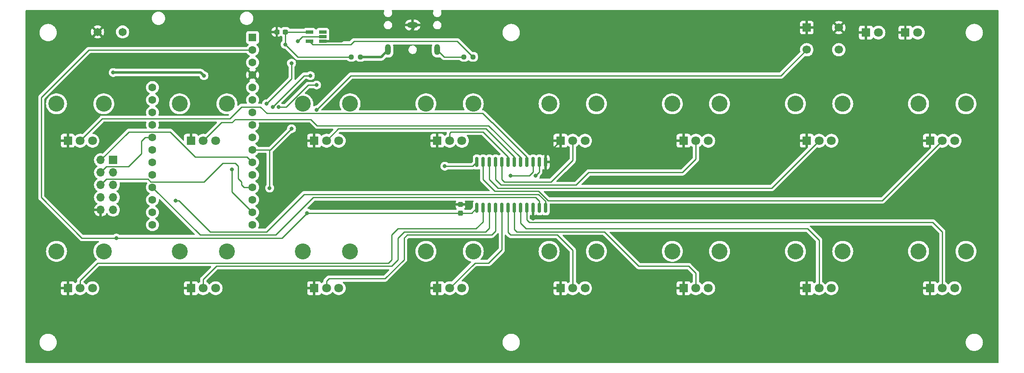
<source format=gbl>
G04 #@! TF.GenerationSoftware,KiCad,Pcbnew,7.0.10*
G04 #@! TF.CreationDate,2024-02-18T18:56:30+02:00*
G04 #@! TF.ProjectId,Untitled,556e7469-746c-4656-942e-6b696361645f,rev?*
G04 #@! TF.SameCoordinates,Original*
G04 #@! TF.FileFunction,Copper,L2,Bot*
G04 #@! TF.FilePolarity,Positive*
%FSLAX46Y46*%
G04 Gerber Fmt 4.6, Leading zero omitted, Abs format (unit mm)*
G04 Created by KiCad (PCBNEW 7.0.10) date 2024-02-18 18:56:30*
%MOMM*%
%LPD*%
G01*
G04 APERTURE LIST*
G04 Aperture macros list*
%AMRoundRect*
0 Rectangle with rounded corners*
0 $1 Rounding radius*
0 $2 $3 $4 $5 $6 $7 $8 $9 X,Y pos of 4 corners*
0 Add a 4 corners polygon primitive as box body*
4,1,4,$2,$3,$4,$5,$6,$7,$8,$9,$2,$3,0*
0 Add four circle primitives for the rounded corners*
1,1,$1+$1,$2,$3*
1,1,$1+$1,$4,$5*
1,1,$1+$1,$6,$7*
1,1,$1+$1,$8,$9*
0 Add four rect primitives between the rounded corners*
20,1,$1+$1,$2,$3,$4,$5,0*
20,1,$1+$1,$4,$5,$6,$7,0*
20,1,$1+$1,$6,$7,$8,$9,0*
20,1,$1+$1,$8,$9,$2,$3,0*%
G04 Aperture macros list end*
G04 #@! TA.AperFunction,ComponentPad*
%ADD10O,1.200000X2.200000*%
G04 #@! TD*
G04 #@! TA.AperFunction,ComponentPad*
%ADD11O,2.200000X1.200000*%
G04 #@! TD*
G04 #@! TA.AperFunction,SMDPad,CuDef*
%ADD12R,1.560000X0.650000*%
G04 #@! TD*
G04 #@! TA.AperFunction,SMDPad,CuDef*
%ADD13RoundRect,0.150000X-0.150000X0.875000X-0.150000X-0.875000X0.150000X-0.875000X0.150000X0.875000X0*%
G04 #@! TD*
G04 #@! TA.AperFunction,ComponentPad*
%ADD14C,1.700000*%
G04 #@! TD*
G04 #@! TA.AperFunction,ComponentPad*
%ADD15R,1.700000X1.700000*%
G04 #@! TD*
G04 #@! TA.AperFunction,ComponentPad*
%ADD16C,1.651000*%
G04 #@! TD*
G04 #@! TA.AperFunction,ComponentPad*
%ADD17C,3.240000*%
G04 #@! TD*
G04 #@! TA.AperFunction,ComponentPad*
%ADD18R,1.800000X1.800000*%
G04 #@! TD*
G04 #@! TA.AperFunction,ComponentPad*
%ADD19C,1.800000*%
G04 #@! TD*
G04 #@! TA.AperFunction,SMDPad,CuDef*
%ADD20RoundRect,0.237500X0.250000X0.237500X-0.250000X0.237500X-0.250000X-0.237500X0.250000X-0.237500X0*%
G04 #@! TD*
G04 #@! TA.AperFunction,SMDPad,CuDef*
%ADD21RoundRect,0.237500X-0.250000X-0.237500X0.250000X-0.237500X0.250000X0.237500X-0.250000X0.237500X0*%
G04 #@! TD*
G04 #@! TA.AperFunction,ComponentPad*
%ADD22O,1.700000X1.700000*%
G04 #@! TD*
G04 #@! TA.AperFunction,SMDPad,CuDef*
%ADD23RoundRect,0.237500X0.300000X0.237500X-0.300000X0.237500X-0.300000X-0.237500X0.300000X-0.237500X0*%
G04 #@! TD*
G04 #@! TA.AperFunction,SMDPad,CuDef*
%ADD24RoundRect,0.237500X0.237500X-0.300000X0.237500X0.300000X-0.237500X0.300000X-0.237500X-0.300000X0*%
G04 #@! TD*
G04 #@! TA.AperFunction,ComponentPad*
%ADD25R,1.600000X1.600000*%
G04 #@! TD*
G04 #@! TA.AperFunction,ComponentPad*
%ADD26C,1.600000*%
G04 #@! TD*
G04 #@! TA.AperFunction,ViaPad*
%ADD27C,0.800000*%
G04 #@! TD*
G04 #@! TA.AperFunction,Conductor*
%ADD28C,0.250000*%
G04 #@! TD*
G04 #@! TA.AperFunction,Conductor*
%ADD29C,0.500000*%
G04 #@! TD*
G04 APERTURE END LIST*
D10*
X135000000Y-59500000D03*
D11*
X130000000Y-54500000D03*
D10*
X125000000Y-59500000D03*
D12*
X109060000Y-55880000D03*
X109060000Y-57780000D03*
X111760000Y-57780000D03*
X111760000Y-56830000D03*
X111760000Y-55880000D03*
D13*
X143015000Y-82350000D03*
X144285000Y-82350000D03*
X145555000Y-82350000D03*
X146825000Y-82350000D03*
X148095000Y-82350000D03*
X149365000Y-82350000D03*
X150635000Y-82350000D03*
X151905000Y-82350000D03*
X153175000Y-82350000D03*
X154445000Y-82350000D03*
X155715000Y-82350000D03*
X156985000Y-82350000D03*
X156985000Y-91650000D03*
X155715000Y-91650000D03*
X154445000Y-91650000D03*
X153175000Y-91650000D03*
X151905000Y-91650000D03*
X150635000Y-91650000D03*
X149365000Y-91650000D03*
X148095000Y-91650000D03*
X146825000Y-91650000D03*
X145555000Y-91650000D03*
X144285000Y-91650000D03*
X143015000Y-91650000D03*
D14*
X210000000Y-59500000D03*
X216500000Y-59500000D03*
D15*
X210000000Y-55000000D03*
D14*
X216500000Y-55000000D03*
D16*
X66040000Y-55880000D03*
X71120000Y-55880000D03*
D17*
X242300000Y-100500000D03*
X232700000Y-100500000D03*
D18*
X235000000Y-108000000D03*
D19*
X237500000Y-108000000D03*
X240000000Y-108000000D03*
X215000000Y-108000000D03*
X212500000Y-108000000D03*
D18*
X210000000Y-108000000D03*
D17*
X207700000Y-100500000D03*
X217300000Y-100500000D03*
X192300000Y-100500000D03*
X182700000Y-100500000D03*
D18*
X185000000Y-108000000D03*
D19*
X187500000Y-108000000D03*
X190000000Y-108000000D03*
X165000000Y-108000000D03*
X162500000Y-108000000D03*
D18*
X160000000Y-108000000D03*
D17*
X157700000Y-100500000D03*
X167300000Y-100500000D03*
X142300000Y-100500000D03*
X132700000Y-100500000D03*
D18*
X135000000Y-108000000D03*
D19*
X137500000Y-108000000D03*
X140000000Y-108000000D03*
D17*
X117300000Y-100500000D03*
X107700000Y-100500000D03*
D18*
X110000000Y-108000000D03*
D19*
X112500000Y-108000000D03*
X115000000Y-108000000D03*
D17*
X92300000Y-100500000D03*
X82700000Y-100500000D03*
D18*
X85000000Y-108000000D03*
D19*
X87500000Y-108000000D03*
X90000000Y-108000000D03*
D17*
X67300000Y-100500000D03*
X57700000Y-100500000D03*
D18*
X60000000Y-108000000D03*
D19*
X62500000Y-108000000D03*
X65000000Y-108000000D03*
D17*
X242300000Y-70500000D03*
X232700000Y-70500000D03*
D18*
X235000000Y-78000000D03*
D19*
X237500000Y-78000000D03*
X240000000Y-78000000D03*
D17*
X217300000Y-70500000D03*
X207700000Y-70500000D03*
D18*
X210000000Y-78000000D03*
D19*
X212500000Y-78000000D03*
X215000000Y-78000000D03*
D17*
X192300000Y-70500000D03*
X182700000Y-70500000D03*
D18*
X185000000Y-78000000D03*
D19*
X187500000Y-78000000D03*
X190000000Y-78000000D03*
D17*
X167300000Y-70500000D03*
X157700000Y-70500000D03*
D18*
X160000000Y-78000000D03*
D19*
X162500000Y-78000000D03*
X165000000Y-78000000D03*
D17*
X142300000Y-70500000D03*
X132700000Y-70500000D03*
D18*
X135000000Y-78000000D03*
D19*
X137500000Y-78000000D03*
X140000000Y-78000000D03*
X115000000Y-78000000D03*
X112500000Y-78000000D03*
D18*
X110000000Y-78000000D03*
D17*
X107700000Y-70500000D03*
X117300000Y-70500000D03*
X92300000Y-70500000D03*
X82700000Y-70500000D03*
D18*
X85000000Y-78000000D03*
D19*
X87500000Y-78000000D03*
X90000000Y-78000000D03*
D17*
X67300000Y-70500000D03*
X57700000Y-70500000D03*
D18*
X60000000Y-78000000D03*
D19*
X62500000Y-78000000D03*
X65000000Y-78000000D03*
D20*
X140415000Y-60960000D03*
X142240000Y-60960000D03*
D21*
X119380000Y-60960000D03*
X117555000Y-60960000D03*
D15*
X69215000Y-81920000D03*
D22*
X66675000Y-81920000D03*
X69215000Y-84460000D03*
X66675000Y-84460000D03*
X69215000Y-87000000D03*
X66675000Y-87000000D03*
X69215000Y-89540000D03*
X66675000Y-89540000D03*
X69215000Y-92080000D03*
X66675000Y-92080000D03*
D18*
X222000000Y-56000000D03*
D19*
X224540000Y-56000000D03*
X232540000Y-56000000D03*
D18*
X230000000Y-56000000D03*
D23*
X104140000Y-55880000D03*
X102415000Y-55880000D03*
D24*
X139700000Y-90985000D03*
X139700000Y-92710000D03*
D25*
X97500000Y-57000000D03*
D26*
X97500000Y-59540000D03*
X97500000Y-62080000D03*
X97500000Y-64620000D03*
X97500000Y-67160000D03*
X97500000Y-69700000D03*
X97500000Y-72240000D03*
X97500000Y-74780000D03*
X97500000Y-77320000D03*
X97500000Y-79860000D03*
X97500000Y-82400000D03*
X97500000Y-84940000D03*
X97500000Y-87480000D03*
X97500000Y-90020000D03*
X97500000Y-92560000D03*
X97500000Y-95100000D03*
X77180000Y-95100000D03*
X77180000Y-92560000D03*
X77180000Y-90020000D03*
X77180000Y-87480000D03*
X77180000Y-84940000D03*
X77180000Y-82400000D03*
X77180000Y-79860000D03*
X77180000Y-77320000D03*
X77180000Y-74780000D03*
X77180000Y-72240000D03*
X77180000Y-69700000D03*
X77180000Y-67160000D03*
D27*
X69215000Y-64135000D03*
X87630000Y-64770000D03*
X55982500Y-82017500D03*
X69850000Y-97790000D03*
X93345000Y-83820000D03*
X100330000Y-70485000D03*
X136525000Y-83185000D03*
X100965000Y-87630000D03*
X108585000Y-92710000D03*
X104140000Y-58420000D03*
X105410000Y-62230000D03*
X106680000Y-57785000D03*
X135890000Y-87630000D03*
X135890000Y-90805000D03*
X105410000Y-75565000D03*
X110490000Y-71720000D03*
X102833959Y-71156041D03*
X110490000Y-66675000D03*
X101600000Y-71120000D03*
X109220000Y-64770000D03*
X154940000Y-85090000D03*
X149860000Y-85090000D03*
X81915000Y-90170000D03*
X154305000Y-102870000D03*
X154445000Y-93840000D03*
D28*
X112500000Y-106575000D02*
X113030000Y-106045000D01*
X113030000Y-106045000D02*
X124404354Y-106045000D01*
X124404354Y-106045000D02*
X128270000Y-102179354D01*
X128270000Y-102179354D02*
X128270000Y-97790000D01*
X112500000Y-108000000D02*
X112500000Y-106575000D01*
X128905000Y-97155000D02*
X146050000Y-97155000D01*
X128270000Y-97790000D02*
X128905000Y-97155000D01*
X146050000Y-97155000D02*
X146825000Y-96380000D01*
X146825000Y-96380000D02*
X146825000Y-91650000D01*
X153175000Y-82350000D02*
X153175000Y-81325001D01*
X146050000Y-74295000D02*
X144200000Y-72445000D01*
X146144999Y-74295000D02*
X146050000Y-74295000D01*
X144200000Y-72445000D02*
X100385000Y-72445000D01*
X153175000Y-81325001D02*
X146144999Y-74295000D01*
X100385000Y-72445000D02*
X99055000Y-71115000D01*
X99055000Y-71115000D02*
X95255000Y-71115000D01*
X95255000Y-71115000D02*
X92855000Y-73515000D01*
X92855000Y-73515000D02*
X66985000Y-73515000D01*
X66985000Y-73515000D02*
X62500000Y-78000000D01*
X155715000Y-84315000D02*
X155715000Y-82350000D01*
X154940000Y-85090000D02*
X155715000Y-84315000D01*
X187500000Y-78000000D02*
X187500000Y-81740000D01*
X184785000Y-84455000D02*
X165735000Y-84455000D01*
X165735000Y-84455000D02*
X163195000Y-86995000D01*
X187500000Y-81740000D02*
X184785000Y-84455000D01*
X163195000Y-86995000D02*
X147955000Y-86995000D01*
X147955000Y-86995000D02*
X146825000Y-85865000D01*
X146825000Y-85865000D02*
X146825000Y-82350000D01*
X162500000Y-78000000D02*
X162500000Y-81975000D01*
X162500000Y-81975000D02*
X158115000Y-86360000D01*
X148095000Y-85865000D02*
X148095000Y-82350000D01*
X158115000Y-86360000D02*
X148590000Y-86360000D01*
X148590000Y-86360000D02*
X148095000Y-85865000D01*
X225330000Y-90170000D02*
X157481396Y-90170000D01*
X157481396Y-90170000D02*
X155576396Y-88265000D01*
X155576396Y-88265000D02*
X146685000Y-88265000D01*
X144285000Y-85865000D02*
X144285000Y-82350000D01*
X146685000Y-88265000D02*
X144285000Y-85865000D01*
X237500000Y-78000000D02*
X225330000Y-90170000D01*
X237500000Y-108000000D02*
X237500000Y-96530000D01*
X237500000Y-96530000D02*
X235585000Y-94615000D01*
X235585000Y-94615000D02*
X153670000Y-94615000D01*
X153670000Y-94615000D02*
X153175000Y-94120000D01*
X153175000Y-94120000D02*
X153175000Y-91650000D01*
X87500000Y-108000000D02*
X87500000Y-106175000D01*
X127000000Y-102235000D02*
X127000000Y-97790000D01*
X87500000Y-106175000D02*
X90170000Y-103505000D01*
X90170000Y-103505000D02*
X125730000Y-103505000D01*
X125730000Y-103505000D02*
X127000000Y-102235000D01*
X127000000Y-97790000D02*
X128270000Y-96520000D01*
X128270000Y-96520000D02*
X144780000Y-96520000D01*
X144780000Y-96520000D02*
X145555000Y-95745000D01*
X145555000Y-95745000D02*
X145555000Y-91650000D01*
X62500000Y-106410000D02*
X66040000Y-102870000D01*
X66040000Y-102870000D02*
X125095000Y-102870000D01*
X125730000Y-102235000D02*
X125730000Y-97155000D01*
X125095000Y-102870000D02*
X125730000Y-102235000D01*
X62500000Y-108000000D02*
X62500000Y-106410000D01*
X125730000Y-97155000D02*
X127000000Y-95885000D01*
X127000000Y-95885000D02*
X142875000Y-95885000D01*
X142875000Y-95885000D02*
X144285000Y-94475000D01*
X144285000Y-94475000D02*
X144285000Y-91650000D01*
X156985000Y-91650000D02*
X156985000Y-90310000D01*
X156985000Y-90310000D02*
X155575000Y-88900000D01*
X155575000Y-88900000D02*
X107950000Y-88900000D01*
X100330000Y-96520000D02*
X88900000Y-96520000D01*
X107950000Y-88900000D02*
X100330000Y-96520000D01*
X88900000Y-96520000D02*
X82550000Y-90170000D01*
X82550000Y-90170000D02*
X81915000Y-90170000D01*
X155715000Y-91650000D02*
X155715000Y-90310000D01*
X155715000Y-90310000D02*
X154940000Y-89535000D01*
X154940000Y-89535000D02*
X109855000Y-89535000D01*
X102235000Y-97155000D02*
X86855000Y-97155000D01*
X86855000Y-97155000D02*
X77180000Y-87480000D01*
X109855000Y-89535000D02*
X102235000Y-97155000D01*
D29*
X130175000Y-55245000D02*
X130175000Y-54745000D01*
X130175000Y-54745000D02*
X130000000Y-54570000D01*
X115570000Y-57780000D02*
X116835000Y-56515000D01*
X116835000Y-56515000D02*
X128905000Y-56515000D01*
X128905000Y-56515000D02*
X130175000Y-55245000D01*
D28*
X140415000Y-60960000D02*
X136390000Y-60960000D01*
X136390000Y-60960000D02*
X135000000Y-59570000D01*
D29*
X119380000Y-60960000D02*
X123610000Y-60960000D01*
X123610000Y-60960000D02*
X125000000Y-59570000D01*
D28*
X142240000Y-60960000D02*
X139065000Y-57785000D01*
X139065000Y-57785000D02*
X118110000Y-57785000D01*
X118110000Y-57785000D02*
X117465000Y-58430000D01*
X117465000Y-58430000D02*
X109710000Y-58430000D01*
X109710000Y-58430000D02*
X109060000Y-57780000D01*
D29*
X69215000Y-64135000D02*
X86995000Y-64135000D01*
X86995000Y-64135000D02*
X87630000Y-64770000D01*
D28*
X108585000Y-92710000D02*
X103505000Y-97790000D01*
X103505000Y-97790000D02*
X62865000Y-97790000D01*
X62865000Y-97790000D02*
X54610000Y-89535000D01*
X64285000Y-59540000D02*
X97500000Y-59540000D01*
X54610000Y-69215000D02*
X64285000Y-59540000D01*
X54610000Y-89535000D02*
X54610000Y-69215000D01*
X66675000Y-81920000D02*
X72400000Y-76195000D01*
X80745000Y-76195000D02*
X85830000Y-81280000D01*
X72400000Y-76195000D02*
X80745000Y-76195000D01*
X85830000Y-81280000D02*
X96380000Y-81280000D01*
X96380000Y-81280000D02*
X97500000Y-82400000D01*
X66675000Y-84460000D02*
X67850000Y-83285000D01*
X67850000Y-83285000D02*
X72290000Y-83285000D01*
X72290000Y-83285000D02*
X74930000Y-80645000D01*
X74930000Y-80645000D02*
X74930000Y-78105000D01*
X74930000Y-78105000D02*
X75715000Y-77320000D01*
X75715000Y-77320000D02*
X77180000Y-77320000D01*
X66675000Y-87000000D02*
X67850000Y-85825000D01*
X91440000Y-82550000D02*
X93980000Y-82550000D01*
X94615000Y-85725000D02*
X95250000Y-86360000D01*
X76300000Y-85825000D02*
X76830000Y-86355000D01*
X76830000Y-86355000D02*
X87635000Y-86355000D01*
X95250000Y-86360000D02*
X95250000Y-86995000D01*
X95250000Y-86995000D02*
X95735000Y-87480000D01*
X87635000Y-86355000D02*
X91440000Y-82550000D01*
X95735000Y-87480000D02*
X97500000Y-87480000D01*
X67850000Y-85825000D02*
X76300000Y-85825000D01*
X93980000Y-82550000D02*
X94615000Y-83185000D01*
X94615000Y-83185000D02*
X94615000Y-85725000D01*
X60330000Y-92080000D02*
X55880000Y-87630000D01*
X55880000Y-82120000D02*
X55982500Y-82017500D01*
X66675000Y-92080000D02*
X60330000Y-92080000D01*
X55880000Y-87630000D02*
X55880000Y-82120000D01*
X210000000Y-59500000D02*
X204730000Y-64770000D01*
X204730000Y-64770000D02*
X117440000Y-64770000D01*
X117440000Y-64770000D02*
X110490000Y-71720000D01*
X93345000Y-83820000D02*
X93345000Y-88405000D01*
X93345000Y-88405000D02*
X97500000Y-92560000D01*
X105410000Y-65405000D02*
X100330000Y-70485000D01*
X105410000Y-62230000D02*
X105410000Y-65405000D01*
X142180000Y-83185000D02*
X136525000Y-83185000D01*
X143015000Y-82350000D02*
X142180000Y-83185000D01*
X100965000Y-79860000D02*
X100965000Y-87630000D01*
X101115000Y-79860000D02*
X100965000Y-79860000D01*
X100965000Y-79860000D02*
X97500000Y-79860000D01*
X139700000Y-92710000D02*
X108585000Y-92710000D01*
X107635000Y-56830000D02*
X106680000Y-57785000D01*
X111760000Y-56830000D02*
X107635000Y-56830000D01*
X102870000Y-53975000D02*
X114300000Y-53975000D01*
X102415000Y-55880000D02*
X102415000Y-54430000D01*
X102415000Y-54430000D02*
X102870000Y-53975000D01*
X114300000Y-53975000D02*
X115570000Y-55245000D01*
D29*
X115570000Y-57780000D02*
X111760000Y-57780000D01*
D28*
X115570000Y-55245000D02*
X115570000Y-57780000D01*
X151905000Y-82350000D02*
X151905000Y-81420000D01*
X91205000Y-74295000D02*
X87500000Y-78000000D01*
X110620000Y-74930000D02*
X109345000Y-73655000D01*
X151905000Y-81420000D02*
X145415000Y-74930000D01*
X109345000Y-73655000D02*
X93985000Y-73655000D01*
X145415000Y-74930000D02*
X110620000Y-74930000D01*
X93985000Y-73655000D02*
X93345000Y-74295000D01*
X93345000Y-74295000D02*
X91205000Y-74295000D01*
X106680000Y-60960000D02*
X104140000Y-58420000D01*
X117555000Y-60960000D02*
X106680000Y-60960000D01*
X104140000Y-58420000D02*
X104140000Y-55880000D01*
X135890000Y-87630000D02*
X135000000Y-86740000D01*
X139700000Y-90985000D02*
X136070000Y-90985000D01*
X136070000Y-90985000D02*
X135890000Y-90805000D01*
X135000000Y-86740000D02*
X135000000Y-78000000D01*
X139700000Y-92710000D02*
X141955000Y-92710000D01*
X141955000Y-92710000D02*
X143015000Y-91650000D01*
X105410000Y-75565000D02*
X101115000Y-79860000D01*
X104293313Y-71156041D02*
X102833959Y-71156041D01*
X108774354Y-66675000D02*
X104293313Y-71156041D01*
X110490000Y-66675000D02*
X108774354Y-66675000D01*
X109220000Y-64770000D02*
X107950000Y-64770000D01*
X107950000Y-64770000D02*
X101600000Y-71120000D01*
X102415000Y-55880000D02*
X102415000Y-59705000D01*
X102415000Y-59705000D02*
X97500000Y-64620000D01*
X104140000Y-55880000D02*
X109060000Y-55880000D01*
X153670000Y-85090000D02*
X149860000Y-85090000D01*
X154445000Y-82350000D02*
X154445000Y-84315000D01*
X154445000Y-84315000D02*
X153670000Y-85090000D01*
X154305000Y-102870000D02*
X154305000Y-106045000D01*
X156260000Y-108000000D02*
X160000000Y-108000000D01*
X154305000Y-106045000D02*
X156260000Y-108000000D01*
X154445000Y-91650000D02*
X154445000Y-93840000D01*
X154305000Y-93980000D02*
X154445000Y-93840000D01*
X212500000Y-108000000D02*
X212500000Y-98200000D01*
X212500000Y-98200000D02*
X210185000Y-95885000D01*
X210185000Y-95885000D02*
X153035000Y-95885000D01*
X153035000Y-95885000D02*
X151905000Y-94755000D01*
X151905000Y-94755000D02*
X151905000Y-91650000D01*
X187500000Y-108000000D02*
X187500000Y-104950000D01*
X168910000Y-96520000D02*
X151130000Y-96520000D01*
X151130000Y-96520000D02*
X150635000Y-96025000D01*
X187500000Y-104950000D02*
X186055000Y-103505000D01*
X175895000Y-103505000D02*
X168910000Y-96520000D01*
X186055000Y-103505000D02*
X175895000Y-103505000D01*
X150635000Y-96025000D02*
X150635000Y-91650000D01*
X162500000Y-108000000D02*
X162500000Y-100270000D01*
X162500000Y-100270000D02*
X159385000Y-97155000D01*
X159385000Y-97155000D02*
X149860000Y-97155000D01*
X149860000Y-97155000D02*
X149365000Y-96660000D01*
X149365000Y-96660000D02*
X149365000Y-91650000D01*
X142630000Y-102870000D02*
X145415000Y-102870000D01*
X137500000Y-108000000D02*
X142630000Y-102870000D01*
X145415000Y-102870000D02*
X148095000Y-100190000D01*
X148095000Y-100190000D02*
X148095000Y-91650000D01*
X156985000Y-82350000D02*
X156985000Y-81015000D01*
X156985000Y-81015000D02*
X160000000Y-78000000D01*
X150635000Y-82350000D02*
X150635000Y-81325001D01*
X150635000Y-81325001D02*
X144874999Y-75565000D01*
X114935000Y-75565000D02*
X112500000Y-78000000D01*
X144874999Y-75565000D02*
X114935000Y-75565000D01*
X137500000Y-76495000D02*
X137795000Y-76200000D01*
X144239999Y-76200000D02*
X149365000Y-81325001D01*
X149365000Y-81325001D02*
X149365000Y-82350000D01*
X137500000Y-78000000D02*
X137500000Y-76495000D01*
X137795000Y-76200000D02*
X144239999Y-76200000D01*
X212500000Y-78000000D02*
X202870000Y-87630000D01*
X202870000Y-87630000D02*
X147320000Y-87630000D01*
X147320000Y-87630000D02*
X145555000Y-85865000D01*
X145555000Y-85865000D02*
X145555000Y-82350000D01*
D29*
X119420000Y-61000000D02*
X119380000Y-60960000D01*
G04 #@! TA.AperFunction,Conductor*
G36*
X96352851Y-60185185D02*
G01*
X96387387Y-60218377D01*
X96499954Y-60379141D01*
X96660858Y-60540045D01*
X96660861Y-60540047D01*
X96847266Y-60670568D01*
X96905275Y-60697618D01*
X96957714Y-60743791D01*
X96976866Y-60810984D01*
X96956650Y-60877865D01*
X96905275Y-60922382D01*
X96847267Y-60949431D01*
X96847265Y-60949432D01*
X96660858Y-61079954D01*
X96499954Y-61240858D01*
X96369432Y-61427265D01*
X96369431Y-61427267D01*
X96273261Y-61633502D01*
X96273258Y-61633511D01*
X96214366Y-61853302D01*
X96214364Y-61853313D01*
X96194532Y-62079998D01*
X96194532Y-62080001D01*
X96214364Y-62306686D01*
X96214366Y-62306697D01*
X96273258Y-62526488D01*
X96273261Y-62526497D01*
X96369431Y-62732732D01*
X96369432Y-62732734D01*
X96499954Y-62919141D01*
X96660858Y-63080045D01*
X96660861Y-63080047D01*
X96847266Y-63210568D01*
X96905865Y-63237893D01*
X96958305Y-63284065D01*
X96977457Y-63351258D01*
X96957242Y-63418139D01*
X96905867Y-63462657D01*
X96847513Y-63489868D01*
X96847512Y-63489868D01*
X96774526Y-63540973D01*
X96774526Y-63540974D01*
X97455599Y-64222046D01*
X97374852Y-64234835D01*
X97261955Y-64292359D01*
X97172359Y-64381955D01*
X97114835Y-64494852D01*
X97102046Y-64575598D01*
X96420974Y-63894526D01*
X96420973Y-63894526D01*
X96369868Y-63967512D01*
X96369866Y-63967516D01*
X96273734Y-64173673D01*
X96273730Y-64173682D01*
X96214860Y-64393389D01*
X96214858Y-64393400D01*
X96195034Y-64619997D01*
X96195034Y-64620002D01*
X96214858Y-64846599D01*
X96214860Y-64846610D01*
X96273730Y-65066317D01*
X96273735Y-65066331D01*
X96369863Y-65272478D01*
X96420974Y-65345472D01*
X97102046Y-64664400D01*
X97114835Y-64745148D01*
X97172359Y-64858045D01*
X97261955Y-64947641D01*
X97374852Y-65005165D01*
X97455599Y-65017953D01*
X96774526Y-65699025D01*
X96847513Y-65750132D01*
X96847521Y-65750136D01*
X96905864Y-65777342D01*
X96958304Y-65823514D01*
X96977456Y-65890707D01*
X96957241Y-65957589D01*
X96905866Y-66002105D01*
X96847272Y-66029428D01*
X96847265Y-66029432D01*
X96660858Y-66159954D01*
X96499954Y-66320858D01*
X96369432Y-66507265D01*
X96369431Y-66507267D01*
X96273261Y-66713502D01*
X96273258Y-66713511D01*
X96214366Y-66933302D01*
X96214364Y-66933313D01*
X96194532Y-67159998D01*
X96194532Y-67160001D01*
X96214364Y-67386686D01*
X96214366Y-67386697D01*
X96273258Y-67606488D01*
X96273261Y-67606497D01*
X96369431Y-67812732D01*
X96369432Y-67812734D01*
X96499954Y-67999141D01*
X96660858Y-68160045D01*
X96660861Y-68160047D01*
X96847266Y-68290568D01*
X96905275Y-68317618D01*
X96957714Y-68363791D01*
X96976866Y-68430984D01*
X96956650Y-68497865D01*
X96905275Y-68542382D01*
X96847267Y-68569431D01*
X96847265Y-68569432D01*
X96660858Y-68699954D01*
X96499954Y-68860858D01*
X96369432Y-69047265D01*
X96369431Y-69047267D01*
X96273261Y-69253502D01*
X96273258Y-69253511D01*
X96214366Y-69473302D01*
X96214364Y-69473313D01*
X96194532Y-69699998D01*
X96194532Y-69700001D01*
X96214364Y-69926686D01*
X96214366Y-69926697D01*
X96273258Y-70146488D01*
X96273260Y-70146492D01*
X96273261Y-70146496D01*
X96343323Y-70296744D01*
X96350948Y-70313095D01*
X96361440Y-70382173D01*
X96332920Y-70445957D01*
X96274444Y-70484196D01*
X96238566Y-70489500D01*
X95337743Y-70489500D01*
X95322122Y-70487775D01*
X95322095Y-70488061D01*
X95314333Y-70487326D01*
X95247113Y-70489439D01*
X95243219Y-70489500D01*
X95215650Y-70489500D01*
X95211673Y-70490002D01*
X95200042Y-70490917D01*
X95156374Y-70492289D01*
X95156368Y-70492290D01*
X95137126Y-70497880D01*
X95118087Y-70501823D01*
X95098217Y-70504334D01*
X95098203Y-70504337D01*
X95057598Y-70520413D01*
X95046554Y-70524194D01*
X95004614Y-70536379D01*
X95004610Y-70536381D01*
X94987366Y-70546579D01*
X94969905Y-70555133D01*
X94951274Y-70562510D01*
X94951262Y-70562517D01*
X94915933Y-70588185D01*
X94906173Y-70594596D01*
X94868580Y-70616829D01*
X94854414Y-70630995D01*
X94839624Y-70643627D01*
X94823414Y-70655404D01*
X94823411Y-70655407D01*
X94795573Y-70689058D01*
X94787711Y-70697697D01*
X94618312Y-70867096D01*
X94556989Y-70900581D01*
X94487297Y-70895597D01*
X94431364Y-70853725D01*
X94406947Y-70788261D01*
X94406920Y-70770966D01*
X94425455Y-70500000D01*
X94405658Y-70210584D01*
X94386152Y-70116715D01*
X94346640Y-69926569D01*
X94346635Y-69926553D01*
X94266420Y-69700851D01*
X94249491Y-69653216D01*
X94116030Y-69395648D01*
X93948739Y-69158651D01*
X93750736Y-68946641D01*
X93750729Y-68946636D01*
X93750728Y-68946634D01*
X93585941Y-68812570D01*
X93525708Y-68763567D01*
X93525706Y-68763566D01*
X93525704Y-68763564D01*
X93277846Y-68612838D01*
X93011773Y-68497267D01*
X92732442Y-68419002D01*
X92732438Y-68419001D01*
X92732437Y-68419001D01*
X92588741Y-68399250D01*
X92445047Y-68379500D01*
X92445046Y-68379500D01*
X92154954Y-68379500D01*
X92154953Y-68379500D01*
X91867563Y-68419001D01*
X91867557Y-68419002D01*
X91588226Y-68497267D01*
X91322153Y-68612838D01*
X91074295Y-68763564D01*
X90849271Y-68946634D01*
X90849265Y-68946639D01*
X90849264Y-68946641D01*
X90651261Y-69158651D01*
X90625465Y-69195196D01*
X90483970Y-69395647D01*
X90350508Y-69653217D01*
X90253364Y-69926553D01*
X90253359Y-69926569D01*
X90194342Y-70210581D01*
X90194341Y-70210583D01*
X90174545Y-70500000D01*
X90194341Y-70789416D01*
X90194342Y-70789418D01*
X90253359Y-71073430D01*
X90253364Y-71073446D01*
X90350508Y-71346782D01*
X90350509Y-71346784D01*
X90483970Y-71604352D01*
X90651261Y-71841349D01*
X90849264Y-72053359D01*
X90849269Y-72053363D01*
X90849271Y-72053365D01*
X90941323Y-72128255D01*
X91074292Y-72236433D01*
X91074294Y-72236434D01*
X91074295Y-72236435D01*
X91322153Y-72387161D01*
X91505239Y-72466686D01*
X91588228Y-72502733D01*
X91867563Y-72580999D01*
X92108944Y-72614176D01*
X92154953Y-72620500D01*
X92154954Y-72620500D01*
X92445046Y-72620500D01*
X92566514Y-72603804D01*
X92635606Y-72614176D01*
X92688125Y-72660258D01*
X92707394Y-72727418D01*
X92687294Y-72794334D01*
X92671079Y-72814328D01*
X92632230Y-72853179D01*
X92570908Y-72886666D01*
X92544547Y-72889500D01*
X78506717Y-72889500D01*
X78439678Y-72869815D01*
X78393923Y-72817011D01*
X78383979Y-72747853D01*
X78394336Y-72713094D01*
X78406736Y-72686502D01*
X78406739Y-72686496D01*
X78465635Y-72466692D01*
X78485468Y-72240000D01*
X78465635Y-72013308D01*
X78412390Y-71814595D01*
X78406741Y-71793511D01*
X78406738Y-71793502D01*
X78401925Y-71783181D01*
X78310568Y-71587266D01*
X78180047Y-71400861D01*
X78180045Y-71400858D01*
X78019141Y-71239954D01*
X77832734Y-71109432D01*
X77832728Y-71109429D01*
X77774725Y-71082382D01*
X77722285Y-71036210D01*
X77703133Y-70969017D01*
X77723348Y-70902135D01*
X77774725Y-70857618D01*
X77832734Y-70830568D01*
X78019139Y-70700047D01*
X78180047Y-70539139D01*
X78207452Y-70500000D01*
X80574545Y-70500000D01*
X80594341Y-70789416D01*
X80594342Y-70789418D01*
X80653359Y-71073430D01*
X80653364Y-71073446D01*
X80750508Y-71346782D01*
X80750509Y-71346784D01*
X80883970Y-71604352D01*
X81051261Y-71841349D01*
X81249264Y-72053359D01*
X81249269Y-72053363D01*
X81249271Y-72053365D01*
X81341323Y-72128255D01*
X81474292Y-72236433D01*
X81474294Y-72236434D01*
X81474295Y-72236435D01*
X81722153Y-72387161D01*
X81905239Y-72466686D01*
X81988228Y-72502733D01*
X82267563Y-72580999D01*
X82508944Y-72614176D01*
X82554953Y-72620500D01*
X82554954Y-72620500D01*
X82845047Y-72620500D01*
X82891056Y-72614176D01*
X83132437Y-72580999D01*
X83411772Y-72502733D01*
X83677848Y-72387160D01*
X83925708Y-72236433D01*
X84150736Y-72053359D01*
X84348739Y-71841349D01*
X84516030Y-71604352D01*
X84649491Y-71346784D01*
X84746637Y-71073441D01*
X84746637Y-71073436D01*
X84746640Y-71073430D01*
X84797106Y-70830570D01*
X84805658Y-70789416D01*
X84825455Y-70500000D01*
X84805658Y-70210584D01*
X84786152Y-70116715D01*
X84746640Y-69926569D01*
X84746635Y-69926553D01*
X84666420Y-69700851D01*
X84649491Y-69653216D01*
X84516030Y-69395648D01*
X84348739Y-69158651D01*
X84150736Y-68946641D01*
X84150729Y-68946636D01*
X84150728Y-68946634D01*
X83985941Y-68812570D01*
X83925708Y-68763567D01*
X83925706Y-68763566D01*
X83925704Y-68763564D01*
X83677846Y-68612838D01*
X83411773Y-68497267D01*
X83132442Y-68419002D01*
X83132438Y-68419001D01*
X83132437Y-68419001D01*
X82988741Y-68399250D01*
X82845047Y-68379500D01*
X82845046Y-68379500D01*
X82554954Y-68379500D01*
X82554953Y-68379500D01*
X82267563Y-68419001D01*
X82267557Y-68419002D01*
X81988226Y-68497267D01*
X81722153Y-68612838D01*
X81474295Y-68763564D01*
X81249271Y-68946634D01*
X81249265Y-68946639D01*
X81249264Y-68946641D01*
X81051261Y-69158651D01*
X81025465Y-69195196D01*
X80883970Y-69395647D01*
X80750508Y-69653217D01*
X80653364Y-69926553D01*
X80653359Y-69926569D01*
X80594342Y-70210581D01*
X80594341Y-70210583D01*
X80574545Y-70500000D01*
X78207452Y-70500000D01*
X78310568Y-70352734D01*
X78406739Y-70146496D01*
X78465635Y-69926692D01*
X78485468Y-69700000D01*
X78465635Y-69473308D01*
X78406739Y-69253504D01*
X78310568Y-69047266D01*
X78180047Y-68860861D01*
X78180045Y-68860858D01*
X78019141Y-68699954D01*
X77832734Y-68569432D01*
X77832728Y-68569429D01*
X77774725Y-68542382D01*
X77722285Y-68496210D01*
X77703133Y-68429017D01*
X77723348Y-68362135D01*
X77774725Y-68317618D01*
X77832734Y-68290568D01*
X78019139Y-68160047D01*
X78180047Y-67999139D01*
X78310568Y-67812734D01*
X78406739Y-67606496D01*
X78465635Y-67386692D01*
X78485468Y-67160000D01*
X78465635Y-66933308D01*
X78406739Y-66713504D01*
X78310568Y-66507266D01*
X78180047Y-66320861D01*
X78180045Y-66320858D01*
X78019141Y-66159954D01*
X77832734Y-66029432D01*
X77832732Y-66029431D01*
X77626497Y-65933261D01*
X77626488Y-65933258D01*
X77406697Y-65874366D01*
X77406693Y-65874365D01*
X77406692Y-65874365D01*
X77406691Y-65874364D01*
X77406686Y-65874364D01*
X77180002Y-65854532D01*
X77179998Y-65854532D01*
X76953313Y-65874364D01*
X76953302Y-65874366D01*
X76733511Y-65933258D01*
X76733502Y-65933261D01*
X76527267Y-66029431D01*
X76527265Y-66029432D01*
X76340858Y-66159954D01*
X76179954Y-66320858D01*
X76049432Y-66507265D01*
X76049431Y-66507267D01*
X75953261Y-66713502D01*
X75953258Y-66713511D01*
X75894366Y-66933302D01*
X75894364Y-66933313D01*
X75874532Y-67159998D01*
X75874532Y-67160001D01*
X75894364Y-67386686D01*
X75894366Y-67386697D01*
X75953258Y-67606488D01*
X75953261Y-67606497D01*
X76049431Y-67812732D01*
X76049432Y-67812734D01*
X76179954Y-67999141D01*
X76340858Y-68160045D01*
X76340861Y-68160047D01*
X76527266Y-68290568D01*
X76585275Y-68317618D01*
X76637714Y-68363791D01*
X76656866Y-68430984D01*
X76636650Y-68497865D01*
X76585275Y-68542382D01*
X76527267Y-68569431D01*
X76527265Y-68569432D01*
X76340858Y-68699954D01*
X76179954Y-68860858D01*
X76049432Y-69047265D01*
X76049431Y-69047267D01*
X75953261Y-69253502D01*
X75953258Y-69253511D01*
X75894366Y-69473302D01*
X75894364Y-69473313D01*
X75874532Y-69699998D01*
X75874532Y-69700001D01*
X75894364Y-69926686D01*
X75894366Y-69926697D01*
X75953258Y-70146488D01*
X75953261Y-70146497D01*
X76049431Y-70352732D01*
X76049432Y-70352734D01*
X76179954Y-70539141D01*
X76340858Y-70700045D01*
X76340861Y-70700047D01*
X76527266Y-70830568D01*
X76585275Y-70857618D01*
X76637714Y-70903791D01*
X76656866Y-70970984D01*
X76636650Y-71037865D01*
X76585275Y-71082382D01*
X76527267Y-71109431D01*
X76527265Y-71109432D01*
X76340858Y-71239954D01*
X76179954Y-71400858D01*
X76049432Y-71587265D01*
X76049431Y-71587267D01*
X75953261Y-71793502D01*
X75953258Y-71793511D01*
X75894366Y-72013302D01*
X75894364Y-72013313D01*
X75874532Y-72239998D01*
X75874532Y-72240001D01*
X75894364Y-72466686D01*
X75894366Y-72466697D01*
X75953258Y-72686488D01*
X75953263Y-72686502D01*
X75965664Y-72713094D01*
X75976157Y-72782171D01*
X75947638Y-72845955D01*
X75889162Y-72884196D01*
X75853283Y-72889500D01*
X67067743Y-72889500D01*
X67052122Y-72887775D01*
X67052096Y-72888061D01*
X67044334Y-72887327D01*
X67044333Y-72887327D01*
X66982109Y-72889282D01*
X66977127Y-72889439D01*
X66973232Y-72889500D01*
X66945647Y-72889500D01*
X66941661Y-72890003D01*
X66930033Y-72890918D01*
X66886373Y-72892290D01*
X66867129Y-72897881D01*
X66848079Y-72901825D01*
X66828211Y-72904334D01*
X66828210Y-72904334D01*
X66787599Y-72920413D01*
X66776554Y-72924194D01*
X66734614Y-72936379D01*
X66734610Y-72936381D01*
X66717366Y-72946579D01*
X66699905Y-72955133D01*
X66681274Y-72962510D01*
X66681262Y-72962517D01*
X66645933Y-72988185D01*
X66636173Y-72994596D01*
X66598580Y-73016829D01*
X66584414Y-73030995D01*
X66569624Y-73043627D01*
X66553414Y-73055404D01*
X66553411Y-73055407D01*
X66525573Y-73089058D01*
X66517711Y-73097697D01*
X62998520Y-76616888D01*
X62937197Y-76650373D01*
X62870577Y-76646488D01*
X62844986Y-76637702D01*
X62654204Y-76605867D01*
X62616049Y-76599500D01*
X62383951Y-76599500D01*
X62342596Y-76606401D01*
X62155015Y-76637702D01*
X61935504Y-76713061D01*
X61935495Y-76713064D01*
X61731372Y-76823531D01*
X61554023Y-76961567D01*
X61489029Y-76987209D01*
X61420489Y-76973642D01*
X61370164Y-76925174D01*
X61361679Y-76907045D01*
X61343355Y-76857915D01*
X61343350Y-76857906D01*
X61257190Y-76742812D01*
X61257187Y-76742809D01*
X61142093Y-76656649D01*
X61142086Y-76656645D01*
X61007379Y-76606403D01*
X61007372Y-76606401D01*
X60947844Y-76600000D01*
X60250000Y-76600000D01*
X60250000Y-77564498D01*
X60142315Y-77515320D01*
X60035763Y-77500000D01*
X59964237Y-77500000D01*
X59857685Y-77515320D01*
X59750000Y-77564498D01*
X59750000Y-76600000D01*
X59052155Y-76600000D01*
X58992627Y-76606401D01*
X58992620Y-76606403D01*
X58857913Y-76656645D01*
X58857906Y-76656649D01*
X58742812Y-76742809D01*
X58742809Y-76742812D01*
X58656649Y-76857906D01*
X58656645Y-76857913D01*
X58606403Y-76992620D01*
X58606401Y-76992627D01*
X58600000Y-77052155D01*
X58600000Y-77750000D01*
X59566314Y-77750000D01*
X59540507Y-77790156D01*
X59500000Y-77928111D01*
X59500000Y-78071889D01*
X59540507Y-78209844D01*
X59566314Y-78250000D01*
X58600000Y-78250000D01*
X58600000Y-78947844D01*
X58606401Y-79007372D01*
X58606403Y-79007379D01*
X58656645Y-79142086D01*
X58656649Y-79142093D01*
X58742809Y-79257187D01*
X58742812Y-79257190D01*
X58857906Y-79343350D01*
X58857913Y-79343354D01*
X58992620Y-79393596D01*
X58992627Y-79393598D01*
X59052155Y-79399999D01*
X59052172Y-79400000D01*
X59750000Y-79400000D01*
X59750000Y-78435501D01*
X59857685Y-78484680D01*
X59964237Y-78500000D01*
X60035763Y-78500000D01*
X60142315Y-78484680D01*
X60250000Y-78435501D01*
X60250000Y-79400000D01*
X60947828Y-79400000D01*
X60947844Y-79399999D01*
X61007372Y-79393598D01*
X61007379Y-79393596D01*
X61142086Y-79343354D01*
X61142093Y-79343350D01*
X61257187Y-79257190D01*
X61257190Y-79257187D01*
X61343350Y-79142093D01*
X61343353Y-79142088D01*
X61361678Y-79092955D01*
X61403549Y-79037020D01*
X61469013Y-79012602D01*
X61537286Y-79027453D01*
X61554023Y-79038433D01*
X61731365Y-79176464D01*
X61731371Y-79176468D01*
X61731374Y-79176470D01*
X61935497Y-79286936D01*
X62014469Y-79314047D01*
X62155015Y-79362297D01*
X62155017Y-79362297D01*
X62155019Y-79362298D01*
X62383951Y-79400500D01*
X62383952Y-79400500D01*
X62616048Y-79400500D01*
X62616049Y-79400500D01*
X62844981Y-79362298D01*
X63064503Y-79286936D01*
X63268626Y-79176470D01*
X63451784Y-79033913D01*
X63608979Y-78863153D01*
X63646191Y-78806196D01*
X63699337Y-78760839D01*
X63768569Y-78751415D01*
X63831904Y-78780917D01*
X63853809Y-78806196D01*
X63891016Y-78863147D01*
X63891019Y-78863151D01*
X63891021Y-78863153D01*
X64048216Y-79033913D01*
X64048219Y-79033915D01*
X64048222Y-79033918D01*
X64231365Y-79176464D01*
X64231371Y-79176468D01*
X64231374Y-79176470D01*
X64435497Y-79286936D01*
X64514469Y-79314047D01*
X64655015Y-79362297D01*
X64655017Y-79362297D01*
X64655019Y-79362298D01*
X64883951Y-79400500D01*
X64883952Y-79400500D01*
X65116048Y-79400500D01*
X65116049Y-79400500D01*
X65344981Y-79362298D01*
X65564503Y-79286936D01*
X65768626Y-79176470D01*
X65951784Y-79033913D01*
X66108979Y-78863153D01*
X66235924Y-78668849D01*
X66329157Y-78456300D01*
X66386134Y-78231305D01*
X66386216Y-78230315D01*
X66405300Y-78000006D01*
X66405300Y-77999993D01*
X66386135Y-77768702D01*
X66386133Y-77768691D01*
X66329157Y-77543699D01*
X66235924Y-77331151D01*
X66108983Y-77136852D01*
X66108980Y-77136849D01*
X66108979Y-77136847D01*
X65951784Y-76966087D01*
X65951779Y-76966083D01*
X65951777Y-76966081D01*
X65768634Y-76823535D01*
X65768628Y-76823531D01*
X65564504Y-76713064D01*
X65564495Y-76713061D01*
X65344984Y-76637702D01*
X65157404Y-76606401D01*
X65116049Y-76599500D01*
X65084452Y-76599500D01*
X65017413Y-76579815D01*
X64971658Y-76527011D01*
X64961714Y-76457853D01*
X64990739Y-76394297D01*
X64996771Y-76387819D01*
X66005365Y-75379226D01*
X67207772Y-74176819D01*
X67269095Y-74143334D01*
X67295453Y-74140500D01*
X75848619Y-74140500D01*
X75915658Y-74160185D01*
X75961413Y-74212989D01*
X75971357Y-74282147D01*
X75961002Y-74316903D01*
X75953262Y-74333501D01*
X75953258Y-74333511D01*
X75894366Y-74553302D01*
X75894364Y-74553313D01*
X75874532Y-74779998D01*
X75874532Y-74780001D01*
X75894364Y-75006686D01*
X75894366Y-75006697D01*
X75953258Y-75226488D01*
X75953260Y-75226492D01*
X75953261Y-75226496D01*
X76023323Y-75376744D01*
X76030948Y-75393095D01*
X76041440Y-75462173D01*
X76012920Y-75525957D01*
X75954444Y-75564196D01*
X75918566Y-75569500D01*
X72482743Y-75569500D01*
X72467122Y-75567775D01*
X72467095Y-75568061D01*
X72459333Y-75567326D01*
X72392113Y-75569439D01*
X72388219Y-75569500D01*
X72360650Y-75569500D01*
X72356673Y-75570002D01*
X72345042Y-75570917D01*
X72301374Y-75572289D01*
X72301368Y-75572290D01*
X72282126Y-75577880D01*
X72263087Y-75581823D01*
X72243217Y-75584334D01*
X72243203Y-75584337D01*
X72202598Y-75600413D01*
X72191554Y-75604194D01*
X72149614Y-75616379D01*
X72149610Y-75616381D01*
X72132366Y-75626579D01*
X72114905Y-75635133D01*
X72096274Y-75642510D01*
X72096262Y-75642517D01*
X72060933Y-75668185D01*
X72051173Y-75674596D01*
X72013580Y-75696829D01*
X71999414Y-75710995D01*
X71984624Y-75723627D01*
X71968414Y-75735404D01*
X71968411Y-75735407D01*
X71940573Y-75769058D01*
X71932711Y-75777697D01*
X67130646Y-80579761D01*
X67069323Y-80613246D01*
X67010873Y-80611855D01*
X66910408Y-80584937D01*
X66675001Y-80564341D01*
X66674999Y-80564341D01*
X66439596Y-80584936D01*
X66439586Y-80584938D01*
X66211344Y-80646094D01*
X66211335Y-80646098D01*
X65997171Y-80745964D01*
X65997169Y-80745965D01*
X65803597Y-80881505D01*
X65636505Y-81048597D01*
X65500965Y-81242169D01*
X65500964Y-81242171D01*
X65401098Y-81456335D01*
X65401094Y-81456344D01*
X65339938Y-81684586D01*
X65339936Y-81684596D01*
X65319341Y-81919999D01*
X65319341Y-81920000D01*
X65339936Y-82155403D01*
X65339938Y-82155413D01*
X65401094Y-82383655D01*
X65401096Y-82383659D01*
X65401097Y-82383663D01*
X65471900Y-82535500D01*
X65500965Y-82597830D01*
X65500967Y-82597834D01*
X65584905Y-82717709D01*
X65631613Y-82784415D01*
X65636501Y-82791395D01*
X65636506Y-82791402D01*
X65803597Y-82958493D01*
X65803603Y-82958498D01*
X65989158Y-83088425D01*
X66032783Y-83143002D01*
X66039977Y-83212500D01*
X66008454Y-83274855D01*
X65989158Y-83291575D01*
X65803597Y-83421505D01*
X65636505Y-83588597D01*
X65500965Y-83782169D01*
X65500964Y-83782171D01*
X65401098Y-83996335D01*
X65401094Y-83996344D01*
X65339938Y-84224586D01*
X65339936Y-84224596D01*
X65319341Y-84459999D01*
X65319341Y-84460000D01*
X65339936Y-84695403D01*
X65339938Y-84695413D01*
X65401094Y-84923655D01*
X65401096Y-84923659D01*
X65401097Y-84923663D01*
X65486393Y-85106581D01*
X65500965Y-85137830D01*
X65500967Y-85137834D01*
X65636501Y-85331395D01*
X65636506Y-85331402D01*
X65803597Y-85498493D01*
X65803603Y-85498498D01*
X65989158Y-85628425D01*
X66032783Y-85683002D01*
X66039977Y-85752500D01*
X66008454Y-85814855D01*
X65989158Y-85831575D01*
X65803597Y-85961505D01*
X65636505Y-86128597D01*
X65500965Y-86322169D01*
X65500964Y-86322171D01*
X65401098Y-86536335D01*
X65401094Y-86536344D01*
X65339938Y-86764586D01*
X65339936Y-86764596D01*
X65319341Y-86999999D01*
X65319341Y-87000000D01*
X65339936Y-87235403D01*
X65339938Y-87235413D01*
X65401094Y-87463655D01*
X65401096Y-87463659D01*
X65401097Y-87463663D01*
X65481004Y-87635023D01*
X65500965Y-87677830D01*
X65500967Y-87677834D01*
X65609281Y-87832521D01*
X65636501Y-87871396D01*
X65636506Y-87871402D01*
X65803597Y-88038493D01*
X65803603Y-88038498D01*
X65989158Y-88168425D01*
X66032783Y-88223002D01*
X66039977Y-88292500D01*
X66008454Y-88354855D01*
X65989158Y-88371575D01*
X65803597Y-88501505D01*
X65636505Y-88668597D01*
X65500965Y-88862169D01*
X65500964Y-88862171D01*
X65401098Y-89076335D01*
X65401094Y-89076344D01*
X65339938Y-89304586D01*
X65339936Y-89304596D01*
X65319341Y-89539999D01*
X65319341Y-89540000D01*
X65339936Y-89775403D01*
X65339938Y-89775413D01*
X65401094Y-90003655D01*
X65401096Y-90003659D01*
X65401097Y-90003663D01*
X65483411Y-90180185D01*
X65500965Y-90217830D01*
X65500967Y-90217834D01*
X65560004Y-90302147D01*
X65636505Y-90411401D01*
X65803599Y-90578495D01*
X65967667Y-90693377D01*
X65989594Y-90708730D01*
X66033219Y-90763307D01*
X66040413Y-90832805D01*
X66008890Y-90895160D01*
X65989595Y-90911880D01*
X65803922Y-91041890D01*
X65803920Y-91041891D01*
X65636891Y-91208920D01*
X65636886Y-91208926D01*
X65501400Y-91402420D01*
X65501399Y-91402422D01*
X65401570Y-91616507D01*
X65401567Y-91616513D01*
X65344364Y-91829999D01*
X65344364Y-91830000D01*
X66241314Y-91830000D01*
X66215507Y-91870156D01*
X66175000Y-92008111D01*
X66175000Y-92151889D01*
X66215507Y-92289844D01*
X66241314Y-92330000D01*
X65344364Y-92330000D01*
X65401567Y-92543486D01*
X65401570Y-92543492D01*
X65501399Y-92757578D01*
X65636894Y-92951082D01*
X65803917Y-93118105D01*
X65997421Y-93253600D01*
X66211507Y-93353429D01*
X66211516Y-93353433D01*
X66425000Y-93410634D01*
X66425000Y-92515501D01*
X66532685Y-92564680D01*
X66639237Y-92580000D01*
X66710763Y-92580000D01*
X66817315Y-92564680D01*
X66925000Y-92515501D01*
X66925000Y-93410633D01*
X67138483Y-93353433D01*
X67138492Y-93353429D01*
X67352578Y-93253600D01*
X67546082Y-93118105D01*
X67713105Y-92951082D01*
X67843119Y-92765405D01*
X67897696Y-92721781D01*
X67967195Y-92714588D01*
X68029549Y-92746110D01*
X68046269Y-92765405D01*
X68176505Y-92951401D01*
X68343599Y-93118495D01*
X68368516Y-93135942D01*
X68537165Y-93254032D01*
X68537167Y-93254033D01*
X68537170Y-93254035D01*
X68751337Y-93353903D01*
X68751343Y-93353904D01*
X68751344Y-93353905D01*
X68806285Y-93368626D01*
X68979592Y-93415063D01*
X69167918Y-93431539D01*
X69214999Y-93435659D01*
X69215000Y-93435659D01*
X69215001Y-93435659D01*
X69254234Y-93432226D01*
X69450408Y-93415063D01*
X69678663Y-93353903D01*
X69892830Y-93254035D01*
X70086401Y-93118495D01*
X70253495Y-92951401D01*
X70389035Y-92757830D01*
X70488903Y-92543663D01*
X70550063Y-92315408D01*
X70570659Y-92080000D01*
X70569330Y-92064815D01*
X70557958Y-91934827D01*
X70550063Y-91844592D01*
X70488903Y-91616337D01*
X70389035Y-91402171D01*
X70383731Y-91394595D01*
X70253494Y-91208597D01*
X70086402Y-91041506D01*
X70086396Y-91041501D01*
X69900842Y-90911575D01*
X69857217Y-90856998D01*
X69850023Y-90787500D01*
X69881546Y-90725145D01*
X69900842Y-90708425D01*
X69952245Y-90672432D01*
X70086401Y-90578495D01*
X70253495Y-90411401D01*
X70389035Y-90217830D01*
X70488903Y-90003663D01*
X70550063Y-89775408D01*
X70570659Y-89540000D01*
X70569330Y-89524815D01*
X70550063Y-89304596D01*
X70550063Y-89304592D01*
X70488903Y-89076337D01*
X70389035Y-88862171D01*
X70383425Y-88854158D01*
X70253494Y-88668597D01*
X70086402Y-88501506D01*
X70086396Y-88501501D01*
X69900842Y-88371575D01*
X69857217Y-88316998D01*
X69850023Y-88247500D01*
X69881546Y-88185145D01*
X69900842Y-88168425D01*
X69962595Y-88125185D01*
X70086401Y-88038495D01*
X70253495Y-87871401D01*
X70389035Y-87677830D01*
X70488903Y-87463663D01*
X70550063Y-87235408D01*
X70570659Y-87000000D01*
X70569330Y-86984815D01*
X70560018Y-86878377D01*
X70550063Y-86764592D01*
X70507728Y-86606593D01*
X70509391Y-86536743D01*
X70548554Y-86478881D01*
X70612782Y-86451377D01*
X70627503Y-86450500D01*
X75989547Y-86450500D01*
X76056586Y-86470185D01*
X76077229Y-86486820D01*
X76127514Y-86537106D01*
X76160998Y-86598429D01*
X76156013Y-86668121D01*
X76141408Y-86695908D01*
X76049431Y-86827267D01*
X75953261Y-87033502D01*
X75953258Y-87033511D01*
X75894366Y-87253302D01*
X75894364Y-87253313D01*
X75874532Y-87479998D01*
X75874532Y-87480001D01*
X75894364Y-87706686D01*
X75894366Y-87706697D01*
X75953258Y-87926488D01*
X75953261Y-87926497D01*
X76049431Y-88132732D01*
X76049432Y-88132734D01*
X76179954Y-88319141D01*
X76340858Y-88480045D01*
X76340861Y-88480047D01*
X76527266Y-88610568D01*
X76585275Y-88637618D01*
X76637714Y-88683791D01*
X76656866Y-88750984D01*
X76636650Y-88817865D01*
X76585275Y-88862381D01*
X76572901Y-88868152D01*
X76527267Y-88889431D01*
X76527265Y-88889432D01*
X76340858Y-89019954D01*
X76179954Y-89180858D01*
X76049432Y-89367265D01*
X76049431Y-89367267D01*
X75953261Y-89573502D01*
X75953258Y-89573511D01*
X75894366Y-89793302D01*
X75894364Y-89793313D01*
X75874532Y-90019998D01*
X75874532Y-90020001D01*
X75894364Y-90246686D01*
X75894366Y-90246697D01*
X75953258Y-90466488D01*
X75953261Y-90466497D01*
X76049431Y-90672732D01*
X76049432Y-90672734D01*
X76179954Y-90859141D01*
X76340858Y-91020045D01*
X76340861Y-91020047D01*
X76527266Y-91150568D01*
X76585275Y-91177618D01*
X76637714Y-91223791D01*
X76656866Y-91290984D01*
X76636650Y-91357865D01*
X76585275Y-91402381D01*
X76585189Y-91402422D01*
X76527267Y-91429431D01*
X76527265Y-91429432D01*
X76340858Y-91559954D01*
X76179954Y-91720858D01*
X76049432Y-91907265D01*
X76049431Y-91907267D01*
X75953261Y-92113502D01*
X75953258Y-92113511D01*
X75894366Y-92333302D01*
X75894364Y-92333313D01*
X75874532Y-92559998D01*
X75874532Y-92560001D01*
X75894364Y-92786686D01*
X75894366Y-92786697D01*
X75953258Y-93006488D01*
X75953261Y-93006497D01*
X76049431Y-93212732D01*
X76049432Y-93212734D01*
X76179954Y-93399141D01*
X76340858Y-93560045D01*
X76340861Y-93560047D01*
X76527266Y-93690568D01*
X76585275Y-93717618D01*
X76637714Y-93763791D01*
X76656866Y-93830984D01*
X76636650Y-93897865D01*
X76585275Y-93942382D01*
X76527267Y-93969431D01*
X76527265Y-93969432D01*
X76340858Y-94099954D01*
X76179954Y-94260858D01*
X76049432Y-94447265D01*
X76049431Y-94447267D01*
X75953261Y-94653502D01*
X75953258Y-94653511D01*
X75894366Y-94873302D01*
X75894364Y-94873313D01*
X75874532Y-95099998D01*
X75874532Y-95100001D01*
X75894364Y-95326686D01*
X75894366Y-95326697D01*
X75953258Y-95546488D01*
X75953261Y-95546497D01*
X76049431Y-95752732D01*
X76049432Y-95752734D01*
X76179954Y-95939141D01*
X76340858Y-96100045D01*
X76340861Y-96100047D01*
X76527266Y-96230568D01*
X76733504Y-96326739D01*
X76733509Y-96326740D01*
X76733511Y-96326741D01*
X76786415Y-96340916D01*
X76953308Y-96385635D01*
X77115230Y-96399801D01*
X77179998Y-96405468D01*
X77180000Y-96405468D01*
X77180002Y-96405468D01*
X77236673Y-96400509D01*
X77406692Y-96385635D01*
X77626496Y-96326739D01*
X77832734Y-96230568D01*
X78019139Y-96100047D01*
X78180047Y-95939139D01*
X78310568Y-95752734D01*
X78406739Y-95546496D01*
X78465635Y-95326692D01*
X78485468Y-95100000D01*
X78482339Y-95064241D01*
X78468877Y-94910364D01*
X78465635Y-94873308D01*
X78420916Y-94706415D01*
X78406741Y-94653511D01*
X78406738Y-94653502D01*
X78405523Y-94650896D01*
X78310568Y-94447266D01*
X78180047Y-94260861D01*
X78180045Y-94260858D01*
X78019141Y-94099954D01*
X77832734Y-93969432D01*
X77832728Y-93969429D01*
X77774725Y-93942382D01*
X77722285Y-93896210D01*
X77703133Y-93829017D01*
X77723348Y-93762135D01*
X77774725Y-93717618D01*
X77832734Y-93690568D01*
X78019139Y-93560047D01*
X78180047Y-93399139D01*
X78310568Y-93212734D01*
X78406739Y-93006496D01*
X78465635Y-92786692D01*
X78485468Y-92560000D01*
X78465635Y-92333308D01*
X78406739Y-92113504D01*
X78310568Y-91907266D01*
X78180047Y-91720861D01*
X78180045Y-91720858D01*
X78019141Y-91559954D01*
X77832734Y-91429432D01*
X77832728Y-91429429D01*
X77774811Y-91402422D01*
X77774724Y-91402381D01*
X77722285Y-91356210D01*
X77703133Y-91289017D01*
X77723348Y-91222135D01*
X77774725Y-91177618D01*
X77832734Y-91150568D01*
X78019139Y-91020047D01*
X78180047Y-90859139D01*
X78310568Y-90672734D01*
X78406739Y-90466496D01*
X78465635Y-90246692D01*
X78485468Y-90020000D01*
X78481609Y-89975896D01*
X78495375Y-89907398D01*
X78543990Y-89857214D01*
X78612018Y-89841280D01*
X78677862Y-89864655D01*
X78692817Y-89877407D01*
X82251068Y-93435659D01*
X85768228Y-96952819D01*
X85801713Y-97014142D01*
X85796729Y-97083834D01*
X85754857Y-97139767D01*
X85689393Y-97164184D01*
X85680547Y-97164500D01*
X70553748Y-97164500D01*
X70486709Y-97144815D01*
X70461600Y-97123474D01*
X70455873Y-97117114D01*
X70455869Y-97117110D01*
X70302734Y-97005851D01*
X70302729Y-97005848D01*
X70129807Y-96928857D01*
X70129802Y-96928855D01*
X69984001Y-96897865D01*
X69944646Y-96889500D01*
X69755354Y-96889500D01*
X69722897Y-96896398D01*
X69570197Y-96928855D01*
X69570192Y-96928857D01*
X69397270Y-97005848D01*
X69397265Y-97005851D01*
X69244130Y-97117110D01*
X69244126Y-97117114D01*
X69238400Y-97123474D01*
X69178913Y-97160121D01*
X69146252Y-97164500D01*
X63175452Y-97164500D01*
X63108413Y-97144815D01*
X63087771Y-97128181D01*
X55271819Y-89312228D01*
X55238334Y-89250905D01*
X55235500Y-89224547D01*
X55235500Y-70500000D01*
X55574545Y-70500000D01*
X55594341Y-70789416D01*
X55594342Y-70789418D01*
X55653359Y-71073430D01*
X55653364Y-71073446D01*
X55750508Y-71346782D01*
X55750509Y-71346784D01*
X55883970Y-71604352D01*
X56051261Y-71841349D01*
X56249264Y-72053359D01*
X56249269Y-72053363D01*
X56249271Y-72053365D01*
X56341323Y-72128255D01*
X56474292Y-72236433D01*
X56474294Y-72236434D01*
X56474295Y-72236435D01*
X56722153Y-72387161D01*
X56905239Y-72466686D01*
X56988228Y-72502733D01*
X57267563Y-72580999D01*
X57508944Y-72614176D01*
X57554953Y-72620500D01*
X57554954Y-72620500D01*
X57845047Y-72620500D01*
X57891056Y-72614176D01*
X58132437Y-72580999D01*
X58411772Y-72502733D01*
X58677848Y-72387160D01*
X58925708Y-72236433D01*
X59150736Y-72053359D01*
X59348739Y-71841349D01*
X59516030Y-71604352D01*
X59649491Y-71346784D01*
X59746637Y-71073441D01*
X59746637Y-71073436D01*
X59746640Y-71073430D01*
X59797106Y-70830570D01*
X59805658Y-70789416D01*
X59825455Y-70500000D01*
X65174545Y-70500000D01*
X65194341Y-70789416D01*
X65194342Y-70789418D01*
X65253359Y-71073430D01*
X65253364Y-71073446D01*
X65350508Y-71346782D01*
X65350509Y-71346784D01*
X65483970Y-71604352D01*
X65651261Y-71841349D01*
X65849264Y-72053359D01*
X65849269Y-72053363D01*
X65849271Y-72053365D01*
X65941323Y-72128255D01*
X66074292Y-72236433D01*
X66074294Y-72236434D01*
X66074295Y-72236435D01*
X66322153Y-72387161D01*
X66505239Y-72466686D01*
X66588228Y-72502733D01*
X66867563Y-72580999D01*
X67108944Y-72614176D01*
X67154953Y-72620500D01*
X67154954Y-72620500D01*
X67445047Y-72620500D01*
X67491056Y-72614176D01*
X67732437Y-72580999D01*
X68011772Y-72502733D01*
X68277848Y-72387160D01*
X68525708Y-72236433D01*
X68750736Y-72053359D01*
X68948739Y-71841349D01*
X69116030Y-71604352D01*
X69249491Y-71346784D01*
X69346637Y-71073441D01*
X69346637Y-71073436D01*
X69346640Y-71073430D01*
X69397106Y-70830570D01*
X69405658Y-70789416D01*
X69425455Y-70500000D01*
X69405658Y-70210584D01*
X69386152Y-70116715D01*
X69346640Y-69926569D01*
X69346635Y-69926553D01*
X69266420Y-69700851D01*
X69249491Y-69653216D01*
X69116030Y-69395648D01*
X68948739Y-69158651D01*
X68750736Y-68946641D01*
X68750729Y-68946636D01*
X68750728Y-68946634D01*
X68585941Y-68812570D01*
X68525708Y-68763567D01*
X68525706Y-68763566D01*
X68525704Y-68763564D01*
X68277846Y-68612838D01*
X68011773Y-68497267D01*
X67732442Y-68419002D01*
X67732438Y-68419001D01*
X67732437Y-68419001D01*
X67588741Y-68399250D01*
X67445047Y-68379500D01*
X67445046Y-68379500D01*
X67154954Y-68379500D01*
X67154953Y-68379500D01*
X66867563Y-68419001D01*
X66867557Y-68419002D01*
X66588226Y-68497267D01*
X66322153Y-68612838D01*
X66074295Y-68763564D01*
X65849271Y-68946634D01*
X65849265Y-68946639D01*
X65849264Y-68946641D01*
X65651261Y-69158651D01*
X65625465Y-69195196D01*
X65483970Y-69395647D01*
X65350508Y-69653217D01*
X65253364Y-69926553D01*
X65253359Y-69926569D01*
X65194342Y-70210581D01*
X65194341Y-70210583D01*
X65174545Y-70500000D01*
X59825455Y-70500000D01*
X59805658Y-70210584D01*
X59786152Y-70116715D01*
X59746640Y-69926569D01*
X59746635Y-69926553D01*
X59666420Y-69700851D01*
X59649491Y-69653216D01*
X59516030Y-69395648D01*
X59348739Y-69158651D01*
X59150736Y-68946641D01*
X59150729Y-68946636D01*
X59150728Y-68946634D01*
X58985941Y-68812570D01*
X58925708Y-68763567D01*
X58925706Y-68763566D01*
X58925704Y-68763564D01*
X58677846Y-68612838D01*
X58411773Y-68497267D01*
X58132442Y-68419002D01*
X58132438Y-68419001D01*
X58132437Y-68419001D01*
X57988741Y-68399250D01*
X57845047Y-68379500D01*
X57845046Y-68379500D01*
X57554954Y-68379500D01*
X57554953Y-68379500D01*
X57267563Y-68419001D01*
X57267557Y-68419002D01*
X56988226Y-68497267D01*
X56722153Y-68612838D01*
X56474295Y-68763564D01*
X56249271Y-68946634D01*
X56249265Y-68946639D01*
X56249264Y-68946641D01*
X56051261Y-69158651D01*
X56025465Y-69195196D01*
X55883970Y-69395647D01*
X55750508Y-69653217D01*
X55653364Y-69926553D01*
X55653359Y-69926569D01*
X55594342Y-70210581D01*
X55594341Y-70210583D01*
X55574545Y-70500000D01*
X55235500Y-70500000D01*
X55235500Y-69525452D01*
X55255185Y-69458413D01*
X55271819Y-69437771D01*
X60574591Y-64135000D01*
X68309540Y-64135000D01*
X68329326Y-64323256D01*
X68329327Y-64323259D01*
X68387818Y-64503277D01*
X68387821Y-64503284D01*
X68482467Y-64667216D01*
X68609129Y-64807888D01*
X68762265Y-64919148D01*
X68762270Y-64919151D01*
X68935192Y-64996142D01*
X68935197Y-64996144D01*
X69120354Y-65035500D01*
X69120355Y-65035500D01*
X69309644Y-65035500D01*
X69309646Y-65035500D01*
X69494803Y-64996144D01*
X69667730Y-64919151D01*
X69669776Y-64917664D01*
X69681452Y-64909182D01*
X69747258Y-64885702D01*
X69754337Y-64885500D01*
X86630595Y-64885500D01*
X86697634Y-64905185D01*
X86743389Y-64957989D01*
X86748526Y-64971182D01*
X86802818Y-65138278D01*
X86802821Y-65138284D01*
X86897467Y-65302216D01*
X86999185Y-65415185D01*
X87024129Y-65442888D01*
X87177265Y-65554148D01*
X87177270Y-65554151D01*
X87350192Y-65631142D01*
X87350197Y-65631144D01*
X87535354Y-65670500D01*
X87535355Y-65670500D01*
X87724644Y-65670500D01*
X87724646Y-65670500D01*
X87909803Y-65631144D01*
X88082730Y-65554151D01*
X88235871Y-65442888D01*
X88362533Y-65302216D01*
X88457179Y-65138284D01*
X88515674Y-64958256D01*
X88535460Y-64770000D01*
X88515674Y-64581744D01*
X88457179Y-64401716D01*
X88362533Y-64237784D01*
X88235871Y-64097112D01*
X88235870Y-64097111D01*
X88082734Y-63985851D01*
X88082729Y-63985848D01*
X87909807Y-63908857D01*
X87909802Y-63908855D01*
X87844669Y-63895011D01*
X87783187Y-63861818D01*
X87782769Y-63861402D01*
X87570729Y-63649361D01*
X87558949Y-63635730D01*
X87544610Y-63616470D01*
X87506651Y-63584619D01*
X87498686Y-63577318D01*
X87494780Y-63573411D01*
X87470443Y-63554168D01*
X87467647Y-63551890D01*
X87410214Y-63503698D01*
X87404180Y-63499729D01*
X87404212Y-63499680D01*
X87397853Y-63495628D01*
X87397822Y-63495679D01*
X87391680Y-63491891D01*
X87391678Y-63491890D01*
X87391677Y-63491889D01*
X87323688Y-63460184D01*
X87320447Y-63458615D01*
X87289530Y-63443088D01*
X87253433Y-63424960D01*
X87253431Y-63424959D01*
X87253430Y-63424959D01*
X87246645Y-63422489D01*
X87246665Y-63422433D01*
X87239549Y-63419959D01*
X87239531Y-63420015D01*
X87232674Y-63417743D01*
X87159210Y-63402573D01*
X87155693Y-63401793D01*
X87082718Y-63384499D01*
X87075547Y-63383661D01*
X87075553Y-63383601D01*
X87068055Y-63382835D01*
X87068050Y-63382895D01*
X87060860Y-63382265D01*
X86985870Y-63384448D01*
X86982263Y-63384500D01*
X69754337Y-63384500D01*
X69687298Y-63364815D01*
X69681452Y-63360818D01*
X69667734Y-63350851D01*
X69667729Y-63350848D01*
X69494807Y-63273857D01*
X69494802Y-63273855D01*
X69349001Y-63242865D01*
X69309646Y-63234500D01*
X69120354Y-63234500D01*
X69087897Y-63241398D01*
X68935197Y-63273855D01*
X68935192Y-63273857D01*
X68762270Y-63350848D01*
X68762265Y-63350851D01*
X68609129Y-63462111D01*
X68482466Y-63602785D01*
X68387821Y-63766715D01*
X68387818Y-63766722D01*
X68341636Y-63908857D01*
X68329326Y-63946744D01*
X68309540Y-64135000D01*
X60574591Y-64135000D01*
X64507772Y-60201819D01*
X64569095Y-60168334D01*
X64595453Y-60165500D01*
X96285812Y-60165500D01*
X96352851Y-60185185D01*
G37*
G04 #@! TD.AperFunction*
G04 #@! TA.AperFunction,Conductor*
G36*
X109101587Y-74300185D02*
G01*
X109122229Y-74316819D01*
X110119197Y-75313788D01*
X110129022Y-75326051D01*
X110129243Y-75325869D01*
X110134211Y-75331874D01*
X110183222Y-75377899D01*
X110186021Y-75380612D01*
X110205522Y-75400114D01*
X110205526Y-75400117D01*
X110205529Y-75400120D01*
X110208702Y-75402581D01*
X110217574Y-75410159D01*
X110249418Y-75440062D01*
X110266976Y-75449714D01*
X110283235Y-75460395D01*
X110299064Y-75472673D01*
X110339155Y-75490021D01*
X110349626Y-75495151D01*
X110372180Y-75507550D01*
X110387902Y-75516194D01*
X110387904Y-75516195D01*
X110387908Y-75516197D01*
X110407316Y-75521180D01*
X110425719Y-75527481D01*
X110444101Y-75535436D01*
X110444102Y-75535436D01*
X110444104Y-75535437D01*
X110487250Y-75542270D01*
X110498672Y-75544636D01*
X110540981Y-75555500D01*
X110561016Y-75555500D01*
X110580414Y-75557026D01*
X110600194Y-75560159D01*
X110600195Y-75560160D01*
X110600195Y-75560159D01*
X110600196Y-75560160D01*
X110643675Y-75556050D01*
X110655344Y-75555500D01*
X113760548Y-75555500D01*
X113827587Y-75575185D01*
X113873342Y-75627989D01*
X113883286Y-75697147D01*
X113854261Y-75760703D01*
X113848229Y-75767181D01*
X112998520Y-76616888D01*
X112937197Y-76650373D01*
X112870577Y-76646488D01*
X112844986Y-76637702D01*
X112654204Y-76605867D01*
X112616049Y-76599500D01*
X112383951Y-76599500D01*
X112342596Y-76606401D01*
X112155015Y-76637702D01*
X111935504Y-76713061D01*
X111935495Y-76713064D01*
X111731372Y-76823531D01*
X111554023Y-76961567D01*
X111489029Y-76987209D01*
X111420489Y-76973642D01*
X111370164Y-76925174D01*
X111361679Y-76907045D01*
X111343355Y-76857915D01*
X111343350Y-76857906D01*
X111257190Y-76742812D01*
X111257187Y-76742809D01*
X111142093Y-76656649D01*
X111142086Y-76656645D01*
X111007379Y-76606403D01*
X111007372Y-76606401D01*
X110947844Y-76600000D01*
X110250000Y-76600000D01*
X110250000Y-77564498D01*
X110142315Y-77515320D01*
X110035763Y-77500000D01*
X109964237Y-77500000D01*
X109857685Y-77515320D01*
X109750000Y-77564498D01*
X109750000Y-76600000D01*
X109052155Y-76600000D01*
X108992627Y-76606401D01*
X108992620Y-76606403D01*
X108857913Y-76656645D01*
X108857906Y-76656649D01*
X108742812Y-76742809D01*
X108742809Y-76742812D01*
X108656649Y-76857906D01*
X108656645Y-76857913D01*
X108606403Y-76992620D01*
X108606401Y-76992627D01*
X108600000Y-77052155D01*
X108600000Y-77750000D01*
X109566314Y-77750000D01*
X109540507Y-77790156D01*
X109500000Y-77928111D01*
X109500000Y-78071889D01*
X109540507Y-78209844D01*
X109566314Y-78250000D01*
X108600000Y-78250000D01*
X108600000Y-78947844D01*
X108606401Y-79007372D01*
X108606403Y-79007379D01*
X108656645Y-79142086D01*
X108656649Y-79142093D01*
X108742809Y-79257187D01*
X108742812Y-79257190D01*
X108857906Y-79343350D01*
X108857913Y-79343354D01*
X108992620Y-79393596D01*
X108992627Y-79393598D01*
X109052155Y-79399999D01*
X109052172Y-79400000D01*
X109750000Y-79400000D01*
X109750000Y-78435501D01*
X109857685Y-78484680D01*
X109964237Y-78500000D01*
X110035763Y-78500000D01*
X110142315Y-78484680D01*
X110250000Y-78435501D01*
X110250000Y-79400000D01*
X110947828Y-79400000D01*
X110947844Y-79399999D01*
X111007372Y-79393598D01*
X111007379Y-79393596D01*
X111142086Y-79343354D01*
X111142093Y-79343350D01*
X111257187Y-79257190D01*
X111257190Y-79257187D01*
X111343350Y-79142093D01*
X111343353Y-79142088D01*
X111361678Y-79092955D01*
X111403549Y-79037020D01*
X111469013Y-79012602D01*
X111537286Y-79027453D01*
X111554023Y-79038433D01*
X111731365Y-79176464D01*
X111731371Y-79176468D01*
X111731374Y-79176470D01*
X111935497Y-79286936D01*
X112014469Y-79314047D01*
X112155015Y-79362297D01*
X112155017Y-79362297D01*
X112155019Y-79362298D01*
X112383951Y-79400500D01*
X112383952Y-79400500D01*
X112616048Y-79400500D01*
X112616049Y-79400500D01*
X112844981Y-79362298D01*
X113064503Y-79286936D01*
X113268626Y-79176470D01*
X113451784Y-79033913D01*
X113608979Y-78863153D01*
X113646191Y-78806196D01*
X113699337Y-78760839D01*
X113768569Y-78751415D01*
X113831904Y-78780917D01*
X113853809Y-78806196D01*
X113891016Y-78863147D01*
X113891019Y-78863151D01*
X113891021Y-78863153D01*
X114048216Y-79033913D01*
X114048219Y-79033915D01*
X114048222Y-79033918D01*
X114231365Y-79176464D01*
X114231371Y-79176468D01*
X114231374Y-79176470D01*
X114435497Y-79286936D01*
X114514469Y-79314047D01*
X114655015Y-79362297D01*
X114655017Y-79362297D01*
X114655019Y-79362298D01*
X114883951Y-79400500D01*
X114883952Y-79400500D01*
X115116048Y-79400500D01*
X115116049Y-79400500D01*
X115344981Y-79362298D01*
X115564503Y-79286936D01*
X115768626Y-79176470D01*
X115951784Y-79033913D01*
X116108979Y-78863153D01*
X116235924Y-78668849D01*
X116329157Y-78456300D01*
X116386134Y-78231305D01*
X116386216Y-78230315D01*
X116405300Y-78000006D01*
X116405300Y-77999993D01*
X116386135Y-77768702D01*
X116386133Y-77768691D01*
X116329157Y-77543699D01*
X116235924Y-77331151D01*
X116108983Y-77136852D01*
X116108980Y-77136849D01*
X116108979Y-77136847D01*
X115951784Y-76966087D01*
X115951779Y-76966083D01*
X115951777Y-76966081D01*
X115768634Y-76823535D01*
X115768628Y-76823531D01*
X115564504Y-76713064D01*
X115564495Y-76713061D01*
X115344984Y-76637702D01*
X115157404Y-76606401D01*
X115116049Y-76599500D01*
X115084453Y-76599500D01*
X115017414Y-76579815D01*
X114971659Y-76527011D01*
X114961715Y-76457853D01*
X114990740Y-76394297D01*
X114996772Y-76387819D01*
X115157772Y-76226819D01*
X115219095Y-76193334D01*
X115245453Y-76190500D01*
X136769745Y-76190500D01*
X136836784Y-76210185D01*
X136882539Y-76262989D01*
X136892483Y-76332147D01*
X136892218Y-76333903D01*
X136887728Y-76362244D01*
X136885360Y-76373674D01*
X136874501Y-76415971D01*
X136874500Y-76415982D01*
X136874500Y-76436016D01*
X136872973Y-76455415D01*
X136869840Y-76475194D01*
X136869840Y-76475195D01*
X136873950Y-76518674D01*
X136874500Y-76530343D01*
X136874500Y-76672185D01*
X136854815Y-76739224D01*
X136809518Y-76781239D01*
X136731380Y-76823525D01*
X136731372Y-76823530D01*
X136554023Y-76961567D01*
X136489029Y-76987209D01*
X136420489Y-76973642D01*
X136370164Y-76925174D01*
X136361679Y-76907045D01*
X136343355Y-76857915D01*
X136343350Y-76857906D01*
X136257190Y-76742812D01*
X136257187Y-76742809D01*
X136142093Y-76656649D01*
X136142086Y-76656645D01*
X136007379Y-76606403D01*
X136007372Y-76606401D01*
X135947844Y-76600000D01*
X135250000Y-76600000D01*
X135250000Y-77564498D01*
X135142315Y-77515320D01*
X135035763Y-77500000D01*
X134964237Y-77500000D01*
X134857685Y-77515320D01*
X134750000Y-77564498D01*
X134750000Y-76600000D01*
X134052155Y-76600000D01*
X133992627Y-76606401D01*
X133992620Y-76606403D01*
X133857913Y-76656645D01*
X133857906Y-76656649D01*
X133742812Y-76742809D01*
X133742809Y-76742812D01*
X133656649Y-76857906D01*
X133656645Y-76857913D01*
X133606403Y-76992620D01*
X133606401Y-76992627D01*
X133600000Y-77052155D01*
X133600000Y-77750000D01*
X134566314Y-77750000D01*
X134540507Y-77790156D01*
X134500000Y-77928111D01*
X134500000Y-78071889D01*
X134540507Y-78209844D01*
X134566314Y-78250000D01*
X133600000Y-78250000D01*
X133600000Y-78947844D01*
X133606401Y-79007372D01*
X133606403Y-79007379D01*
X133656645Y-79142086D01*
X133656649Y-79142093D01*
X133742809Y-79257187D01*
X133742812Y-79257190D01*
X133857906Y-79343350D01*
X133857913Y-79343354D01*
X133992620Y-79393596D01*
X133992627Y-79393598D01*
X134052155Y-79399999D01*
X134052172Y-79400000D01*
X134750000Y-79400000D01*
X134750000Y-78435501D01*
X134857685Y-78484680D01*
X134964237Y-78500000D01*
X135035763Y-78500000D01*
X135142315Y-78484680D01*
X135250000Y-78435501D01*
X135250000Y-79400000D01*
X135947828Y-79400000D01*
X135947844Y-79399999D01*
X136007372Y-79393598D01*
X136007379Y-79393596D01*
X136142086Y-79343354D01*
X136142093Y-79343350D01*
X136257187Y-79257190D01*
X136257190Y-79257187D01*
X136343350Y-79142093D01*
X136343353Y-79142088D01*
X136361678Y-79092955D01*
X136403549Y-79037020D01*
X136469013Y-79012602D01*
X136537286Y-79027453D01*
X136554023Y-79038433D01*
X136731365Y-79176464D01*
X136731371Y-79176468D01*
X136731374Y-79176470D01*
X136935497Y-79286936D01*
X137014469Y-79314047D01*
X137155015Y-79362297D01*
X137155017Y-79362297D01*
X137155019Y-79362298D01*
X137383951Y-79400500D01*
X137383952Y-79400500D01*
X137616048Y-79400500D01*
X137616049Y-79400500D01*
X137844981Y-79362298D01*
X138064503Y-79286936D01*
X138268626Y-79176470D01*
X138451784Y-79033913D01*
X138608979Y-78863153D01*
X138646191Y-78806196D01*
X138699337Y-78760839D01*
X138768569Y-78751415D01*
X138831904Y-78780917D01*
X138853809Y-78806196D01*
X138891016Y-78863147D01*
X138891019Y-78863151D01*
X138891021Y-78863153D01*
X139048216Y-79033913D01*
X139048219Y-79033915D01*
X139048222Y-79033918D01*
X139231365Y-79176464D01*
X139231371Y-79176468D01*
X139231374Y-79176470D01*
X139435497Y-79286936D01*
X139514469Y-79314047D01*
X139655015Y-79362297D01*
X139655017Y-79362297D01*
X139655019Y-79362298D01*
X139883951Y-79400500D01*
X139883952Y-79400500D01*
X140116048Y-79400500D01*
X140116049Y-79400500D01*
X140344981Y-79362298D01*
X140564503Y-79286936D01*
X140768626Y-79176470D01*
X140951784Y-79033913D01*
X141108979Y-78863153D01*
X141235924Y-78668849D01*
X141329157Y-78456300D01*
X141386134Y-78231305D01*
X141386216Y-78230315D01*
X141405300Y-78000006D01*
X141405300Y-77999993D01*
X141386135Y-77768702D01*
X141386133Y-77768691D01*
X141329157Y-77543699D01*
X141235924Y-77331151D01*
X141108983Y-77136852D01*
X141108980Y-77136849D01*
X141108979Y-77136847D01*
X141013823Y-77033480D01*
X140982903Y-76970828D01*
X140990763Y-76901402D01*
X141034911Y-76847247D01*
X141101328Y-76825556D01*
X141105055Y-76825500D01*
X143929547Y-76825500D01*
X143996586Y-76845185D01*
X144017228Y-76861819D01*
X147802946Y-80647538D01*
X147836431Y-80708861D01*
X147831447Y-80778553D01*
X147789575Y-80834486D01*
X147749862Y-80854295D01*
X147684603Y-80873255D01*
X147543137Y-80956917D01*
X147536969Y-80961702D01*
X147535072Y-80959256D01*
X147486358Y-80985857D01*
X147416666Y-80980873D01*
X147384296Y-80960069D01*
X147383031Y-80961702D01*
X147376862Y-80956917D01*
X147241884Y-80877092D01*
X147235398Y-80873256D01*
X147235397Y-80873255D01*
X147235396Y-80873255D01*
X147235393Y-80873254D01*
X147077573Y-80827402D01*
X147077567Y-80827401D01*
X147040701Y-80824500D01*
X147040694Y-80824500D01*
X146609306Y-80824500D01*
X146609298Y-80824500D01*
X146572432Y-80827401D01*
X146572426Y-80827402D01*
X146414606Y-80873254D01*
X146414603Y-80873255D01*
X146273137Y-80956917D01*
X146266969Y-80961702D01*
X146265072Y-80959256D01*
X146216358Y-80985857D01*
X146146666Y-80980873D01*
X146114296Y-80960069D01*
X146113031Y-80961702D01*
X146106862Y-80956917D01*
X145971884Y-80877092D01*
X145965398Y-80873256D01*
X145965397Y-80873255D01*
X145965396Y-80873255D01*
X145965393Y-80873254D01*
X145807573Y-80827402D01*
X145807567Y-80827401D01*
X145770701Y-80824500D01*
X145770694Y-80824500D01*
X145339306Y-80824500D01*
X145339298Y-80824500D01*
X145302432Y-80827401D01*
X145302426Y-80827402D01*
X145144606Y-80873254D01*
X145144603Y-80873255D01*
X145003137Y-80956917D01*
X144996969Y-80961702D01*
X144995072Y-80959256D01*
X144946358Y-80985857D01*
X144876666Y-80980873D01*
X144844296Y-80960069D01*
X144843031Y-80961702D01*
X144836862Y-80956917D01*
X144701884Y-80877092D01*
X144695398Y-80873256D01*
X144695397Y-80873255D01*
X144695396Y-80873255D01*
X144695393Y-80873254D01*
X144537573Y-80827402D01*
X144537567Y-80827401D01*
X144500701Y-80824500D01*
X144500694Y-80824500D01*
X144069306Y-80824500D01*
X144069298Y-80824500D01*
X144032432Y-80827401D01*
X144032426Y-80827402D01*
X143874606Y-80873254D01*
X143874603Y-80873255D01*
X143733137Y-80956917D01*
X143726969Y-80961702D01*
X143725072Y-80959256D01*
X143676358Y-80985857D01*
X143606666Y-80980873D01*
X143574296Y-80960069D01*
X143573031Y-80961702D01*
X143566862Y-80956917D01*
X143431884Y-80877092D01*
X143425398Y-80873256D01*
X143425397Y-80873255D01*
X143425396Y-80873255D01*
X143425393Y-80873254D01*
X143267573Y-80827402D01*
X143267567Y-80827401D01*
X143230701Y-80824500D01*
X143230694Y-80824500D01*
X142799306Y-80824500D01*
X142799298Y-80824500D01*
X142762432Y-80827401D01*
X142762426Y-80827402D01*
X142604606Y-80873254D01*
X142604603Y-80873255D01*
X142463137Y-80956917D01*
X142463129Y-80956923D01*
X142346923Y-81073129D01*
X142346917Y-81073137D01*
X142263255Y-81214603D01*
X142263254Y-81214606D01*
X142217402Y-81372426D01*
X142217401Y-81372432D01*
X142214500Y-81409298D01*
X142214500Y-82214547D01*
X142194815Y-82281586D01*
X142178181Y-82302228D01*
X141957228Y-82523181D01*
X141895905Y-82556666D01*
X141869547Y-82559500D01*
X137228748Y-82559500D01*
X137161709Y-82539815D01*
X137136600Y-82518474D01*
X137130873Y-82512114D01*
X137130869Y-82512110D01*
X136977734Y-82400851D01*
X136977729Y-82400848D01*
X136804807Y-82323857D01*
X136804802Y-82323855D01*
X136659001Y-82292865D01*
X136619646Y-82284500D01*
X136430354Y-82284500D01*
X136397897Y-82291398D01*
X136245197Y-82323855D01*
X136245192Y-82323857D01*
X136072270Y-82400848D01*
X136072265Y-82400851D01*
X135919129Y-82512111D01*
X135792466Y-82652785D01*
X135697821Y-82816715D01*
X135697818Y-82816722D01*
X135645889Y-82976544D01*
X135639326Y-82996744D01*
X135619540Y-83185000D01*
X135639326Y-83373256D01*
X135639327Y-83373259D01*
X135697818Y-83553277D01*
X135697821Y-83553284D01*
X135792467Y-83717216D01*
X135896081Y-83832291D01*
X135919129Y-83857888D01*
X136072265Y-83969148D01*
X136072270Y-83969151D01*
X136245192Y-84046142D01*
X136245197Y-84046144D01*
X136430354Y-84085500D01*
X136430355Y-84085500D01*
X136619644Y-84085500D01*
X136619646Y-84085500D01*
X136804803Y-84046144D01*
X136977730Y-83969151D01*
X137130871Y-83857888D01*
X137134889Y-83853426D01*
X137136600Y-83851526D01*
X137196087Y-83814879D01*
X137228748Y-83810500D01*
X142097257Y-83810500D01*
X142112877Y-83812224D01*
X142112904Y-83811939D01*
X142120660Y-83812671D01*
X142120667Y-83812673D01*
X142187873Y-83810561D01*
X142191768Y-83810500D01*
X142219346Y-83810500D01*
X142219350Y-83810500D01*
X142223324Y-83809997D01*
X142234963Y-83809080D01*
X142278627Y-83807709D01*
X142297869Y-83802117D01*
X142316912Y-83798174D01*
X142336792Y-83795664D01*
X142377401Y-83779585D01*
X142388444Y-83775803D01*
X142424108Y-83765443D01*
X142493975Y-83765643D01*
X142521820Y-83777788D01*
X142579568Y-83811939D01*
X142604602Y-83826744D01*
X142623695Y-83832291D01*
X142762426Y-83872597D01*
X142762429Y-83872597D01*
X142762431Y-83872598D01*
X142799306Y-83875500D01*
X142799314Y-83875500D01*
X143230686Y-83875500D01*
X143230694Y-83875500D01*
X143267569Y-83872598D01*
X143267571Y-83872597D01*
X143267573Y-83872597D01*
X143425393Y-83826746D01*
X143425394Y-83826744D01*
X143425398Y-83826744D01*
X143472381Y-83798958D01*
X143540102Y-83781776D01*
X143606365Y-83803936D01*
X143650129Y-83858401D01*
X143659500Y-83905691D01*
X143659500Y-85782255D01*
X143657775Y-85797872D01*
X143658061Y-85797899D01*
X143657326Y-85805665D01*
X143659439Y-85872872D01*
X143659500Y-85876767D01*
X143659500Y-85904357D01*
X143660003Y-85908335D01*
X143660918Y-85919967D01*
X143662290Y-85963624D01*
X143662291Y-85963627D01*
X143667880Y-85982867D01*
X143671824Y-86001911D01*
X143672994Y-86011170D01*
X143674336Y-86021792D01*
X143690414Y-86062403D01*
X143694197Y-86073452D01*
X143705228Y-86111420D01*
X143706382Y-86115390D01*
X143714193Y-86128599D01*
X143716580Y-86132634D01*
X143725136Y-86150100D01*
X143726815Y-86154338D01*
X143732514Y-86168732D01*
X143758181Y-86204060D01*
X143764593Y-86213821D01*
X143786828Y-86251417D01*
X143786833Y-86251424D01*
X143800990Y-86265580D01*
X143813628Y-86280376D01*
X143825405Y-86296586D01*
X143825406Y-86296587D01*
X143859057Y-86324425D01*
X143867698Y-86332288D01*
X145598229Y-88062819D01*
X145631714Y-88124142D01*
X145626730Y-88193834D01*
X145584858Y-88249767D01*
X145519394Y-88274184D01*
X145510548Y-88274500D01*
X108032737Y-88274500D01*
X108017120Y-88272776D01*
X108017093Y-88273062D01*
X108009331Y-88272327D01*
X107942144Y-88274439D01*
X107938250Y-88274500D01*
X107910650Y-88274500D01*
X107906962Y-88274965D01*
X107906649Y-88275005D01*
X107895031Y-88275918D01*
X107851377Y-88277290D01*
X107851367Y-88277292D01*
X107832134Y-88282879D01*
X107813094Y-88286822D01*
X107793217Y-88289334D01*
X107793210Y-88289335D01*
X107793208Y-88289336D01*
X107793206Y-88289336D01*
X107793205Y-88289337D01*
X107752584Y-88305419D01*
X107741537Y-88309201D01*
X107699611Y-88321382D01*
X107699608Y-88321383D01*
X107682363Y-88331581D01*
X107664901Y-88340135D01*
X107646272Y-88347511D01*
X107646267Y-88347514D01*
X107610926Y-88373189D01*
X107601168Y-88379599D01*
X107563580Y-88401828D01*
X107549408Y-88416000D01*
X107534623Y-88428628D01*
X107518412Y-88440407D01*
X107490571Y-88474059D01*
X107482711Y-88482696D01*
X100107228Y-95858181D01*
X100045905Y-95891666D01*
X100019547Y-95894500D01*
X98759103Y-95894500D01*
X98692064Y-95874815D01*
X98646309Y-95822011D01*
X98636365Y-95752853D01*
X98646721Y-95718095D01*
X98665224Y-95678414D01*
X98726739Y-95546496D01*
X98785635Y-95326692D01*
X98805468Y-95100000D01*
X98802339Y-95064241D01*
X98788877Y-94910364D01*
X98785635Y-94873308D01*
X98740916Y-94706415D01*
X98726741Y-94653511D01*
X98726738Y-94653502D01*
X98725523Y-94650896D01*
X98630568Y-94447266D01*
X98500047Y-94260861D01*
X98500045Y-94260858D01*
X98339141Y-94099954D01*
X98152734Y-93969432D01*
X98152728Y-93969429D01*
X98094725Y-93942382D01*
X98042285Y-93896210D01*
X98023133Y-93829017D01*
X98043348Y-93762135D01*
X98094725Y-93717618D01*
X98152734Y-93690568D01*
X98339139Y-93560047D01*
X98500047Y-93399139D01*
X98630568Y-93212734D01*
X98726739Y-93006496D01*
X98785635Y-92786692D01*
X98805468Y-92560000D01*
X98785635Y-92333308D01*
X98726739Y-92113504D01*
X98630568Y-91907266D01*
X98500047Y-91720861D01*
X98500045Y-91720858D01*
X98339141Y-91559954D01*
X98152734Y-91429432D01*
X98152728Y-91429429D01*
X98094811Y-91402422D01*
X98094724Y-91402381D01*
X98042285Y-91356210D01*
X98023133Y-91289017D01*
X98043348Y-91222135D01*
X98094725Y-91177618D01*
X98152734Y-91150568D01*
X98339139Y-91020047D01*
X98500047Y-90859139D01*
X98630568Y-90672734D01*
X98726739Y-90466496D01*
X98785635Y-90246692D01*
X98805468Y-90020000D01*
X98803918Y-90002288D01*
X98796843Y-89921417D01*
X98785635Y-89793308D01*
X98736512Y-89609978D01*
X98726741Y-89573511D01*
X98726738Y-89573502D01*
X98714271Y-89546767D01*
X98630568Y-89367266D01*
X98500047Y-89180861D01*
X98500045Y-89180858D01*
X98339141Y-89019954D01*
X98152734Y-88889432D01*
X98152728Y-88889429D01*
X98107099Y-88868152D01*
X98094724Y-88862381D01*
X98042285Y-88816210D01*
X98023133Y-88749017D01*
X98043348Y-88682135D01*
X98094725Y-88637618D01*
X98152734Y-88610568D01*
X98339139Y-88480047D01*
X98500047Y-88319139D01*
X98630568Y-88132734D01*
X98726739Y-87926496D01*
X98785635Y-87706692D01*
X98805468Y-87480000D01*
X98803918Y-87462288D01*
X98787979Y-87280103D01*
X98785635Y-87253308D01*
X98729586Y-87044130D01*
X98726741Y-87033511D01*
X98726738Y-87033502D01*
X98630568Y-86827266D01*
X98520767Y-86670452D01*
X98500045Y-86640858D01*
X98339141Y-86479954D01*
X98152734Y-86349432D01*
X98152728Y-86349429D01*
X98107099Y-86328152D01*
X98094724Y-86322381D01*
X98042285Y-86276210D01*
X98023133Y-86209017D01*
X98043348Y-86142135D01*
X98094725Y-86097618D01*
X98152734Y-86070568D01*
X98339139Y-85940047D01*
X98500047Y-85779139D01*
X98630568Y-85592734D01*
X98726739Y-85386496D01*
X98785635Y-85166692D01*
X98805468Y-84940000D01*
X98785635Y-84713308D01*
X98726739Y-84493504D01*
X98630568Y-84287266D01*
X98500047Y-84100861D01*
X98500045Y-84100858D01*
X98339141Y-83939954D01*
X98152734Y-83809432D01*
X98152728Y-83809429D01*
X98094725Y-83782382D01*
X98042285Y-83736210D01*
X98023133Y-83669017D01*
X98043348Y-83602135D01*
X98094725Y-83557618D01*
X98152734Y-83530568D01*
X98339139Y-83400047D01*
X98500047Y-83239139D01*
X98630568Y-83052734D01*
X98726739Y-82846496D01*
X98785635Y-82626692D01*
X98805468Y-82400000D01*
X98785635Y-82173308D01*
X98736474Y-81989836D01*
X98726741Y-81953511D01*
X98726738Y-81953502D01*
X98714515Y-81927290D01*
X98630568Y-81747266D01*
X98500047Y-81560861D01*
X98500045Y-81560858D01*
X98339141Y-81399954D01*
X98152734Y-81269432D01*
X98152728Y-81269429D01*
X98094725Y-81242382D01*
X98042285Y-81196210D01*
X98023133Y-81129017D01*
X98043348Y-81062135D01*
X98094725Y-81017618D01*
X98152734Y-80990568D01*
X98339139Y-80860047D01*
X98500047Y-80699139D01*
X98586333Y-80575909D01*
X98612613Y-80538377D01*
X98667189Y-80494752D01*
X98714188Y-80485500D01*
X100215500Y-80485500D01*
X100282539Y-80505185D01*
X100328294Y-80557989D01*
X100339500Y-80609500D01*
X100339500Y-86931312D01*
X100319815Y-86998351D01*
X100307650Y-87014284D01*
X100232466Y-87097784D01*
X100137821Y-87261715D01*
X100137818Y-87261722D01*
X100079327Y-87441740D01*
X100079326Y-87441744D01*
X100059540Y-87630000D01*
X100079326Y-87818256D01*
X100079327Y-87818259D01*
X100137818Y-87998277D01*
X100137821Y-87998284D01*
X100232467Y-88162216D01*
X100336081Y-88277291D01*
X100359129Y-88302888D01*
X100512265Y-88414148D01*
X100512270Y-88414151D01*
X100685192Y-88491142D01*
X100685197Y-88491144D01*
X100870354Y-88530500D01*
X100870355Y-88530500D01*
X101059644Y-88530500D01*
X101059646Y-88530500D01*
X101244803Y-88491144D01*
X101417730Y-88414151D01*
X101570871Y-88302888D01*
X101697533Y-88162216D01*
X101792179Y-87998284D01*
X101850674Y-87818256D01*
X101870460Y-87630000D01*
X101850674Y-87441744D01*
X101792179Y-87261716D01*
X101697533Y-87097784D01*
X101669584Y-87066743D01*
X101622350Y-87014284D01*
X101592120Y-86951292D01*
X101590500Y-86931312D01*
X101590500Y-80320452D01*
X101610185Y-80253413D01*
X101626819Y-80232771D01*
X105357772Y-76501819D01*
X105419095Y-76468334D01*
X105445453Y-76465500D01*
X105504644Y-76465500D01*
X105504646Y-76465500D01*
X105689803Y-76426144D01*
X105862730Y-76349151D01*
X106015871Y-76237888D01*
X106142533Y-76097216D01*
X106237179Y-75933284D01*
X106295674Y-75753256D01*
X106315460Y-75565000D01*
X106295674Y-75376744D01*
X106237179Y-75196716D01*
X106142533Y-75032784D01*
X106015871Y-74892112D01*
X106015870Y-74892111D01*
X105862734Y-74780851D01*
X105862729Y-74780848D01*
X105689807Y-74703857D01*
X105689802Y-74703855D01*
X105544001Y-74672865D01*
X105504646Y-74664500D01*
X105315354Y-74664500D01*
X105282897Y-74671398D01*
X105130197Y-74703855D01*
X105130192Y-74703857D01*
X104957270Y-74780848D01*
X104957265Y-74780851D01*
X104804129Y-74892111D01*
X104677466Y-75032785D01*
X104582821Y-75196715D01*
X104582818Y-75196722D01*
X104541636Y-75323469D01*
X104524326Y-75376744D01*
X104508483Y-75527481D01*
X104506679Y-75544649D01*
X104480094Y-75609263D01*
X104471039Y-75619368D01*
X100892228Y-79198181D01*
X100830905Y-79231666D01*
X100804547Y-79234500D01*
X98714188Y-79234500D01*
X98647149Y-79214815D01*
X98612613Y-79181623D01*
X98500045Y-79020858D01*
X98339141Y-78859954D01*
X98152734Y-78729432D01*
X98152728Y-78729429D01*
X98094725Y-78702382D01*
X98042285Y-78656210D01*
X98023133Y-78589017D01*
X98043348Y-78522135D01*
X98094725Y-78477618D01*
X98152734Y-78450568D01*
X98339139Y-78320047D01*
X98500047Y-78159139D01*
X98630568Y-77972734D01*
X98726739Y-77766496D01*
X98785635Y-77546692D01*
X98805468Y-77320000D01*
X98785635Y-77093308D01*
X98726739Y-76873504D01*
X98630568Y-76667266D01*
X98500047Y-76480861D01*
X98500045Y-76480858D01*
X98339141Y-76319954D01*
X98152734Y-76189432D01*
X98152728Y-76189429D01*
X98094725Y-76162382D01*
X98042285Y-76116210D01*
X98023133Y-76049017D01*
X98043348Y-75982135D01*
X98094725Y-75937618D01*
X98152734Y-75910568D01*
X98339139Y-75780047D01*
X98500047Y-75619139D01*
X98630568Y-75432734D01*
X98726739Y-75226496D01*
X98785635Y-75006692D01*
X98805468Y-74780000D01*
X98805381Y-74779011D01*
X98785635Y-74553313D01*
X98785635Y-74553308D01*
X98772308Y-74503573D01*
X98754362Y-74436593D01*
X98756025Y-74366743D01*
X98795188Y-74308881D01*
X98859417Y-74281377D01*
X98874137Y-74280500D01*
X109034548Y-74280500D01*
X109101587Y-74300185D01*
G37*
G04 #@! TD.AperFunction*
G04 #@! TA.AperFunction,Conductor*
G36*
X138764371Y-90180185D02*
G01*
X138810126Y-90232989D01*
X138820070Y-90302147D01*
X138802870Y-90349598D01*
X138789549Y-90371192D01*
X138789546Y-90371199D01*
X138735319Y-90534847D01*
X138725000Y-90635845D01*
X138725000Y-90735000D01*
X140674999Y-90735000D01*
X140674999Y-90635860D01*
X140674998Y-90635845D01*
X140664680Y-90534847D01*
X140610453Y-90371199D01*
X140610450Y-90371192D01*
X140597130Y-90349598D01*
X140578689Y-90282206D01*
X140599611Y-90215542D01*
X140653252Y-90170772D01*
X140702668Y-90160500D01*
X142260191Y-90160500D01*
X142327230Y-90180185D01*
X142372985Y-90232989D01*
X142382929Y-90302147D01*
X142353904Y-90365703D01*
X142347872Y-90372181D01*
X142346923Y-90373129D01*
X142346917Y-90373137D01*
X142263255Y-90514603D01*
X142263254Y-90514606D01*
X142217402Y-90672426D01*
X142217401Y-90672432D01*
X142214500Y-90709298D01*
X142214500Y-91514547D01*
X142194815Y-91581586D01*
X142178181Y-91602228D01*
X141732228Y-92048181D01*
X141670905Y-92081666D01*
X141644547Y-92084500D01*
X140673032Y-92084500D01*
X140605993Y-92064815D01*
X140567494Y-92025597D01*
X140520342Y-91949153D01*
X140520339Y-91949149D01*
X140506017Y-91934827D01*
X140472532Y-91873504D01*
X140477516Y-91803812D01*
X140506021Y-91759460D01*
X140519947Y-91745535D01*
X140610448Y-91598811D01*
X140610453Y-91598800D01*
X140664680Y-91435152D01*
X140674999Y-91334154D01*
X140675000Y-91334141D01*
X140675000Y-91235000D01*
X138725001Y-91235000D01*
X138725001Y-91334154D01*
X138735319Y-91435152D01*
X138789546Y-91598800D01*
X138789551Y-91598811D01*
X138880052Y-91745534D01*
X138880055Y-91745538D01*
X138893982Y-91759465D01*
X138927467Y-91820788D01*
X138922483Y-91890480D01*
X138893984Y-91934825D01*
X138879661Y-91949148D01*
X138879657Y-91949153D01*
X138832506Y-92025597D01*
X138780558Y-92072322D01*
X138726968Y-92084500D01*
X109288748Y-92084500D01*
X109221709Y-92064815D01*
X109196600Y-92043474D01*
X109190873Y-92037114D01*
X109190869Y-92037110D01*
X109037734Y-91925851D01*
X109037729Y-91925848D01*
X108864807Y-91848857D01*
X108864802Y-91848855D01*
X108726089Y-91819371D01*
X108664607Y-91786178D01*
X108630831Y-91725015D01*
X108635483Y-91655301D01*
X108664187Y-91610403D01*
X110077772Y-90196819D01*
X110139095Y-90163334D01*
X110165453Y-90160500D01*
X138697332Y-90160500D01*
X138764371Y-90180185D01*
G37*
G04 #@! TD.AperFunction*
G04 #@! TA.AperFunction,Conductor*
G36*
X90242586Y-74160185D02*
G01*
X90288341Y-74212989D01*
X90298285Y-74282147D01*
X90269260Y-74345703D01*
X90263228Y-74352181D01*
X87998519Y-76616888D01*
X87937196Y-76650373D01*
X87870575Y-76646488D01*
X87844983Y-76637702D01*
X87657404Y-76606401D01*
X87616049Y-76599500D01*
X87383951Y-76599500D01*
X87342596Y-76606401D01*
X87155015Y-76637702D01*
X86935504Y-76713061D01*
X86935495Y-76713064D01*
X86731372Y-76823531D01*
X86554023Y-76961567D01*
X86489029Y-76987209D01*
X86420489Y-76973642D01*
X86370164Y-76925174D01*
X86361679Y-76907045D01*
X86343355Y-76857915D01*
X86343350Y-76857906D01*
X86257190Y-76742812D01*
X86257187Y-76742809D01*
X86142093Y-76656649D01*
X86142086Y-76656645D01*
X86007379Y-76606403D01*
X86007372Y-76606401D01*
X85947844Y-76600000D01*
X85250000Y-76600000D01*
X85250000Y-77564498D01*
X85142315Y-77515320D01*
X85035763Y-77500000D01*
X84964237Y-77500000D01*
X84857685Y-77515320D01*
X84750000Y-77564498D01*
X84750000Y-76600000D01*
X84052155Y-76600000D01*
X83992627Y-76606401D01*
X83992620Y-76606403D01*
X83857913Y-76656645D01*
X83857906Y-76656649D01*
X83742812Y-76742809D01*
X83742809Y-76742812D01*
X83656649Y-76857906D01*
X83656645Y-76857913D01*
X83606403Y-76992620D01*
X83606401Y-76992627D01*
X83600000Y-77052155D01*
X83600000Y-77866047D01*
X83580315Y-77933086D01*
X83527511Y-77978841D01*
X83458353Y-77988785D01*
X83394797Y-77959760D01*
X83388319Y-77953728D01*
X81245803Y-75811212D01*
X81235980Y-75798950D01*
X81235759Y-75799134D01*
X81230786Y-75793122D01*
X81181776Y-75747099D01*
X81178977Y-75744386D01*
X81159477Y-75724885D01*
X81159471Y-75724880D01*
X81156286Y-75722409D01*
X81147434Y-75714848D01*
X81115582Y-75684938D01*
X81115580Y-75684936D01*
X81115577Y-75684935D01*
X81098029Y-75675288D01*
X81081763Y-75664604D01*
X81065932Y-75652324D01*
X81025849Y-75634978D01*
X81015363Y-75629841D01*
X80977094Y-75608803D01*
X80977092Y-75608802D01*
X80957693Y-75603822D01*
X80939281Y-75597518D01*
X80920898Y-75589562D01*
X80920892Y-75589560D01*
X80877760Y-75582729D01*
X80866322Y-75580361D01*
X80824020Y-75569500D01*
X80824019Y-75569500D01*
X80803984Y-75569500D01*
X80784586Y-75567973D01*
X80777162Y-75566797D01*
X80764805Y-75564840D01*
X80764804Y-75564840D01*
X80721325Y-75568950D01*
X80709656Y-75569500D01*
X78441434Y-75569500D01*
X78374395Y-75549815D01*
X78328640Y-75497011D01*
X78318696Y-75427853D01*
X78329052Y-75393095D01*
X78336677Y-75376744D01*
X78406739Y-75226496D01*
X78465635Y-75006692D01*
X78485468Y-74780000D01*
X78485381Y-74779011D01*
X78465635Y-74553313D01*
X78465635Y-74553308D01*
X78411960Y-74352989D01*
X78406741Y-74333511D01*
X78406740Y-74333510D01*
X78406739Y-74333504D01*
X78398998Y-74316903D01*
X78388507Y-74247825D01*
X78417028Y-74184042D01*
X78475505Y-74145803D01*
X78511381Y-74140500D01*
X90175547Y-74140500D01*
X90242586Y-74160185D01*
G37*
G04 #@! TD.AperFunction*
G04 #@! TA.AperFunction,Conductor*
G36*
X124193745Y-51454685D02*
G01*
X124239500Y-51507489D01*
X124249444Y-51576647D01*
X124241899Y-51604897D01*
X124175669Y-51771122D01*
X124145740Y-51953685D01*
X124155755Y-52138406D01*
X124155755Y-52138411D01*
X124205244Y-52316656D01*
X124205247Y-52316662D01*
X124291898Y-52480102D01*
X124354540Y-52553850D01*
X124411663Y-52621100D01*
X124558936Y-52733054D01*
X124726833Y-52810732D01*
X124726834Y-52810732D01*
X124726836Y-52810733D01*
X124781648Y-52822797D01*
X124907503Y-52850500D01*
X124907506Y-52850500D01*
X125046107Y-52850500D01*
X125046113Y-52850500D01*
X125183910Y-52835514D01*
X125359221Y-52776444D01*
X125517736Y-52681070D01*
X125650103Y-52555685D01*
X125652040Y-52553850D01*
X125652041Y-52553849D01*
X125755858Y-52400730D01*
X125824331Y-52228875D01*
X125854260Y-52046317D01*
X125844245Y-51861593D01*
X125827994Y-51803062D01*
X125794755Y-51683343D01*
X125794754Y-51683341D01*
X125759626Y-51617084D01*
X125745615Y-51548633D01*
X125770835Y-51483474D01*
X125827280Y-51442294D01*
X125869181Y-51435000D01*
X134126706Y-51435000D01*
X134193745Y-51454685D01*
X134239500Y-51507489D01*
X134249444Y-51576647D01*
X134241899Y-51604897D01*
X134175669Y-51771122D01*
X134145740Y-51953685D01*
X134155755Y-52138406D01*
X134155755Y-52138411D01*
X134205244Y-52316656D01*
X134205247Y-52316662D01*
X134291898Y-52480102D01*
X134354540Y-52553850D01*
X134411663Y-52621100D01*
X134558936Y-52733054D01*
X134726833Y-52810732D01*
X134726834Y-52810732D01*
X134726836Y-52810733D01*
X134781648Y-52822797D01*
X134907503Y-52850500D01*
X134907506Y-52850500D01*
X135046107Y-52850500D01*
X135046113Y-52850500D01*
X135183910Y-52835514D01*
X135359221Y-52776444D01*
X135517736Y-52681070D01*
X135650103Y-52555685D01*
X135652040Y-52553850D01*
X135652041Y-52553849D01*
X135755858Y-52400730D01*
X135824331Y-52228875D01*
X135854260Y-52046317D01*
X135844245Y-51861593D01*
X135827994Y-51803062D01*
X135794755Y-51683343D01*
X135794754Y-51683341D01*
X135759626Y-51617084D01*
X135745615Y-51548633D01*
X135770835Y-51483474D01*
X135827280Y-51442294D01*
X135869181Y-51435000D01*
X248796000Y-51435000D01*
X248863039Y-51454685D01*
X248908794Y-51507489D01*
X248920000Y-51559000D01*
X248920000Y-123066000D01*
X248900315Y-123133039D01*
X248847511Y-123178794D01*
X248796000Y-123190000D01*
X51559000Y-123190000D01*
X51491961Y-123170315D01*
X51446206Y-123117511D01*
X51435000Y-123066000D01*
X51435000Y-119000003D01*
X54244592Y-119000003D01*
X54252100Y-119100188D01*
X54252447Y-119109455D01*
X54252447Y-119130965D01*
X54255652Y-119152231D01*
X54256689Y-119161439D01*
X54264198Y-119261631D01*
X54286554Y-119359580D01*
X54288278Y-119368691D01*
X54291482Y-119389954D01*
X54297823Y-119410510D01*
X54300222Y-119419464D01*
X54322182Y-119515674D01*
X54322580Y-119517416D01*
X54359282Y-119610932D01*
X54359285Y-119610938D01*
X54362344Y-119619680D01*
X54368687Y-119640242D01*
X54368687Y-119640243D01*
X54378019Y-119659622D01*
X54381726Y-119668119D01*
X54418431Y-119761641D01*
X54418433Y-119761645D01*
X54468665Y-119848650D01*
X54472997Y-119856846D01*
X54482328Y-119876223D01*
X54485905Y-119881469D01*
X54494446Y-119893996D01*
X54499378Y-119901846D01*
X54549613Y-119988855D01*
X54549620Y-119988866D01*
X54590162Y-120039703D01*
X54612264Y-120067418D01*
X54617753Y-120074854D01*
X54629877Y-120092637D01*
X54629878Y-120092638D01*
X54629879Y-120092639D01*
X54644502Y-120108399D01*
X54650550Y-120115427D01*
X54713195Y-120193981D01*
X54713200Y-120193985D01*
X54713203Y-120193989D01*
X54786844Y-120262318D01*
X54793400Y-120268873D01*
X54808025Y-120284635D01*
X54808038Y-120284647D01*
X54824841Y-120298046D01*
X54831872Y-120304097D01*
X54905518Y-120372431D01*
X54905523Y-120372435D01*
X54988537Y-120429033D01*
X54995990Y-120434533D01*
X55012808Y-120447945D01*
X55031446Y-120458705D01*
X55039283Y-120463630D01*
X55122296Y-120520228D01*
X55122300Y-120520229D01*
X55122303Y-120520232D01*
X55193221Y-120554384D01*
X55212807Y-120563816D01*
X55212812Y-120563818D01*
X55221012Y-120568152D01*
X55239634Y-120578904D01*
X55239638Y-120578905D01*
X55239639Y-120578906D01*
X55259671Y-120586768D01*
X55268137Y-120590461D01*
X55358677Y-120634063D01*
X55358684Y-120634065D01*
X55358693Y-120634069D01*
X55454674Y-120663674D01*
X55463431Y-120666738D01*
X55483451Y-120674596D01*
X55483453Y-120674596D01*
X55483455Y-120674597D01*
X55504429Y-120679384D01*
X55513380Y-120681782D01*
X55609385Y-120711396D01*
X55609390Y-120711396D01*
X55609391Y-120711397D01*
X55623139Y-120713469D01*
X55708748Y-120726372D01*
X55717828Y-120728091D01*
X55738810Y-120732880D01*
X55760281Y-120734489D01*
X55769447Y-120735522D01*
X55868818Y-120750500D01*
X55868824Y-120750500D01*
X55969289Y-120750500D01*
X55978557Y-120750847D01*
X55999998Y-120752454D01*
X56000000Y-120752454D01*
X56000002Y-120752454D01*
X56021443Y-120750847D01*
X56030711Y-120750500D01*
X56131176Y-120750500D01*
X56131182Y-120750500D01*
X56230555Y-120735521D01*
X56239715Y-120734489D01*
X56261190Y-120732880D01*
X56282190Y-120728086D01*
X56291235Y-120726375D01*
X56390615Y-120711396D01*
X56486644Y-120681774D01*
X56495572Y-120679383D01*
X56516545Y-120674597D01*
X56536592Y-120666729D01*
X56545287Y-120663685D01*
X56641323Y-120634063D01*
X56731869Y-120590458D01*
X56740308Y-120586776D01*
X56760361Y-120578906D01*
X56779003Y-120568142D01*
X56787152Y-120563835D01*
X56877704Y-120520228D01*
X56877706Y-120520225D01*
X56877709Y-120520225D01*
X56902859Y-120503077D01*
X56960732Y-120463619D01*
X56968527Y-120458720D01*
X56987192Y-120447945D01*
X57004034Y-120434513D01*
X57011440Y-120429047D01*
X57094479Y-120372433D01*
X57168166Y-120304060D01*
X57175127Y-120298071D01*
X57191971Y-120284639D01*
X57206621Y-120268849D01*
X57213126Y-120262344D01*
X57286805Y-120193981D01*
X57349484Y-120115383D01*
X57355475Y-120108422D01*
X57370123Y-120092637D01*
X57382259Y-120074836D01*
X57387715Y-120067442D01*
X57450386Y-119988857D01*
X57500641Y-119901811D01*
X57505537Y-119894020D01*
X57517669Y-119876227D01*
X57527013Y-119856823D01*
X57531323Y-119848668D01*
X57581568Y-119761643D01*
X57618288Y-119668081D01*
X57621978Y-119659627D01*
X57631313Y-119640243D01*
X57637658Y-119619672D01*
X57640702Y-119610971D01*
X57677420Y-119517416D01*
X57699786Y-119419421D01*
X57702166Y-119410542D01*
X57708516Y-119389958D01*
X57711725Y-119368663D01*
X57713437Y-119359613D01*
X57735802Y-119261630D01*
X57743310Y-119161436D01*
X57744348Y-119152222D01*
X57747553Y-119130961D01*
X57747553Y-119130950D01*
X57747554Y-119130945D01*
X57747955Y-119109455D01*
X57748138Y-119099603D01*
X57748461Y-119092694D01*
X57755408Y-119000003D01*
X148244592Y-119000003D01*
X148252100Y-119100188D01*
X148252447Y-119109455D01*
X148252447Y-119130965D01*
X148255652Y-119152231D01*
X148256689Y-119161439D01*
X148264198Y-119261631D01*
X148286554Y-119359580D01*
X148288278Y-119368691D01*
X148291482Y-119389954D01*
X148297823Y-119410510D01*
X148300222Y-119419464D01*
X148322182Y-119515674D01*
X148322580Y-119517416D01*
X148359282Y-119610932D01*
X148359285Y-119610938D01*
X148362344Y-119619680D01*
X148368687Y-119640242D01*
X148368687Y-119640243D01*
X148378019Y-119659622D01*
X148381726Y-119668119D01*
X148418431Y-119761641D01*
X148418433Y-119761645D01*
X148468665Y-119848650D01*
X148472997Y-119856846D01*
X148482328Y-119876223D01*
X148485905Y-119881469D01*
X148494446Y-119893996D01*
X148499378Y-119901846D01*
X148549613Y-119988855D01*
X148549620Y-119988866D01*
X148590162Y-120039703D01*
X148612264Y-120067418D01*
X148617753Y-120074854D01*
X148629877Y-120092637D01*
X148629878Y-120092638D01*
X148629879Y-120092639D01*
X148644502Y-120108399D01*
X148650550Y-120115427D01*
X148713195Y-120193981D01*
X148713200Y-120193985D01*
X148713203Y-120193989D01*
X148786844Y-120262318D01*
X148793400Y-120268873D01*
X148808025Y-120284635D01*
X148808038Y-120284647D01*
X148824841Y-120298046D01*
X148831872Y-120304097D01*
X148905518Y-120372431D01*
X148905523Y-120372435D01*
X148988537Y-120429033D01*
X148995990Y-120434533D01*
X149012808Y-120447945D01*
X149031446Y-120458705D01*
X149039283Y-120463630D01*
X149122296Y-120520228D01*
X149122300Y-120520229D01*
X149122303Y-120520232D01*
X149193221Y-120554384D01*
X149212807Y-120563816D01*
X149212812Y-120563818D01*
X149221012Y-120568152D01*
X149239634Y-120578904D01*
X149239638Y-120578905D01*
X149239639Y-120578906D01*
X149259671Y-120586768D01*
X149268137Y-120590461D01*
X149358677Y-120634063D01*
X149358684Y-120634065D01*
X149358693Y-120634069D01*
X149454674Y-120663674D01*
X149463431Y-120666738D01*
X149483451Y-120674596D01*
X149483453Y-120674596D01*
X149483455Y-120674597D01*
X149504429Y-120679384D01*
X149513380Y-120681782D01*
X149609385Y-120711396D01*
X149609390Y-120711396D01*
X149609391Y-120711397D01*
X149623139Y-120713469D01*
X149708748Y-120726372D01*
X149717828Y-120728091D01*
X149738810Y-120732880D01*
X149760281Y-120734489D01*
X149769447Y-120735522D01*
X149868818Y-120750500D01*
X149868824Y-120750500D01*
X149969289Y-120750500D01*
X149978557Y-120750847D01*
X149999998Y-120752454D01*
X150000000Y-120752454D01*
X150000002Y-120752454D01*
X150021443Y-120750847D01*
X150030711Y-120750500D01*
X150131176Y-120750500D01*
X150131182Y-120750500D01*
X150230555Y-120735521D01*
X150239715Y-120734489D01*
X150261190Y-120732880D01*
X150282190Y-120728086D01*
X150291235Y-120726375D01*
X150390615Y-120711396D01*
X150486644Y-120681774D01*
X150495572Y-120679383D01*
X150516545Y-120674597D01*
X150536592Y-120666729D01*
X150545287Y-120663685D01*
X150641323Y-120634063D01*
X150731869Y-120590458D01*
X150740308Y-120586776D01*
X150760361Y-120578906D01*
X150779003Y-120568142D01*
X150787152Y-120563835D01*
X150877704Y-120520228D01*
X150877706Y-120520225D01*
X150877709Y-120520225D01*
X150902859Y-120503077D01*
X150960732Y-120463619D01*
X150968527Y-120458720D01*
X150987192Y-120447945D01*
X151004034Y-120434513D01*
X151011440Y-120429047D01*
X151094479Y-120372433D01*
X151168166Y-120304060D01*
X151175127Y-120298071D01*
X151191971Y-120284639D01*
X151206621Y-120268849D01*
X151213126Y-120262344D01*
X151286805Y-120193981D01*
X151349484Y-120115383D01*
X151355475Y-120108422D01*
X151370123Y-120092637D01*
X151382259Y-120074836D01*
X151387715Y-120067442D01*
X151450386Y-119988857D01*
X151500641Y-119901811D01*
X151505537Y-119894020D01*
X151517669Y-119876227D01*
X151527013Y-119856823D01*
X151531323Y-119848668D01*
X151581568Y-119761643D01*
X151618288Y-119668081D01*
X151621978Y-119659627D01*
X151631313Y-119640243D01*
X151637658Y-119619672D01*
X151640702Y-119610971D01*
X151677420Y-119517416D01*
X151699786Y-119419421D01*
X151702166Y-119410542D01*
X151708516Y-119389958D01*
X151711725Y-119368663D01*
X151713437Y-119359613D01*
X151735802Y-119261630D01*
X151743310Y-119161436D01*
X151744348Y-119152222D01*
X151747553Y-119130961D01*
X151747553Y-119130950D01*
X151747554Y-119130945D01*
X151747955Y-119109455D01*
X151748138Y-119099603D01*
X151748461Y-119092694D01*
X151755408Y-119000003D01*
X242244592Y-119000003D01*
X242252100Y-119100188D01*
X242252447Y-119109455D01*
X242252447Y-119130965D01*
X242255652Y-119152231D01*
X242256689Y-119161439D01*
X242264198Y-119261631D01*
X242286554Y-119359580D01*
X242288278Y-119368691D01*
X242291482Y-119389954D01*
X242297823Y-119410510D01*
X242300222Y-119419464D01*
X242322182Y-119515674D01*
X242322580Y-119517416D01*
X242359282Y-119610932D01*
X242359285Y-119610938D01*
X242362344Y-119619680D01*
X242368687Y-119640242D01*
X242368687Y-119640243D01*
X242378019Y-119659622D01*
X242381726Y-119668119D01*
X242418431Y-119761641D01*
X242418433Y-119761645D01*
X242468665Y-119848650D01*
X242472997Y-119856846D01*
X242482328Y-119876223D01*
X242485905Y-119881469D01*
X242494446Y-119893996D01*
X242499378Y-119901846D01*
X242549613Y-119988855D01*
X242549620Y-119988866D01*
X242590162Y-120039703D01*
X242612264Y-120067418D01*
X242617753Y-120074854D01*
X242629877Y-120092637D01*
X242629878Y-120092638D01*
X242629879Y-120092639D01*
X242644502Y-120108399D01*
X242650550Y-120115427D01*
X242713195Y-120193981D01*
X242713200Y-120193985D01*
X242713203Y-120193989D01*
X242786844Y-120262318D01*
X242793400Y-120268873D01*
X242808025Y-120284635D01*
X242808038Y-120284647D01*
X242824841Y-120298046D01*
X242831872Y-120304097D01*
X242905518Y-120372431D01*
X242905523Y-120372435D01*
X242988537Y-120429033D01*
X242995990Y-120434533D01*
X243012808Y-120447945D01*
X243031446Y-120458705D01*
X243039283Y-120463630D01*
X243122296Y-120520228D01*
X243122300Y-120520229D01*
X243122303Y-120520232D01*
X243193221Y-120554384D01*
X243212807Y-120563816D01*
X243212812Y-120563818D01*
X243221012Y-120568152D01*
X243239634Y-120578904D01*
X243239638Y-120578905D01*
X243239639Y-120578906D01*
X243259671Y-120586768D01*
X243268137Y-120590461D01*
X243358677Y-120634063D01*
X243358684Y-120634065D01*
X243358693Y-120634069D01*
X243454674Y-120663674D01*
X243463431Y-120666738D01*
X243483451Y-120674596D01*
X243483453Y-120674596D01*
X243483455Y-120674597D01*
X243504429Y-120679384D01*
X243513380Y-120681782D01*
X243609385Y-120711396D01*
X243609390Y-120711396D01*
X243609391Y-120711397D01*
X243623139Y-120713469D01*
X243708748Y-120726372D01*
X243717828Y-120728091D01*
X243738810Y-120732880D01*
X243760281Y-120734489D01*
X243769447Y-120735522D01*
X243868818Y-120750500D01*
X243868824Y-120750500D01*
X243969289Y-120750500D01*
X243978557Y-120750847D01*
X243999998Y-120752454D01*
X244000000Y-120752454D01*
X244000002Y-120752454D01*
X244021443Y-120750847D01*
X244030711Y-120750500D01*
X244131176Y-120750500D01*
X244131182Y-120750500D01*
X244230555Y-120735521D01*
X244239715Y-120734489D01*
X244261190Y-120732880D01*
X244282190Y-120728086D01*
X244291235Y-120726375D01*
X244390615Y-120711396D01*
X244486644Y-120681774D01*
X244495572Y-120679383D01*
X244516545Y-120674597D01*
X244536592Y-120666729D01*
X244545287Y-120663685D01*
X244641323Y-120634063D01*
X244731869Y-120590458D01*
X244740308Y-120586776D01*
X244760361Y-120578906D01*
X244779003Y-120568142D01*
X244787152Y-120563835D01*
X244877704Y-120520228D01*
X244877706Y-120520225D01*
X244877709Y-120520225D01*
X244902859Y-120503077D01*
X244960732Y-120463619D01*
X244968527Y-120458720D01*
X244987192Y-120447945D01*
X245004034Y-120434513D01*
X245011440Y-120429047D01*
X245094479Y-120372433D01*
X245168166Y-120304060D01*
X245175127Y-120298071D01*
X245191971Y-120284639D01*
X245206621Y-120268849D01*
X245213126Y-120262344D01*
X245286805Y-120193981D01*
X245349484Y-120115383D01*
X245355475Y-120108422D01*
X245370123Y-120092637D01*
X245382259Y-120074836D01*
X245387715Y-120067442D01*
X245450386Y-119988857D01*
X245500641Y-119901811D01*
X245505537Y-119894020D01*
X245517669Y-119876227D01*
X245527013Y-119856823D01*
X245531323Y-119848668D01*
X245581568Y-119761643D01*
X245618288Y-119668081D01*
X245621978Y-119659627D01*
X245631313Y-119640243D01*
X245637658Y-119619672D01*
X245640702Y-119610971D01*
X245677420Y-119517416D01*
X245699786Y-119419421D01*
X245702166Y-119410542D01*
X245708516Y-119389958D01*
X245711725Y-119368663D01*
X245713437Y-119359613D01*
X245735802Y-119261630D01*
X245743310Y-119161436D01*
X245744348Y-119152222D01*
X245747553Y-119130961D01*
X245747553Y-119130950D01*
X245747554Y-119130945D01*
X245747955Y-119109455D01*
X245748138Y-119099603D01*
X245748461Y-119092694D01*
X245755408Y-119000000D01*
X245748462Y-118907310D01*
X245748138Y-118900394D01*
X245747890Y-118887087D01*
X245747554Y-118869054D01*
X245747553Y-118869045D01*
X245747553Y-118869039D01*
X245744347Y-118847765D01*
X245743310Y-118838559D01*
X245735803Y-118738377D01*
X245735802Y-118738373D01*
X245735802Y-118738370D01*
X245713442Y-118640406D01*
X245711724Y-118631331D01*
X245708516Y-118610042D01*
X245702168Y-118589463D01*
X245699779Y-118580548D01*
X245677420Y-118482584D01*
X245640706Y-118389038D01*
X245637657Y-118380326D01*
X245631313Y-118359757D01*
X245621978Y-118340372D01*
X245618270Y-118331872D01*
X245581569Y-118238359D01*
X245581563Y-118238348D01*
X245531316Y-118151319D01*
X245527009Y-118143169D01*
X245517669Y-118123773D01*
X245517668Y-118123772D01*
X245517665Y-118123765D01*
X245505551Y-118105998D01*
X245500623Y-118098156D01*
X245450386Y-118011143D01*
X245450382Y-118011139D01*
X245450379Y-118011133D01*
X245387744Y-117932593D01*
X245382242Y-117925138D01*
X245370123Y-117907363D01*
X245370120Y-117907360D01*
X245370119Y-117907358D01*
X245363810Y-117900559D01*
X245355488Y-117891590D01*
X245349447Y-117884570D01*
X245286810Y-117806025D01*
X245286808Y-117806023D01*
X245286805Y-117806019D01*
X245286800Y-117806014D01*
X245286796Y-117806010D01*
X245213155Y-117737681D01*
X245206596Y-117731123D01*
X245191976Y-117715366D01*
X245191974Y-117715364D01*
X245191971Y-117715361D01*
X245175129Y-117701930D01*
X245168151Y-117695925D01*
X245094479Y-117627567D01*
X245011450Y-117570958D01*
X245004009Y-117565466D01*
X244987192Y-117552055D01*
X244968571Y-117541304D01*
X244960723Y-117536373D01*
X244877704Y-117479772D01*
X244877700Y-117479770D01*
X244787183Y-117436179D01*
X244778988Y-117431848D01*
X244771548Y-117427552D01*
X244760361Y-117421094D01*
X244760358Y-117421093D01*
X244760355Y-117421091D01*
X244740338Y-117413235D01*
X244731840Y-117409527D01*
X244641328Y-117365939D01*
X244641313Y-117365933D01*
X244545319Y-117336323D01*
X244536570Y-117333262D01*
X244516546Y-117325403D01*
X244504506Y-117322655D01*
X244495566Y-117320614D01*
X244486616Y-117318216D01*
X244390623Y-117288606D01*
X244390619Y-117288605D01*
X244390617Y-117288604D01*
X244390615Y-117288604D01*
X244311760Y-117276718D01*
X244291265Y-117273629D01*
X244282154Y-117271905D01*
X244261193Y-117267120D01*
X244261194Y-117267120D01*
X244239742Y-117265512D01*
X244230534Y-117264474D01*
X244131189Y-117249500D01*
X244131182Y-117249500D01*
X244030698Y-117249500D01*
X244021432Y-117249153D01*
X244013776Y-117248579D01*
X244000002Y-117247547D01*
X243999998Y-117247547D01*
X243986223Y-117248579D01*
X243978567Y-117249153D01*
X243969302Y-117249500D01*
X243868808Y-117249500D01*
X243769463Y-117264474D01*
X243760257Y-117265512D01*
X243738809Y-117267120D01*
X243738804Y-117267121D01*
X243717844Y-117271905D01*
X243708737Y-117273628D01*
X243609378Y-117288605D01*
X243609374Y-117288606D01*
X243513386Y-117318214D01*
X243504437Y-117320613D01*
X243483457Y-117325402D01*
X243483450Y-117325404D01*
X243463425Y-117333263D01*
X243454679Y-117336324D01*
X243358671Y-117365939D01*
X243358665Y-117365941D01*
X243268152Y-117409529D01*
X243259664Y-117413232D01*
X243239642Y-117421091D01*
X243239639Y-117421093D01*
X243221007Y-117431849D01*
X243212817Y-117436177D01*
X243122305Y-117479766D01*
X243122288Y-117479776D01*
X243039282Y-117536368D01*
X243031436Y-117541299D01*
X243012810Y-117552053D01*
X242995997Y-117565461D01*
X242988538Y-117570965D01*
X242905531Y-117627558D01*
X242905524Y-117627564D01*
X242831870Y-117695903D01*
X242824852Y-117701943D01*
X242808031Y-117715359D01*
X242808024Y-117715365D01*
X242793407Y-117731119D01*
X242786853Y-117737673D01*
X242713197Y-117806015D01*
X242713193Y-117806020D01*
X242650549Y-117884572D01*
X242644507Y-117891593D01*
X242629875Y-117907363D01*
X242629873Y-117907367D01*
X242617757Y-117925138D01*
X242612251Y-117932599D01*
X242549612Y-118011145D01*
X242499372Y-118098161D01*
X242494445Y-118106003D01*
X242482331Y-118123772D01*
X242482326Y-118123781D01*
X242472994Y-118143159D01*
X242468663Y-118151352D01*
X242418436Y-118238348D01*
X242418433Y-118238354D01*
X242381725Y-118331881D01*
X242378022Y-118340369D01*
X242368686Y-118359757D01*
X242368685Y-118359760D01*
X242362345Y-118380316D01*
X242359283Y-118389066D01*
X242322580Y-118482584D01*
X242300224Y-118580528D01*
X242297826Y-118589478D01*
X242291484Y-118610038D01*
X242291484Y-118610042D01*
X242288277Y-118631313D01*
X242286554Y-118640417D01*
X242264199Y-118738363D01*
X242264198Y-118738367D01*
X242264198Y-118738370D01*
X242264132Y-118739251D01*
X242256688Y-118838563D01*
X242255652Y-118847765D01*
X242252447Y-118869036D01*
X242252447Y-118890543D01*
X242252100Y-118899810D01*
X242244592Y-118999996D01*
X242244592Y-119000003D01*
X151755408Y-119000003D01*
X151755408Y-119000000D01*
X151748462Y-118907310D01*
X151748138Y-118900394D01*
X151747890Y-118887087D01*
X151747554Y-118869054D01*
X151747553Y-118869045D01*
X151747553Y-118869039D01*
X151744347Y-118847765D01*
X151743310Y-118838559D01*
X151735803Y-118738377D01*
X151735802Y-118738373D01*
X151735802Y-118738370D01*
X151713442Y-118640406D01*
X151711724Y-118631331D01*
X151708516Y-118610042D01*
X151702168Y-118589463D01*
X151699779Y-118580548D01*
X151677420Y-118482584D01*
X151640706Y-118389038D01*
X151637657Y-118380326D01*
X151631313Y-118359757D01*
X151621978Y-118340372D01*
X151618270Y-118331872D01*
X151581569Y-118238359D01*
X151581563Y-118238348D01*
X151531316Y-118151319D01*
X151527009Y-118143169D01*
X151517669Y-118123773D01*
X151517668Y-118123772D01*
X151517665Y-118123765D01*
X151505551Y-118105998D01*
X151500623Y-118098156D01*
X151450386Y-118011143D01*
X151450382Y-118011139D01*
X151450379Y-118011133D01*
X151387744Y-117932593D01*
X151382242Y-117925138D01*
X151370123Y-117907363D01*
X151370120Y-117907360D01*
X151370119Y-117907358D01*
X151363810Y-117900559D01*
X151355488Y-117891590D01*
X151349447Y-117884570D01*
X151286810Y-117806025D01*
X151286808Y-117806023D01*
X151286805Y-117806019D01*
X151286800Y-117806014D01*
X151286796Y-117806010D01*
X151213155Y-117737681D01*
X151206596Y-117731123D01*
X151191976Y-117715366D01*
X151191974Y-117715364D01*
X151191971Y-117715361D01*
X151175129Y-117701930D01*
X151168151Y-117695925D01*
X151094479Y-117627567D01*
X151011450Y-117570958D01*
X151004009Y-117565466D01*
X150987192Y-117552055D01*
X150968571Y-117541304D01*
X150960723Y-117536373D01*
X150877704Y-117479772D01*
X150877700Y-117479770D01*
X150787183Y-117436179D01*
X150778988Y-117431848D01*
X150771548Y-117427552D01*
X150760361Y-117421094D01*
X150760358Y-117421093D01*
X150760355Y-117421091D01*
X150740338Y-117413235D01*
X150731840Y-117409527D01*
X150641328Y-117365939D01*
X150641313Y-117365933D01*
X150545319Y-117336323D01*
X150536570Y-117333262D01*
X150516546Y-117325403D01*
X150504506Y-117322655D01*
X150495566Y-117320614D01*
X150486616Y-117318216D01*
X150390623Y-117288606D01*
X150390619Y-117288605D01*
X150390617Y-117288604D01*
X150390615Y-117288604D01*
X150311760Y-117276718D01*
X150291265Y-117273629D01*
X150282154Y-117271905D01*
X150261193Y-117267120D01*
X150261194Y-117267120D01*
X150239742Y-117265512D01*
X150230534Y-117264474D01*
X150131189Y-117249500D01*
X150131182Y-117249500D01*
X150030698Y-117249500D01*
X150021432Y-117249153D01*
X150013776Y-117248579D01*
X150000002Y-117247547D01*
X149999998Y-117247547D01*
X149986223Y-117248579D01*
X149978567Y-117249153D01*
X149969302Y-117249500D01*
X149868808Y-117249500D01*
X149769463Y-117264474D01*
X149760257Y-117265512D01*
X149738809Y-117267120D01*
X149738804Y-117267121D01*
X149717844Y-117271905D01*
X149708737Y-117273628D01*
X149609378Y-117288605D01*
X149609374Y-117288606D01*
X149513386Y-117318214D01*
X149504437Y-117320613D01*
X149483457Y-117325402D01*
X149483450Y-117325404D01*
X149463425Y-117333263D01*
X149454679Y-117336324D01*
X149358671Y-117365939D01*
X149358665Y-117365941D01*
X149268152Y-117409529D01*
X149259664Y-117413232D01*
X149239642Y-117421091D01*
X149239639Y-117421093D01*
X149221007Y-117431849D01*
X149212817Y-117436177D01*
X149122305Y-117479766D01*
X149122288Y-117479776D01*
X149039282Y-117536368D01*
X149031436Y-117541299D01*
X149012810Y-117552053D01*
X148995997Y-117565461D01*
X148988538Y-117570965D01*
X148905531Y-117627558D01*
X148905524Y-117627564D01*
X148831870Y-117695903D01*
X148824852Y-117701943D01*
X148808031Y-117715359D01*
X148808024Y-117715365D01*
X148793407Y-117731119D01*
X148786853Y-117737673D01*
X148713197Y-117806015D01*
X148713193Y-117806020D01*
X148650549Y-117884572D01*
X148644507Y-117891593D01*
X148629875Y-117907363D01*
X148629873Y-117907367D01*
X148617757Y-117925138D01*
X148612251Y-117932599D01*
X148549612Y-118011145D01*
X148499372Y-118098161D01*
X148494445Y-118106003D01*
X148482331Y-118123772D01*
X148482326Y-118123781D01*
X148472994Y-118143159D01*
X148468663Y-118151352D01*
X148418436Y-118238348D01*
X148418433Y-118238354D01*
X148381725Y-118331881D01*
X148378022Y-118340369D01*
X148368686Y-118359757D01*
X148368685Y-118359760D01*
X148362345Y-118380316D01*
X148359283Y-118389066D01*
X148322580Y-118482584D01*
X148300224Y-118580528D01*
X148297826Y-118589478D01*
X148291484Y-118610038D01*
X148291484Y-118610042D01*
X148288277Y-118631313D01*
X148286554Y-118640417D01*
X148264199Y-118738363D01*
X148264198Y-118738367D01*
X148264198Y-118738370D01*
X148264132Y-118739251D01*
X148256688Y-118838563D01*
X148255652Y-118847765D01*
X148252447Y-118869036D01*
X148252447Y-118890543D01*
X148252100Y-118899810D01*
X148244592Y-118999996D01*
X148244592Y-119000003D01*
X57755408Y-119000003D01*
X57755408Y-119000000D01*
X57748462Y-118907310D01*
X57748138Y-118900394D01*
X57747890Y-118887087D01*
X57747554Y-118869054D01*
X57747553Y-118869045D01*
X57747553Y-118869039D01*
X57744347Y-118847765D01*
X57743310Y-118838559D01*
X57735803Y-118738377D01*
X57735802Y-118738373D01*
X57735802Y-118738370D01*
X57713442Y-118640406D01*
X57711724Y-118631331D01*
X57708516Y-118610042D01*
X57702168Y-118589463D01*
X57699779Y-118580548D01*
X57677420Y-118482584D01*
X57640706Y-118389038D01*
X57637657Y-118380326D01*
X57631313Y-118359757D01*
X57621978Y-118340372D01*
X57618270Y-118331872D01*
X57581569Y-118238359D01*
X57581563Y-118238348D01*
X57531316Y-118151319D01*
X57527009Y-118143169D01*
X57517669Y-118123773D01*
X57517668Y-118123772D01*
X57517665Y-118123765D01*
X57505551Y-118105998D01*
X57500623Y-118098156D01*
X57450386Y-118011143D01*
X57450382Y-118011139D01*
X57450379Y-118011133D01*
X57387744Y-117932593D01*
X57382242Y-117925138D01*
X57370123Y-117907363D01*
X57370120Y-117907360D01*
X57370119Y-117907358D01*
X57363810Y-117900559D01*
X57355488Y-117891590D01*
X57349447Y-117884570D01*
X57286810Y-117806025D01*
X57286808Y-117806023D01*
X57286805Y-117806019D01*
X57286800Y-117806014D01*
X57286796Y-117806010D01*
X57213155Y-117737681D01*
X57206596Y-117731123D01*
X57191976Y-117715366D01*
X57191974Y-117715364D01*
X57191971Y-117715361D01*
X57175129Y-117701930D01*
X57168151Y-117695925D01*
X57094479Y-117627567D01*
X57011450Y-117570958D01*
X57004009Y-117565466D01*
X56987192Y-117552055D01*
X56968571Y-117541304D01*
X56960723Y-117536373D01*
X56877704Y-117479772D01*
X56877700Y-117479770D01*
X56787183Y-117436179D01*
X56778988Y-117431848D01*
X56771548Y-117427552D01*
X56760361Y-117421094D01*
X56760358Y-117421093D01*
X56760355Y-117421091D01*
X56740338Y-117413235D01*
X56731840Y-117409527D01*
X56641328Y-117365939D01*
X56641313Y-117365933D01*
X56545319Y-117336323D01*
X56536570Y-117333262D01*
X56516546Y-117325403D01*
X56504506Y-117322655D01*
X56495566Y-117320614D01*
X56486616Y-117318216D01*
X56390623Y-117288606D01*
X56390619Y-117288605D01*
X56390617Y-117288604D01*
X56390615Y-117288604D01*
X56311760Y-117276718D01*
X56291265Y-117273629D01*
X56282154Y-117271905D01*
X56261193Y-117267120D01*
X56261194Y-117267120D01*
X56239742Y-117265512D01*
X56230534Y-117264474D01*
X56131189Y-117249500D01*
X56131182Y-117249500D01*
X56030698Y-117249500D01*
X56021432Y-117249153D01*
X56013776Y-117248579D01*
X56000002Y-117247547D01*
X55999998Y-117247547D01*
X55986223Y-117248579D01*
X55978567Y-117249153D01*
X55969302Y-117249500D01*
X55868808Y-117249500D01*
X55769463Y-117264474D01*
X55760257Y-117265512D01*
X55738809Y-117267120D01*
X55738804Y-117267121D01*
X55717844Y-117271905D01*
X55708737Y-117273628D01*
X55609378Y-117288605D01*
X55609374Y-117288606D01*
X55513386Y-117318214D01*
X55504437Y-117320613D01*
X55483457Y-117325402D01*
X55483450Y-117325404D01*
X55463425Y-117333263D01*
X55454679Y-117336324D01*
X55358671Y-117365939D01*
X55358665Y-117365941D01*
X55268152Y-117409529D01*
X55259664Y-117413232D01*
X55239642Y-117421091D01*
X55239639Y-117421093D01*
X55221007Y-117431849D01*
X55212817Y-117436177D01*
X55122305Y-117479766D01*
X55122288Y-117479776D01*
X55039282Y-117536368D01*
X55031436Y-117541299D01*
X55012810Y-117552053D01*
X54995997Y-117565461D01*
X54988538Y-117570965D01*
X54905531Y-117627558D01*
X54905524Y-117627564D01*
X54831870Y-117695903D01*
X54824852Y-117701943D01*
X54808031Y-117715359D01*
X54808024Y-117715365D01*
X54793407Y-117731119D01*
X54786853Y-117737673D01*
X54713197Y-117806015D01*
X54713193Y-117806020D01*
X54650549Y-117884572D01*
X54644507Y-117891593D01*
X54629875Y-117907363D01*
X54629873Y-117907367D01*
X54617757Y-117925138D01*
X54612251Y-117932599D01*
X54549612Y-118011145D01*
X54499372Y-118098161D01*
X54494445Y-118106003D01*
X54482331Y-118123772D01*
X54482326Y-118123781D01*
X54472994Y-118143159D01*
X54468663Y-118151352D01*
X54418436Y-118238348D01*
X54418433Y-118238354D01*
X54381725Y-118331881D01*
X54378022Y-118340369D01*
X54368686Y-118359757D01*
X54368685Y-118359760D01*
X54362345Y-118380316D01*
X54359283Y-118389066D01*
X54322580Y-118482584D01*
X54300224Y-118580528D01*
X54297826Y-118589478D01*
X54291484Y-118610038D01*
X54291484Y-118610042D01*
X54288277Y-118631313D01*
X54286554Y-118640417D01*
X54264199Y-118738363D01*
X54264198Y-118738367D01*
X54264198Y-118738370D01*
X54264132Y-118739251D01*
X54256688Y-118838563D01*
X54255652Y-118847765D01*
X54252447Y-118869036D01*
X54252447Y-118890543D01*
X54252100Y-118899810D01*
X54244592Y-118999996D01*
X54244592Y-119000003D01*
X51435000Y-119000003D01*
X51435000Y-100500000D01*
X55574545Y-100500000D01*
X55594341Y-100789416D01*
X55594342Y-100789418D01*
X55653359Y-101073430D01*
X55653364Y-101073446D01*
X55750508Y-101346782D01*
X55750509Y-101346784D01*
X55883970Y-101604352D01*
X56051261Y-101841349D01*
X56249264Y-102053359D01*
X56474292Y-102236433D01*
X56474294Y-102236434D01*
X56474295Y-102236435D01*
X56722153Y-102387161D01*
X56890332Y-102460211D01*
X56988228Y-102502733D01*
X57267563Y-102580999D01*
X57502883Y-102613343D01*
X57554953Y-102620500D01*
X57554954Y-102620500D01*
X57845047Y-102620500D01*
X57887113Y-102614718D01*
X58132437Y-102580999D01*
X58411772Y-102502733D01*
X58664647Y-102392894D01*
X58677846Y-102387161D01*
X58677848Y-102387160D01*
X58925708Y-102236433D01*
X59150736Y-102053359D01*
X59348739Y-101841349D01*
X59516030Y-101604352D01*
X59649491Y-101346784D01*
X59746637Y-101073441D01*
X59746637Y-101073436D01*
X59746640Y-101073430D01*
X59779097Y-100917231D01*
X59805658Y-100789416D01*
X59825455Y-100500000D01*
X59805658Y-100210584D01*
X59765974Y-100019612D01*
X59746640Y-99926569D01*
X59746635Y-99926553D01*
X59649491Y-99653217D01*
X59649491Y-99653216D01*
X59516030Y-99395648D01*
X59348739Y-99158651D01*
X59150736Y-98946641D01*
X59150729Y-98946636D01*
X59150728Y-98946634D01*
X58925704Y-98763564D01*
X58677846Y-98612838D01*
X58411773Y-98497267D01*
X58132442Y-98419002D01*
X58132438Y-98419001D01*
X58132437Y-98419001D01*
X57960996Y-98395437D01*
X57845047Y-98379500D01*
X57845046Y-98379500D01*
X57554954Y-98379500D01*
X57554953Y-98379500D01*
X57267563Y-98419001D01*
X57267557Y-98419002D01*
X56988226Y-98497267D01*
X56722153Y-98612838D01*
X56474295Y-98763564D01*
X56249271Y-98946634D01*
X56051262Y-99158650D01*
X55883970Y-99395647D01*
X55750508Y-99653217D01*
X55653364Y-99926553D01*
X55653359Y-99926569D01*
X55594342Y-100210581D01*
X55594341Y-100210583D01*
X55574545Y-100500000D01*
X51435000Y-100500000D01*
X51435000Y-69195195D01*
X53979840Y-69195195D01*
X53983950Y-69238674D01*
X53984500Y-69250343D01*
X53984500Y-89452255D01*
X53982775Y-89467872D01*
X53983061Y-89467899D01*
X53982326Y-89475665D01*
X53984439Y-89542872D01*
X53984500Y-89546767D01*
X53984500Y-89574357D01*
X53985003Y-89578335D01*
X53985918Y-89589967D01*
X53987290Y-89633624D01*
X53987291Y-89633627D01*
X53992880Y-89652867D01*
X53996824Y-89671911D01*
X53999088Y-89689830D01*
X53999336Y-89691792D01*
X54015414Y-89732403D01*
X54019197Y-89743452D01*
X54028807Y-89776530D01*
X54031382Y-89785390D01*
X54041040Y-89801722D01*
X54041580Y-89802634D01*
X54050138Y-89820103D01*
X54057514Y-89838732D01*
X54083181Y-89874060D01*
X54089593Y-89883821D01*
X54111828Y-89921417D01*
X54111833Y-89921424D01*
X54125990Y-89935580D01*
X54138628Y-89950376D01*
X54150405Y-89966586D01*
X54150406Y-89966587D01*
X54184057Y-89994425D01*
X54192698Y-90002288D01*
X62364197Y-98173788D01*
X62374022Y-98186051D01*
X62374243Y-98185869D01*
X62379211Y-98191874D01*
X62428222Y-98237899D01*
X62431021Y-98240612D01*
X62450522Y-98260114D01*
X62450526Y-98260117D01*
X62450529Y-98260120D01*
X62453702Y-98262581D01*
X62462574Y-98270159D01*
X62494418Y-98300062D01*
X62511976Y-98309714D01*
X62528233Y-98320393D01*
X62544064Y-98332673D01*
X62573803Y-98345542D01*
X62584152Y-98350021D01*
X62594641Y-98355160D01*
X62618457Y-98368252D01*
X62632908Y-98376197D01*
X62645523Y-98379435D01*
X62652305Y-98381177D01*
X62670719Y-98387481D01*
X62689104Y-98395438D01*
X62732261Y-98402273D01*
X62743656Y-98404632D01*
X62785981Y-98415500D01*
X62806016Y-98415500D01*
X62825413Y-98417026D01*
X62845196Y-98420160D01*
X62888675Y-98416050D01*
X62900344Y-98415500D01*
X66204102Y-98415500D01*
X66271141Y-98435185D01*
X66316896Y-98487989D01*
X66326840Y-98557147D01*
X66297815Y-98620703D01*
X66268530Y-98645448D01*
X66074295Y-98763564D01*
X65849271Y-98946634D01*
X65651262Y-99158650D01*
X65483970Y-99395647D01*
X65350508Y-99653217D01*
X65253364Y-99926553D01*
X65253359Y-99926569D01*
X65194342Y-100210581D01*
X65194341Y-100210583D01*
X65174545Y-100500000D01*
X65194341Y-100789416D01*
X65194342Y-100789418D01*
X65253359Y-101073430D01*
X65253364Y-101073446D01*
X65350508Y-101346782D01*
X65350509Y-101346784D01*
X65483970Y-101604352D01*
X65651261Y-101841349D01*
X65849264Y-102053359D01*
X65849269Y-102053363D01*
X65849270Y-102053364D01*
X65865666Y-102066703D01*
X65905247Y-102124280D01*
X65907416Y-102194116D01*
X65871485Y-102254039D01*
X65822010Y-102281967D01*
X65789616Y-102291379D01*
X65789610Y-102291381D01*
X65772366Y-102301579D01*
X65754905Y-102310133D01*
X65736274Y-102317510D01*
X65736262Y-102317517D01*
X65700933Y-102343185D01*
X65691173Y-102349596D01*
X65653580Y-102371829D01*
X65639414Y-102385995D01*
X65624624Y-102398627D01*
X65608414Y-102410404D01*
X65608411Y-102410407D01*
X65580573Y-102444058D01*
X65572711Y-102452697D01*
X62116208Y-105909199D01*
X62103951Y-105919020D01*
X62104134Y-105919241D01*
X62098122Y-105924214D01*
X62052098Y-105973223D01*
X62049391Y-105976016D01*
X62029889Y-105995517D01*
X62029875Y-105995534D01*
X62027407Y-105998715D01*
X62019843Y-106007570D01*
X61989937Y-106039418D01*
X61989936Y-106039420D01*
X61980284Y-106056976D01*
X61969610Y-106073226D01*
X61957329Y-106089061D01*
X61957324Y-106089068D01*
X61939975Y-106129158D01*
X61934838Y-106139644D01*
X61913803Y-106177906D01*
X61908822Y-106197307D01*
X61902521Y-106215710D01*
X61894562Y-106234102D01*
X61894561Y-106234105D01*
X61887728Y-106277243D01*
X61885360Y-106288674D01*
X61874501Y-106330971D01*
X61874500Y-106330982D01*
X61874500Y-106351016D01*
X61872973Y-106370415D01*
X61869840Y-106390194D01*
X61869840Y-106390195D01*
X61873950Y-106433674D01*
X61874500Y-106445343D01*
X61874500Y-106672185D01*
X61854815Y-106739224D01*
X61809518Y-106781239D01*
X61731380Y-106823525D01*
X61731372Y-106823530D01*
X61554023Y-106961567D01*
X61489029Y-106987209D01*
X61420489Y-106973642D01*
X61370164Y-106925174D01*
X61361679Y-106907045D01*
X61343355Y-106857915D01*
X61343350Y-106857906D01*
X61257190Y-106742812D01*
X61257187Y-106742809D01*
X61142093Y-106656649D01*
X61142086Y-106656645D01*
X61007379Y-106606403D01*
X61007372Y-106606401D01*
X60947844Y-106600000D01*
X60250000Y-106600000D01*
X60250000Y-107564498D01*
X60142315Y-107515320D01*
X60035763Y-107500000D01*
X59964237Y-107500000D01*
X59857685Y-107515320D01*
X59750000Y-107564498D01*
X59750000Y-106600000D01*
X59052155Y-106600000D01*
X58992627Y-106606401D01*
X58992620Y-106606403D01*
X58857913Y-106656645D01*
X58857906Y-106656649D01*
X58742812Y-106742809D01*
X58742809Y-106742812D01*
X58656649Y-106857906D01*
X58656645Y-106857913D01*
X58606403Y-106992620D01*
X58606401Y-106992627D01*
X58600000Y-107052155D01*
X58600000Y-107750000D01*
X59566314Y-107750000D01*
X59540507Y-107790156D01*
X59500000Y-107928111D01*
X59500000Y-108071889D01*
X59540507Y-108209844D01*
X59566314Y-108250000D01*
X58600000Y-108250000D01*
X58600000Y-108947844D01*
X58606401Y-109007372D01*
X58606403Y-109007379D01*
X58656645Y-109142086D01*
X58656649Y-109142093D01*
X58742809Y-109257187D01*
X58742812Y-109257190D01*
X58857906Y-109343350D01*
X58857913Y-109343354D01*
X58992620Y-109393596D01*
X58992627Y-109393598D01*
X59052155Y-109399999D01*
X59052172Y-109400000D01*
X59750000Y-109400000D01*
X59750000Y-108435501D01*
X59857685Y-108484680D01*
X59964237Y-108500000D01*
X60035763Y-108500000D01*
X60142315Y-108484680D01*
X60250000Y-108435501D01*
X60250000Y-109400000D01*
X60947828Y-109400000D01*
X60947844Y-109399999D01*
X61007372Y-109393598D01*
X61007379Y-109393596D01*
X61142086Y-109343354D01*
X61142093Y-109343350D01*
X61257187Y-109257190D01*
X61257190Y-109257187D01*
X61343350Y-109142093D01*
X61343353Y-109142088D01*
X61361678Y-109092955D01*
X61403549Y-109037020D01*
X61469013Y-109012602D01*
X61537286Y-109027453D01*
X61554023Y-109038433D01*
X61731365Y-109176464D01*
X61731371Y-109176468D01*
X61731374Y-109176470D01*
X61935497Y-109286936D01*
X62049487Y-109326068D01*
X62155015Y-109362297D01*
X62155017Y-109362297D01*
X62155019Y-109362298D01*
X62383951Y-109400500D01*
X62383952Y-109400500D01*
X62616048Y-109400500D01*
X62616049Y-109400500D01*
X62844981Y-109362298D01*
X63064503Y-109286936D01*
X63268626Y-109176470D01*
X63451784Y-109033913D01*
X63608979Y-108863153D01*
X63646191Y-108806196D01*
X63699337Y-108760839D01*
X63768569Y-108751415D01*
X63831904Y-108780917D01*
X63853809Y-108806196D01*
X63891016Y-108863147D01*
X63891019Y-108863151D01*
X63891021Y-108863153D01*
X64048216Y-109033913D01*
X64048219Y-109033915D01*
X64048222Y-109033918D01*
X64231365Y-109176464D01*
X64231371Y-109176468D01*
X64231374Y-109176470D01*
X64435497Y-109286936D01*
X64549487Y-109326068D01*
X64655015Y-109362297D01*
X64655017Y-109362297D01*
X64655019Y-109362298D01*
X64883951Y-109400500D01*
X64883952Y-109400500D01*
X65116048Y-109400500D01*
X65116049Y-109400500D01*
X65344981Y-109362298D01*
X65564503Y-109286936D01*
X65768626Y-109176470D01*
X65951784Y-109033913D01*
X66108979Y-108863153D01*
X66235924Y-108668849D01*
X66329157Y-108456300D01*
X66386134Y-108231305D01*
X66386135Y-108231297D01*
X66405300Y-108000006D01*
X66405300Y-107999993D01*
X66386135Y-107768702D01*
X66386133Y-107768691D01*
X66329157Y-107543699D01*
X66235924Y-107331151D01*
X66108983Y-107136852D01*
X66108980Y-107136849D01*
X66108979Y-107136847D01*
X65951784Y-106966087D01*
X65951779Y-106966083D01*
X65951777Y-106966081D01*
X65768634Y-106823535D01*
X65768628Y-106823531D01*
X65564504Y-106713064D01*
X65564495Y-106713061D01*
X65344984Y-106637702D01*
X65157404Y-106606401D01*
X65116049Y-106599500D01*
X64883951Y-106599500D01*
X64842596Y-106606401D01*
X64655015Y-106637702D01*
X64435504Y-106713061D01*
X64435495Y-106713064D01*
X64231371Y-106823531D01*
X64231365Y-106823535D01*
X64048222Y-106966081D01*
X64048219Y-106966084D01*
X64048216Y-106966086D01*
X64048216Y-106966087D01*
X64023785Y-106992627D01*
X63891015Y-107136854D01*
X63853808Y-107193804D01*
X63800662Y-107239161D01*
X63731430Y-107248584D01*
X63668095Y-107219082D01*
X63646192Y-107193804D01*
X63608984Y-107136854D01*
X63608982Y-107136852D01*
X63608979Y-107136847D01*
X63451784Y-106966087D01*
X63451779Y-106966083D01*
X63451777Y-106966081D01*
X63268634Y-106823535D01*
X63268623Y-106823528D01*
X63243241Y-106809792D01*
X63221799Y-106798188D01*
X63172209Y-106748970D01*
X63157101Y-106680753D01*
X63181271Y-106615197D01*
X63193129Y-106601460D01*
X66262772Y-103531819D01*
X66324095Y-103498334D01*
X66350453Y-103495500D01*
X88995547Y-103495500D01*
X89062586Y-103515185D01*
X89108341Y-103567989D01*
X89118285Y-103637147D01*
X89089260Y-103700703D01*
X89083228Y-103707181D01*
X87116208Y-105674199D01*
X87103951Y-105684020D01*
X87104134Y-105684241D01*
X87098122Y-105689214D01*
X87052098Y-105738223D01*
X87049391Y-105741016D01*
X87029889Y-105760517D01*
X87029875Y-105760534D01*
X87027407Y-105763715D01*
X87019843Y-105772570D01*
X86989937Y-105804418D01*
X86989936Y-105804420D01*
X86980284Y-105821976D01*
X86969610Y-105838226D01*
X86957329Y-105854061D01*
X86957324Y-105854068D01*
X86939975Y-105894158D01*
X86934838Y-105904644D01*
X86913803Y-105942906D01*
X86908822Y-105962307D01*
X86902521Y-105980710D01*
X86894562Y-105999102D01*
X86894561Y-105999105D01*
X86887728Y-106042243D01*
X86885360Y-106053674D01*
X86874501Y-106095971D01*
X86874500Y-106095982D01*
X86874500Y-106116016D01*
X86872973Y-106135415D01*
X86869840Y-106155194D01*
X86869840Y-106155195D01*
X86873950Y-106198674D01*
X86874500Y-106210343D01*
X86874500Y-106672185D01*
X86854815Y-106739224D01*
X86809518Y-106781239D01*
X86731380Y-106823525D01*
X86731372Y-106823530D01*
X86554023Y-106961567D01*
X86489029Y-106987209D01*
X86420489Y-106973642D01*
X86370164Y-106925174D01*
X86361679Y-106907045D01*
X86343355Y-106857915D01*
X86343350Y-106857906D01*
X86257190Y-106742812D01*
X86257187Y-106742809D01*
X86142093Y-106656649D01*
X86142086Y-106656645D01*
X86007379Y-106606403D01*
X86007372Y-106606401D01*
X85947844Y-106600000D01*
X85250000Y-106600000D01*
X85250000Y-107564498D01*
X85142315Y-107515320D01*
X85035763Y-107500000D01*
X84964237Y-107500000D01*
X84857685Y-107515320D01*
X84750000Y-107564498D01*
X84750000Y-106600000D01*
X84052155Y-106600000D01*
X83992627Y-106606401D01*
X83992620Y-106606403D01*
X83857913Y-106656645D01*
X83857906Y-106656649D01*
X83742812Y-106742809D01*
X83742809Y-106742812D01*
X83656649Y-106857906D01*
X83656645Y-106857913D01*
X83606403Y-106992620D01*
X83606401Y-106992627D01*
X83600000Y-107052155D01*
X83600000Y-107750000D01*
X84566314Y-107750000D01*
X84540507Y-107790156D01*
X84500000Y-107928111D01*
X84500000Y-108071889D01*
X84540507Y-108209844D01*
X84566314Y-108250000D01*
X83600000Y-108250000D01*
X83600000Y-108947844D01*
X83606401Y-109007372D01*
X83606403Y-109007379D01*
X83656645Y-109142086D01*
X83656649Y-109142093D01*
X83742809Y-109257187D01*
X83742812Y-109257190D01*
X83857906Y-109343350D01*
X83857913Y-109343354D01*
X83992620Y-109393596D01*
X83992627Y-109393598D01*
X84052155Y-109399999D01*
X84052172Y-109400000D01*
X84750000Y-109400000D01*
X84750000Y-108435501D01*
X84857685Y-108484680D01*
X84964237Y-108500000D01*
X85035763Y-108500000D01*
X85142315Y-108484680D01*
X85250000Y-108435501D01*
X85250000Y-109400000D01*
X85947828Y-109400000D01*
X85947844Y-109399999D01*
X86007372Y-109393598D01*
X86007379Y-109393596D01*
X86142086Y-109343354D01*
X86142093Y-109343350D01*
X86257187Y-109257190D01*
X86257190Y-109257187D01*
X86343350Y-109142093D01*
X86343353Y-109142088D01*
X86361678Y-109092955D01*
X86403549Y-109037020D01*
X86469013Y-109012602D01*
X86537286Y-109027453D01*
X86554023Y-109038433D01*
X86731365Y-109176464D01*
X86731371Y-109176468D01*
X86731374Y-109176470D01*
X86935497Y-109286936D01*
X87049487Y-109326068D01*
X87155015Y-109362297D01*
X87155017Y-109362297D01*
X87155019Y-109362298D01*
X87383951Y-109400500D01*
X87383952Y-109400500D01*
X87616048Y-109400500D01*
X87616049Y-109400500D01*
X87844981Y-109362298D01*
X88064503Y-109286936D01*
X88268626Y-109176470D01*
X88451784Y-109033913D01*
X88608979Y-108863153D01*
X88646191Y-108806196D01*
X88699337Y-108760839D01*
X88768569Y-108751415D01*
X88831904Y-108780917D01*
X88853809Y-108806196D01*
X88891016Y-108863147D01*
X88891019Y-108863151D01*
X88891021Y-108863153D01*
X89048216Y-109033913D01*
X89048219Y-109033915D01*
X89048222Y-109033918D01*
X89231365Y-109176464D01*
X89231371Y-109176468D01*
X89231374Y-109176470D01*
X89435497Y-109286936D01*
X89549487Y-109326068D01*
X89655015Y-109362297D01*
X89655017Y-109362297D01*
X89655019Y-109362298D01*
X89883951Y-109400500D01*
X89883952Y-109400500D01*
X90116048Y-109400500D01*
X90116049Y-109400500D01*
X90344981Y-109362298D01*
X90564503Y-109286936D01*
X90768626Y-109176470D01*
X90951784Y-109033913D01*
X91108979Y-108863153D01*
X91235924Y-108668849D01*
X91329157Y-108456300D01*
X91386134Y-108231305D01*
X91386135Y-108231297D01*
X91405300Y-108000006D01*
X91405300Y-107999993D01*
X91386135Y-107768702D01*
X91386133Y-107768691D01*
X91329157Y-107543699D01*
X91235924Y-107331151D01*
X91108983Y-107136852D01*
X91108980Y-107136849D01*
X91108979Y-107136847D01*
X90951784Y-106966087D01*
X90951779Y-106966083D01*
X90951777Y-106966081D01*
X90768634Y-106823535D01*
X90768628Y-106823531D01*
X90564504Y-106713064D01*
X90564495Y-106713061D01*
X90344984Y-106637702D01*
X90157404Y-106606401D01*
X90116049Y-106599500D01*
X89883951Y-106599500D01*
X89842596Y-106606401D01*
X89655015Y-106637702D01*
X89435504Y-106713061D01*
X89435495Y-106713064D01*
X89231371Y-106823531D01*
X89231365Y-106823535D01*
X89048222Y-106966081D01*
X89048219Y-106966084D01*
X89048216Y-106966086D01*
X89048216Y-106966087D01*
X89023785Y-106992627D01*
X88891015Y-107136854D01*
X88853808Y-107193804D01*
X88800662Y-107239161D01*
X88731430Y-107248584D01*
X88668095Y-107219082D01*
X88646192Y-107193804D01*
X88608984Y-107136854D01*
X88608982Y-107136852D01*
X88608979Y-107136847D01*
X88451784Y-106966087D01*
X88451779Y-106966083D01*
X88451777Y-106966081D01*
X88268634Y-106823535D01*
X88268619Y-106823525D01*
X88190482Y-106781239D01*
X88140891Y-106732020D01*
X88125500Y-106672185D01*
X88125500Y-106485452D01*
X88145185Y-106418413D01*
X88161819Y-106397771D01*
X90392772Y-104166819D01*
X90454095Y-104133334D01*
X90480453Y-104130500D01*
X125134901Y-104130500D01*
X125201940Y-104150185D01*
X125247695Y-104202989D01*
X125257639Y-104272147D01*
X125228614Y-104335703D01*
X125222582Y-104342181D01*
X124181582Y-105383181D01*
X124120259Y-105416666D01*
X124093901Y-105419500D01*
X113112737Y-105419500D01*
X113097120Y-105417776D01*
X113097093Y-105418062D01*
X113089331Y-105417327D01*
X113022144Y-105419439D01*
X113018250Y-105419500D01*
X112990650Y-105419500D01*
X112986962Y-105419965D01*
X112986649Y-105420005D01*
X112975031Y-105420918D01*
X112931373Y-105422290D01*
X112931372Y-105422290D01*
X112912129Y-105427881D01*
X112893079Y-105431825D01*
X112873211Y-105434334D01*
X112873210Y-105434335D01*
X112832600Y-105450413D01*
X112821553Y-105454195D01*
X112779610Y-105466381D01*
X112779609Y-105466382D01*
X112762367Y-105476579D01*
X112744899Y-105485137D01*
X112726269Y-105492513D01*
X112726266Y-105492515D01*
X112690939Y-105518181D01*
X112681180Y-105524592D01*
X112643579Y-105546830D01*
X112629408Y-105561000D01*
X112614623Y-105573628D01*
X112598412Y-105585407D01*
X112570571Y-105619059D01*
X112562711Y-105627696D01*
X112116208Y-106074199D01*
X112103951Y-106084020D01*
X112104134Y-106084241D01*
X112098122Y-106089214D01*
X112052098Y-106138223D01*
X112049391Y-106141016D01*
X112029889Y-106160517D01*
X112029875Y-106160534D01*
X112027407Y-106163715D01*
X112019843Y-106172570D01*
X111989937Y-106204418D01*
X111989936Y-106204420D01*
X111980284Y-106221976D01*
X111969610Y-106238226D01*
X111957329Y-106254061D01*
X111957324Y-106254068D01*
X111939975Y-106294158D01*
X111934838Y-106304644D01*
X111913803Y-106342906D01*
X111908822Y-106362307D01*
X111902521Y-106380710D01*
X111894562Y-106399102D01*
X111894561Y-106399105D01*
X111887728Y-106442243D01*
X111885360Y-106453674D01*
X111874501Y-106495971D01*
X111874500Y-106495982D01*
X111874500Y-106516016D01*
X111872973Y-106535413D01*
X111869840Y-106555196D01*
X111871086Y-106568377D01*
X111873950Y-106598674D01*
X111874500Y-106610343D01*
X111874500Y-106672185D01*
X111854815Y-106739224D01*
X111809518Y-106781239D01*
X111731380Y-106823525D01*
X111731372Y-106823530D01*
X111554023Y-106961567D01*
X111489029Y-106987209D01*
X111420489Y-106973642D01*
X111370164Y-106925174D01*
X111361679Y-106907045D01*
X111343355Y-106857915D01*
X111343350Y-106857906D01*
X111257190Y-106742812D01*
X111257187Y-106742809D01*
X111142093Y-106656649D01*
X111142086Y-106656645D01*
X111007379Y-106606403D01*
X111007372Y-106606401D01*
X110947844Y-106600000D01*
X110250000Y-106600000D01*
X110250000Y-107564498D01*
X110142315Y-107515320D01*
X110035763Y-107500000D01*
X109964237Y-107500000D01*
X109857685Y-107515320D01*
X109750000Y-107564498D01*
X109750000Y-106600000D01*
X109052155Y-106600000D01*
X108992627Y-106606401D01*
X108992620Y-106606403D01*
X108857913Y-106656645D01*
X108857906Y-106656649D01*
X108742812Y-106742809D01*
X108742809Y-106742812D01*
X108656649Y-106857906D01*
X108656645Y-106857913D01*
X108606403Y-106992620D01*
X108606401Y-106992627D01*
X108600000Y-107052155D01*
X108600000Y-107750000D01*
X109566314Y-107750000D01*
X109540507Y-107790156D01*
X109500000Y-107928111D01*
X109500000Y-108071889D01*
X109540507Y-108209844D01*
X109566314Y-108250000D01*
X108600000Y-108250000D01*
X108600000Y-108947844D01*
X108606401Y-109007372D01*
X108606403Y-109007379D01*
X108656645Y-109142086D01*
X108656649Y-109142093D01*
X108742809Y-109257187D01*
X108742812Y-109257190D01*
X108857906Y-109343350D01*
X108857913Y-109343354D01*
X108992620Y-109393596D01*
X108992627Y-109393598D01*
X109052155Y-109399999D01*
X109052172Y-109400000D01*
X109750000Y-109400000D01*
X109750000Y-108435501D01*
X109857685Y-108484680D01*
X109964237Y-108500000D01*
X110035763Y-108500000D01*
X110142315Y-108484680D01*
X110250000Y-108435501D01*
X110250000Y-109400000D01*
X110947828Y-109400000D01*
X110947844Y-109399999D01*
X111007372Y-109393598D01*
X111007379Y-109393596D01*
X111142086Y-109343354D01*
X111142093Y-109343350D01*
X111257187Y-109257190D01*
X111257190Y-109257187D01*
X111343350Y-109142093D01*
X111343353Y-109142088D01*
X111361678Y-109092955D01*
X111403549Y-109037020D01*
X111469013Y-109012602D01*
X111537286Y-109027453D01*
X111554023Y-109038433D01*
X111731365Y-109176464D01*
X111731371Y-109176468D01*
X111731374Y-109176470D01*
X111935497Y-109286936D01*
X112049487Y-109326068D01*
X112155015Y-109362297D01*
X112155017Y-109362297D01*
X112155019Y-109362298D01*
X112383951Y-109400500D01*
X112383952Y-109400500D01*
X112616048Y-109400500D01*
X112616049Y-109400500D01*
X112844981Y-109362298D01*
X113064503Y-109286936D01*
X113268626Y-109176470D01*
X113451784Y-109033913D01*
X113608979Y-108863153D01*
X113646191Y-108806196D01*
X113699337Y-108760839D01*
X113768569Y-108751415D01*
X113831904Y-108780917D01*
X113853809Y-108806196D01*
X113891016Y-108863147D01*
X113891019Y-108863151D01*
X113891021Y-108863153D01*
X114048216Y-109033913D01*
X114048219Y-109033915D01*
X114048222Y-109033918D01*
X114231365Y-109176464D01*
X114231371Y-109176468D01*
X114231374Y-109176470D01*
X114435497Y-109286936D01*
X114549487Y-109326068D01*
X114655015Y-109362297D01*
X114655017Y-109362297D01*
X114655019Y-109362298D01*
X114883951Y-109400500D01*
X114883952Y-109400500D01*
X115116048Y-109400500D01*
X115116049Y-109400500D01*
X115344981Y-109362298D01*
X115564503Y-109286936D01*
X115768626Y-109176470D01*
X115951784Y-109033913D01*
X116108979Y-108863153D01*
X116235924Y-108668849D01*
X116329157Y-108456300D01*
X116386134Y-108231305D01*
X116386135Y-108231297D01*
X116405300Y-108000006D01*
X116405300Y-107999993D01*
X116386135Y-107768702D01*
X116386133Y-107768691D01*
X116329157Y-107543699D01*
X116235924Y-107331151D01*
X116108983Y-107136852D01*
X116108980Y-107136849D01*
X116108979Y-107136847D01*
X115951784Y-106966087D01*
X115857050Y-106892353D01*
X115816238Y-106835643D01*
X115812563Y-106765870D01*
X115847194Y-106705187D01*
X115909136Y-106672860D01*
X115933213Y-106670500D01*
X124321611Y-106670500D01*
X124337231Y-106672224D01*
X124337258Y-106671939D01*
X124345014Y-106672671D01*
X124345021Y-106672673D01*
X124412227Y-106670561D01*
X124416122Y-106670500D01*
X124443700Y-106670500D01*
X124443704Y-106670500D01*
X124447678Y-106669997D01*
X124459317Y-106669080D01*
X124502981Y-106667709D01*
X124522223Y-106662117D01*
X124541266Y-106658174D01*
X124561146Y-106655664D01*
X124601755Y-106639585D01*
X124612798Y-106635803D01*
X124654744Y-106623618D01*
X124671983Y-106613422D01*
X124689457Y-106604862D01*
X124708081Y-106597488D01*
X124708081Y-106597487D01*
X124708086Y-106597486D01*
X124743437Y-106571800D01*
X124753168Y-106565408D01*
X124790774Y-106543170D01*
X124804943Y-106528999D01*
X124819733Y-106516368D01*
X124835941Y-106504594D01*
X124863792Y-106470926D01*
X124871633Y-106462309D01*
X128653788Y-102680155D01*
X128666042Y-102670340D01*
X128665859Y-102670118D01*
X128671868Y-102665145D01*
X128671877Y-102665140D01*
X128717949Y-102616076D01*
X128720566Y-102613377D01*
X128740120Y-102593825D01*
X128742576Y-102590657D01*
X128750156Y-102581781D01*
X128780062Y-102549936D01*
X128789715Y-102532374D01*
X128800389Y-102516124D01*
X128812673Y-102500290D01*
X128830019Y-102460204D01*
X128835157Y-102449716D01*
X128835792Y-102448562D01*
X128856197Y-102411446D01*
X128861177Y-102392045D01*
X128867478Y-102373642D01*
X128875438Y-102355250D01*
X128882272Y-102312095D01*
X128884635Y-102300685D01*
X128895500Y-102258373D01*
X128895500Y-102238337D01*
X128897027Y-102218936D01*
X128900160Y-102199158D01*
X128896050Y-102155678D01*
X128895500Y-102144009D01*
X128895500Y-100500000D01*
X130574545Y-100500000D01*
X130594341Y-100789416D01*
X130594342Y-100789418D01*
X130653359Y-101073430D01*
X130653364Y-101073446D01*
X130750508Y-101346782D01*
X130750509Y-101346784D01*
X130883970Y-101604352D01*
X131051261Y-101841349D01*
X131249264Y-102053359D01*
X131474292Y-102236433D01*
X131474294Y-102236434D01*
X131474295Y-102236435D01*
X131722153Y-102387161D01*
X131890332Y-102460211D01*
X131988228Y-102502733D01*
X132267563Y-102580999D01*
X132502883Y-102613343D01*
X132554953Y-102620500D01*
X132554954Y-102620500D01*
X132845047Y-102620500D01*
X132887113Y-102614718D01*
X133132437Y-102580999D01*
X133411772Y-102502733D01*
X133664647Y-102392894D01*
X133677846Y-102387161D01*
X133677848Y-102387160D01*
X133925708Y-102236433D01*
X134150736Y-102053359D01*
X134348739Y-101841349D01*
X134516030Y-101604352D01*
X134649491Y-101346784D01*
X134746637Y-101073441D01*
X134746637Y-101073436D01*
X134746640Y-101073430D01*
X134779097Y-100917231D01*
X134805658Y-100789416D01*
X134825455Y-100500000D01*
X134805658Y-100210584D01*
X134765974Y-100019612D01*
X134746640Y-99926569D01*
X134746635Y-99926553D01*
X134649491Y-99653217D01*
X134649491Y-99653216D01*
X134516030Y-99395648D01*
X134348739Y-99158651D01*
X134150736Y-98946641D01*
X134150729Y-98946636D01*
X134150728Y-98946634D01*
X133925704Y-98763564D01*
X133677846Y-98612838D01*
X133411773Y-98497267D01*
X133132442Y-98419002D01*
X133132438Y-98419001D01*
X133132437Y-98419001D01*
X132960996Y-98395437D01*
X132845047Y-98379500D01*
X132845046Y-98379500D01*
X132554954Y-98379500D01*
X132554953Y-98379500D01*
X132267563Y-98419001D01*
X132267557Y-98419002D01*
X131988226Y-98497267D01*
X131722153Y-98612838D01*
X131474295Y-98763564D01*
X131249271Y-98946634D01*
X131051262Y-99158650D01*
X130883970Y-99395647D01*
X130750508Y-99653217D01*
X130653364Y-99926553D01*
X130653359Y-99926569D01*
X130594342Y-100210581D01*
X130594341Y-100210583D01*
X130574545Y-100500000D01*
X128895500Y-100500000D01*
X128895500Y-98100452D01*
X128915185Y-98033413D01*
X128931819Y-98012771D01*
X129127771Y-97816819D01*
X129189094Y-97783334D01*
X129215452Y-97780500D01*
X145967257Y-97780500D01*
X145982877Y-97782224D01*
X145982904Y-97781939D01*
X145990660Y-97782671D01*
X145990667Y-97782673D01*
X146057873Y-97780561D01*
X146061768Y-97780500D01*
X146089346Y-97780500D01*
X146089350Y-97780500D01*
X146093324Y-97779997D01*
X146104963Y-97779080D01*
X146148627Y-97777709D01*
X146167869Y-97772117D01*
X146186912Y-97768174D01*
X146206792Y-97765664D01*
X146247401Y-97749585D01*
X146258444Y-97745803D01*
X146300390Y-97733618D01*
X146317629Y-97723422D01*
X146335103Y-97714862D01*
X146353727Y-97707488D01*
X146353727Y-97707487D01*
X146353732Y-97707486D01*
X146389083Y-97681800D01*
X146398814Y-97675408D01*
X146436420Y-97653170D01*
X146450589Y-97638999D01*
X146465379Y-97626368D01*
X146481587Y-97614594D01*
X146509438Y-97580926D01*
X146517279Y-97572309D01*
X147208786Y-96880802D01*
X147221048Y-96870980D01*
X147220865Y-96870759D01*
X147226871Y-96865789D01*
X147226877Y-96865786D01*
X147255107Y-96835722D01*
X147315347Y-96800328D01*
X147385160Y-96803120D01*
X147442382Y-96843212D01*
X147468845Y-96907877D01*
X147469500Y-96920606D01*
X147469500Y-99879547D01*
X147449815Y-99946586D01*
X147433181Y-99967228D01*
X145192228Y-102208181D01*
X145130905Y-102241666D01*
X145104547Y-102244500D01*
X143857699Y-102244500D01*
X143790660Y-102224815D01*
X143744905Y-102172011D01*
X143734961Y-102102853D01*
X143763986Y-102039297D01*
X143767046Y-102035894D01*
X143948739Y-101841349D01*
X144116030Y-101604352D01*
X144249491Y-101346784D01*
X144346637Y-101073441D01*
X144346637Y-101073436D01*
X144346640Y-101073430D01*
X144379097Y-100917231D01*
X144405658Y-100789416D01*
X144425455Y-100500000D01*
X144405658Y-100210584D01*
X144365974Y-100019612D01*
X144346640Y-99926569D01*
X144346635Y-99926553D01*
X144249491Y-99653217D01*
X144249491Y-99653216D01*
X144116030Y-99395648D01*
X143948739Y-99158651D01*
X143750736Y-98946641D01*
X143750729Y-98946636D01*
X143750728Y-98946634D01*
X143525704Y-98763564D01*
X143277846Y-98612838D01*
X143011773Y-98497267D01*
X142732442Y-98419002D01*
X142732438Y-98419001D01*
X142732437Y-98419001D01*
X142560996Y-98395437D01*
X142445047Y-98379500D01*
X142445046Y-98379500D01*
X142154954Y-98379500D01*
X142154953Y-98379500D01*
X141867563Y-98419001D01*
X141867557Y-98419002D01*
X141588226Y-98497267D01*
X141322153Y-98612838D01*
X141074295Y-98763564D01*
X140849271Y-98946634D01*
X140651262Y-99158650D01*
X140483970Y-99395647D01*
X140350508Y-99653217D01*
X140253364Y-99926553D01*
X140253359Y-99926569D01*
X140194342Y-100210581D01*
X140194341Y-100210583D01*
X140174545Y-100500000D01*
X140194341Y-100789416D01*
X140194342Y-100789418D01*
X140253359Y-101073430D01*
X140253364Y-101073446D01*
X140350508Y-101346782D01*
X140350509Y-101346784D01*
X140483970Y-101604352D01*
X140651261Y-101841349D01*
X140849264Y-102053359D01*
X141074292Y-102236433D01*
X141074294Y-102236434D01*
X141074295Y-102236435D01*
X141322153Y-102387161D01*
X141490332Y-102460211D01*
X141588228Y-102502733D01*
X141793776Y-102560325D01*
X141853017Y-102597366D01*
X141882829Y-102660556D01*
X141873745Y-102729833D01*
X141848001Y-102767407D01*
X137998520Y-106616888D01*
X137937197Y-106650373D01*
X137870577Y-106646488D01*
X137844986Y-106637702D01*
X137645964Y-106604492D01*
X137616049Y-106599500D01*
X137383951Y-106599500D01*
X137342596Y-106606401D01*
X137155015Y-106637702D01*
X136935504Y-106713061D01*
X136935495Y-106713064D01*
X136731372Y-106823531D01*
X136554023Y-106961567D01*
X136489029Y-106987209D01*
X136420489Y-106973642D01*
X136370164Y-106925174D01*
X136361679Y-106907045D01*
X136343355Y-106857915D01*
X136343350Y-106857906D01*
X136257190Y-106742812D01*
X136257187Y-106742809D01*
X136142093Y-106656649D01*
X136142086Y-106656645D01*
X136007379Y-106606403D01*
X136007372Y-106606401D01*
X135947844Y-106600000D01*
X135250000Y-106600000D01*
X135250000Y-107564498D01*
X135142315Y-107515320D01*
X135035763Y-107500000D01*
X134964237Y-107500000D01*
X134857685Y-107515320D01*
X134750000Y-107564498D01*
X134750000Y-106600000D01*
X134052155Y-106600000D01*
X133992627Y-106606401D01*
X133992620Y-106606403D01*
X133857913Y-106656645D01*
X133857906Y-106656649D01*
X133742812Y-106742809D01*
X133742809Y-106742812D01*
X133656649Y-106857906D01*
X133656645Y-106857913D01*
X133606403Y-106992620D01*
X133606401Y-106992627D01*
X133600000Y-107052155D01*
X133600000Y-107750000D01*
X134566314Y-107750000D01*
X134540507Y-107790156D01*
X134500000Y-107928111D01*
X134500000Y-108071889D01*
X134540507Y-108209844D01*
X134566314Y-108250000D01*
X133600000Y-108250000D01*
X133600000Y-108947844D01*
X133606401Y-109007372D01*
X133606403Y-109007379D01*
X133656645Y-109142086D01*
X133656649Y-109142093D01*
X133742809Y-109257187D01*
X133742812Y-109257190D01*
X133857906Y-109343350D01*
X133857913Y-109343354D01*
X133992620Y-109393596D01*
X133992627Y-109393598D01*
X134052155Y-109399999D01*
X134052172Y-109400000D01*
X134750000Y-109400000D01*
X134750000Y-108435501D01*
X134857685Y-108484680D01*
X134964237Y-108500000D01*
X135035763Y-108500000D01*
X135142315Y-108484680D01*
X135250000Y-108435501D01*
X135250000Y-109400000D01*
X135947828Y-109400000D01*
X135947844Y-109399999D01*
X136007372Y-109393598D01*
X136007379Y-109393596D01*
X136142086Y-109343354D01*
X136142093Y-109343350D01*
X136257187Y-109257190D01*
X136257190Y-109257187D01*
X136343350Y-109142093D01*
X136343353Y-109142088D01*
X136361678Y-109092955D01*
X136403549Y-109037020D01*
X136469013Y-109012602D01*
X136537286Y-109027453D01*
X136554023Y-109038433D01*
X136731365Y-109176464D01*
X136731371Y-109176468D01*
X136731374Y-109176470D01*
X136935497Y-109286936D01*
X137049487Y-109326068D01*
X137155015Y-109362297D01*
X137155017Y-109362297D01*
X137155019Y-109362298D01*
X137383951Y-109400500D01*
X137383952Y-109400500D01*
X137616048Y-109400500D01*
X137616049Y-109400500D01*
X137844981Y-109362298D01*
X138064503Y-109286936D01*
X138268626Y-109176470D01*
X138451784Y-109033913D01*
X138608979Y-108863153D01*
X138646191Y-108806196D01*
X138699337Y-108760839D01*
X138768569Y-108751415D01*
X138831904Y-108780917D01*
X138853809Y-108806196D01*
X138891016Y-108863147D01*
X138891019Y-108863151D01*
X138891021Y-108863153D01*
X139048216Y-109033913D01*
X139048219Y-109033915D01*
X139048222Y-109033918D01*
X139231365Y-109176464D01*
X139231371Y-109176468D01*
X139231374Y-109176470D01*
X139435497Y-109286936D01*
X139549487Y-109326068D01*
X139655015Y-109362297D01*
X139655017Y-109362297D01*
X139655019Y-109362298D01*
X139883951Y-109400500D01*
X139883952Y-109400500D01*
X140116048Y-109400500D01*
X140116049Y-109400500D01*
X140344981Y-109362298D01*
X140564503Y-109286936D01*
X140768626Y-109176470D01*
X140951784Y-109033913D01*
X141108979Y-108863153D01*
X141235924Y-108668849D01*
X141329157Y-108456300D01*
X141386134Y-108231305D01*
X141386135Y-108231297D01*
X141405300Y-108000006D01*
X141405300Y-107999993D01*
X141386135Y-107768702D01*
X141386133Y-107768691D01*
X141329157Y-107543699D01*
X141235924Y-107331151D01*
X141108983Y-107136852D01*
X141108980Y-107136849D01*
X141108979Y-107136847D01*
X140951784Y-106966087D01*
X140951779Y-106966083D01*
X140951777Y-106966081D01*
X140768634Y-106823535D01*
X140768628Y-106823531D01*
X140564504Y-106713064D01*
X140564495Y-106713061D01*
X140344984Y-106637702D01*
X140157404Y-106606401D01*
X140116049Y-106599500D01*
X140084451Y-106599500D01*
X140017412Y-106579815D01*
X139971657Y-106527011D01*
X139961713Y-106457853D01*
X139990738Y-106394297D01*
X139996770Y-106387819D01*
X141351848Y-105032742D01*
X142852771Y-103531819D01*
X142914094Y-103498334D01*
X142940452Y-103495500D01*
X145332257Y-103495500D01*
X145347877Y-103497224D01*
X145347904Y-103496939D01*
X145355660Y-103497671D01*
X145355667Y-103497673D01*
X145422873Y-103495561D01*
X145426768Y-103495500D01*
X145454346Y-103495500D01*
X145454350Y-103495500D01*
X145458324Y-103494997D01*
X145469963Y-103494080D01*
X145513627Y-103492709D01*
X145532869Y-103487117D01*
X145551912Y-103483174D01*
X145571792Y-103480664D01*
X145612401Y-103464585D01*
X145623444Y-103460803D01*
X145665390Y-103448618D01*
X145682629Y-103438422D01*
X145700103Y-103429862D01*
X145718727Y-103422488D01*
X145718727Y-103422487D01*
X145718732Y-103422486D01*
X145754083Y-103396800D01*
X145763814Y-103390408D01*
X145801420Y-103368170D01*
X145815586Y-103354003D01*
X145830381Y-103341368D01*
X145833619Y-103339014D01*
X145846587Y-103329594D01*
X145874439Y-103295926D01*
X145882279Y-103287310D01*
X148478788Y-100690801D01*
X148491042Y-100680986D01*
X148490859Y-100680764D01*
X148496868Y-100675791D01*
X148496877Y-100675786D01*
X148542949Y-100626722D01*
X148545566Y-100624023D01*
X148565120Y-100604471D01*
X148567576Y-100601303D01*
X148575156Y-100592427D01*
X148605062Y-100560582D01*
X148614713Y-100543024D01*
X148625396Y-100526761D01*
X148637673Y-100510936D01*
X148642405Y-100500000D01*
X155574545Y-100500000D01*
X155594341Y-100789416D01*
X155594342Y-100789418D01*
X155653359Y-101073430D01*
X155653364Y-101073446D01*
X155750508Y-101346782D01*
X155750509Y-101346784D01*
X155883970Y-101604352D01*
X156051261Y-101841349D01*
X156249264Y-102053359D01*
X156474292Y-102236433D01*
X156474294Y-102236434D01*
X156474295Y-102236435D01*
X156722153Y-102387161D01*
X156890332Y-102460211D01*
X156988228Y-102502733D01*
X157267563Y-102580999D01*
X157502883Y-102613343D01*
X157554953Y-102620500D01*
X157554954Y-102620500D01*
X157845047Y-102620500D01*
X157887113Y-102614718D01*
X158132437Y-102580999D01*
X158411772Y-102502733D01*
X158664647Y-102392894D01*
X158677846Y-102387161D01*
X158677848Y-102387160D01*
X158925708Y-102236433D01*
X159150736Y-102053359D01*
X159348739Y-101841349D01*
X159516030Y-101604352D01*
X159649491Y-101346784D01*
X159746637Y-101073441D01*
X159746637Y-101073436D01*
X159746640Y-101073430D01*
X159779097Y-100917231D01*
X159805658Y-100789416D01*
X159825455Y-100500000D01*
X159805658Y-100210584D01*
X159765974Y-100019612D01*
X159746640Y-99926569D01*
X159746635Y-99926553D01*
X159649491Y-99653217D01*
X159649491Y-99653216D01*
X159516030Y-99395648D01*
X159348739Y-99158651D01*
X159150736Y-98946641D01*
X159150729Y-98946636D01*
X159150728Y-98946634D01*
X158925704Y-98763564D01*
X158677846Y-98612838D01*
X158411773Y-98497267D01*
X158132442Y-98419002D01*
X158132438Y-98419001D01*
X158132437Y-98419001D01*
X157960996Y-98395437D01*
X157845047Y-98379500D01*
X157845046Y-98379500D01*
X157554954Y-98379500D01*
X157554953Y-98379500D01*
X157267563Y-98419001D01*
X157267557Y-98419002D01*
X156988226Y-98497267D01*
X156722153Y-98612838D01*
X156474295Y-98763564D01*
X156249271Y-98946634D01*
X156051262Y-99158650D01*
X155883970Y-99395647D01*
X155750508Y-99653217D01*
X155653364Y-99926553D01*
X155653359Y-99926569D01*
X155594342Y-100210581D01*
X155594341Y-100210583D01*
X155574545Y-100500000D01*
X148642405Y-100500000D01*
X148655021Y-100470844D01*
X148660151Y-100460371D01*
X148681197Y-100422092D01*
X148686180Y-100402680D01*
X148692481Y-100384280D01*
X148700437Y-100365896D01*
X148707270Y-100322748D01*
X148709633Y-100311338D01*
X148720500Y-100269019D01*
X148720500Y-100248983D01*
X148722027Y-100229582D01*
X148722487Y-100226680D01*
X148725160Y-100209804D01*
X148721050Y-100166324D01*
X148720500Y-100154655D01*
X148720500Y-97202132D01*
X148740185Y-97135093D01*
X148792989Y-97089338D01*
X148862147Y-97079394D01*
X148923539Y-97106588D01*
X148936258Y-97117110D01*
X148939058Y-97119426D01*
X148947698Y-97127288D01*
X149359194Y-97538784D01*
X149369019Y-97551048D01*
X149369240Y-97550866D01*
X149374210Y-97556874D01*
X149423239Y-97602915D01*
X149426036Y-97605626D01*
X149445530Y-97625120D01*
X149448695Y-97627575D01*
X149457571Y-97635156D01*
X149489418Y-97665062D01*
X149489422Y-97665064D01*
X149506973Y-97674713D01*
X149523231Y-97685392D01*
X149539064Y-97697674D01*
X149574410Y-97712968D01*
X149579155Y-97715022D01*
X149589635Y-97720155D01*
X149627908Y-97741197D01*
X149647312Y-97746179D01*
X149665710Y-97752478D01*
X149684105Y-97760438D01*
X149727254Y-97767271D01*
X149738680Y-97769638D01*
X149780981Y-97780500D01*
X149801016Y-97780500D01*
X149820413Y-97782026D01*
X149840196Y-97785160D01*
X149883675Y-97781050D01*
X149895344Y-97780500D01*
X159074548Y-97780500D01*
X159141587Y-97800185D01*
X159162229Y-97816819D01*
X161838181Y-100492771D01*
X161871666Y-100554094D01*
X161874500Y-100580452D01*
X161874500Y-106672185D01*
X161854815Y-106739224D01*
X161809518Y-106781239D01*
X161731380Y-106823525D01*
X161731372Y-106823530D01*
X161554023Y-106961567D01*
X161489029Y-106987209D01*
X161420489Y-106973642D01*
X161370164Y-106925174D01*
X161361679Y-106907045D01*
X161343355Y-106857915D01*
X161343350Y-106857906D01*
X161257190Y-106742812D01*
X161257187Y-106742809D01*
X161142093Y-106656649D01*
X161142086Y-106656645D01*
X161007379Y-106606403D01*
X161007372Y-106606401D01*
X160947844Y-106600000D01*
X160250000Y-106600000D01*
X160250000Y-107564498D01*
X160142315Y-107515320D01*
X160035763Y-107500000D01*
X159964237Y-107500000D01*
X159857685Y-107515320D01*
X159750000Y-107564498D01*
X159750000Y-106600000D01*
X159052155Y-106600000D01*
X158992627Y-106606401D01*
X158992620Y-106606403D01*
X158857913Y-106656645D01*
X158857906Y-106656649D01*
X158742812Y-106742809D01*
X158742809Y-106742812D01*
X158656649Y-106857906D01*
X158656645Y-106857913D01*
X158606403Y-106992620D01*
X158606401Y-106992627D01*
X158600000Y-107052155D01*
X158600000Y-107750000D01*
X159566314Y-107750000D01*
X159540507Y-107790156D01*
X159500000Y-107928111D01*
X159500000Y-108071889D01*
X159540507Y-108209844D01*
X159566314Y-108250000D01*
X158600000Y-108250000D01*
X158600000Y-108947844D01*
X158606401Y-109007372D01*
X158606403Y-109007379D01*
X158656645Y-109142086D01*
X158656649Y-109142093D01*
X158742809Y-109257187D01*
X158742812Y-109257190D01*
X158857906Y-109343350D01*
X158857913Y-109343354D01*
X158992620Y-109393596D01*
X158992627Y-109393598D01*
X159052155Y-109399999D01*
X159052172Y-109400000D01*
X159750000Y-109400000D01*
X159750000Y-108435501D01*
X159857685Y-108484680D01*
X159964237Y-108500000D01*
X160035763Y-108500000D01*
X160142315Y-108484680D01*
X160250000Y-108435501D01*
X160250000Y-109400000D01*
X160947828Y-109400000D01*
X160947844Y-109399999D01*
X161007372Y-109393598D01*
X161007379Y-109393596D01*
X161142086Y-109343354D01*
X161142093Y-109343350D01*
X161257187Y-109257190D01*
X161257190Y-109257187D01*
X161343350Y-109142093D01*
X161343353Y-109142088D01*
X161361678Y-109092955D01*
X161403549Y-109037020D01*
X161469013Y-109012602D01*
X161537286Y-109027453D01*
X161554023Y-109038433D01*
X161731365Y-109176464D01*
X161731371Y-109176468D01*
X161731374Y-109176470D01*
X161935497Y-109286936D01*
X162049487Y-109326068D01*
X162155015Y-109362297D01*
X162155017Y-109362297D01*
X162155019Y-109362298D01*
X162383951Y-109400500D01*
X162383952Y-109400500D01*
X162616048Y-109400500D01*
X162616049Y-109400500D01*
X162844981Y-109362298D01*
X163064503Y-109286936D01*
X163268626Y-109176470D01*
X163451784Y-109033913D01*
X163608979Y-108863153D01*
X163646191Y-108806196D01*
X163699337Y-108760839D01*
X163768569Y-108751415D01*
X163831904Y-108780917D01*
X163853809Y-108806196D01*
X163891016Y-108863147D01*
X163891019Y-108863151D01*
X163891021Y-108863153D01*
X164048216Y-109033913D01*
X164048219Y-109033915D01*
X164048222Y-109033918D01*
X164231365Y-109176464D01*
X164231371Y-109176468D01*
X164231374Y-109176470D01*
X164435497Y-109286936D01*
X164549487Y-109326068D01*
X164655015Y-109362297D01*
X164655017Y-109362297D01*
X164655019Y-109362298D01*
X164883951Y-109400500D01*
X164883952Y-109400500D01*
X165116048Y-109400500D01*
X165116049Y-109400500D01*
X165344981Y-109362298D01*
X165564503Y-109286936D01*
X165768626Y-109176470D01*
X165951784Y-109033913D01*
X166108979Y-108863153D01*
X166235924Y-108668849D01*
X166329157Y-108456300D01*
X166386134Y-108231305D01*
X166386135Y-108231297D01*
X166405300Y-108000006D01*
X166405300Y-107999993D01*
X166386135Y-107768702D01*
X166386133Y-107768691D01*
X166329157Y-107543699D01*
X166235924Y-107331151D01*
X166108983Y-107136852D01*
X166108980Y-107136849D01*
X166108979Y-107136847D01*
X165951784Y-106966087D01*
X165951779Y-106966083D01*
X165951777Y-106966081D01*
X165768634Y-106823535D01*
X165768628Y-106823531D01*
X165564504Y-106713064D01*
X165564495Y-106713061D01*
X165344984Y-106637702D01*
X165157404Y-106606401D01*
X165116049Y-106599500D01*
X164883951Y-106599500D01*
X164842596Y-106606401D01*
X164655015Y-106637702D01*
X164435504Y-106713061D01*
X164435495Y-106713064D01*
X164231371Y-106823531D01*
X164231365Y-106823535D01*
X164048222Y-106966081D01*
X164048219Y-106966084D01*
X164048216Y-106966086D01*
X164048216Y-106966087D01*
X164023785Y-106992627D01*
X163891015Y-107136854D01*
X163853808Y-107193804D01*
X163800662Y-107239161D01*
X163731430Y-107248584D01*
X163668095Y-107219082D01*
X163646192Y-107193804D01*
X163608984Y-107136854D01*
X163608982Y-107136852D01*
X163608979Y-107136847D01*
X163451784Y-106966087D01*
X163451779Y-106966083D01*
X163451777Y-106966081D01*
X163268634Y-106823535D01*
X163268619Y-106823525D01*
X163190482Y-106781239D01*
X163140891Y-106732020D01*
X163125500Y-106672185D01*
X163125500Y-100500000D01*
X165174545Y-100500000D01*
X165194341Y-100789416D01*
X165194342Y-100789418D01*
X165253359Y-101073430D01*
X165253364Y-101073446D01*
X165350508Y-101346782D01*
X165350509Y-101346784D01*
X165483970Y-101604352D01*
X165651261Y-101841349D01*
X165849264Y-102053359D01*
X166074292Y-102236433D01*
X166074294Y-102236434D01*
X166074295Y-102236435D01*
X166322153Y-102387161D01*
X166490332Y-102460211D01*
X166588228Y-102502733D01*
X166867563Y-102580999D01*
X167102883Y-102613343D01*
X167154953Y-102620500D01*
X167154954Y-102620500D01*
X167445047Y-102620500D01*
X167487113Y-102614718D01*
X167732437Y-102580999D01*
X168011772Y-102502733D01*
X168264647Y-102392894D01*
X168277846Y-102387161D01*
X168277848Y-102387160D01*
X168525708Y-102236433D01*
X168750736Y-102053359D01*
X168948739Y-101841349D01*
X169116030Y-101604352D01*
X169249491Y-101346784D01*
X169346637Y-101073441D01*
X169346637Y-101073436D01*
X169346640Y-101073430D01*
X169379097Y-100917231D01*
X169405658Y-100789416D01*
X169425455Y-100500000D01*
X169405658Y-100210584D01*
X169365974Y-100019612D01*
X169346640Y-99926569D01*
X169346635Y-99926553D01*
X169249491Y-99653217D01*
X169249491Y-99653216D01*
X169116030Y-99395648D01*
X168948739Y-99158651D01*
X168750736Y-98946641D01*
X168750729Y-98946636D01*
X168750728Y-98946634D01*
X168525704Y-98763564D01*
X168277846Y-98612838D01*
X168011773Y-98497267D01*
X167732442Y-98419002D01*
X167732438Y-98419001D01*
X167732437Y-98419001D01*
X167560996Y-98395437D01*
X167445047Y-98379500D01*
X167445046Y-98379500D01*
X167154954Y-98379500D01*
X167154953Y-98379500D01*
X166867563Y-98419001D01*
X166867557Y-98419002D01*
X166588226Y-98497267D01*
X166322153Y-98612838D01*
X166074295Y-98763564D01*
X165849271Y-98946634D01*
X165651262Y-99158650D01*
X165483970Y-99395647D01*
X165350508Y-99653217D01*
X165253364Y-99926553D01*
X165253359Y-99926569D01*
X165194342Y-100210581D01*
X165194341Y-100210583D01*
X165174545Y-100500000D01*
X163125500Y-100500000D01*
X163125500Y-100352737D01*
X163127224Y-100337123D01*
X163126938Y-100337096D01*
X163127672Y-100329333D01*
X163125561Y-100262144D01*
X163125500Y-100258250D01*
X163125500Y-100230651D01*
X163125500Y-100230650D01*
X163124997Y-100226670D01*
X163124080Y-100215021D01*
X163123941Y-100210583D01*
X163122709Y-100171373D01*
X163117122Y-100152144D01*
X163113174Y-100133084D01*
X163110664Y-100113208D01*
X163094585Y-100072597D01*
X163090804Y-100061552D01*
X163078619Y-100019612D01*
X163068418Y-100002363D01*
X163059860Y-99984894D01*
X163052486Y-99966268D01*
X163052483Y-99966264D01*
X163052483Y-99966263D01*
X163026816Y-99930935D01*
X163020403Y-99921172D01*
X162998172Y-99883583D01*
X162998170Y-99883579D01*
X162998166Y-99883575D01*
X162998163Y-99883571D01*
X162984005Y-99869413D01*
X162971370Y-99854620D01*
X162959593Y-99838412D01*
X162925945Y-99810576D01*
X162917304Y-99802713D01*
X160471772Y-97357181D01*
X160438287Y-97295858D01*
X160443271Y-97226166D01*
X160485143Y-97170233D01*
X160550607Y-97145816D01*
X160559453Y-97145500D01*
X168599548Y-97145500D01*
X168666587Y-97165185D01*
X168687229Y-97181819D01*
X175394194Y-103888784D01*
X175404019Y-103901048D01*
X175404240Y-103900866D01*
X175409210Y-103906874D01*
X175458239Y-103952915D01*
X175461036Y-103955626D01*
X175480530Y-103975120D01*
X175483695Y-103977575D01*
X175492571Y-103985156D01*
X175524418Y-104015062D01*
X175524422Y-104015064D01*
X175541973Y-104024713D01*
X175558231Y-104035392D01*
X175574064Y-104047674D01*
X175609410Y-104062968D01*
X175614155Y-104065022D01*
X175624635Y-104070155D01*
X175662908Y-104091197D01*
X175682312Y-104096179D01*
X175700710Y-104102478D01*
X175719105Y-104110438D01*
X175762254Y-104117271D01*
X175773680Y-104119638D01*
X175815981Y-104130500D01*
X175836016Y-104130500D01*
X175855413Y-104132026D01*
X175875196Y-104135160D01*
X175918675Y-104131050D01*
X175930344Y-104130500D01*
X185744548Y-104130500D01*
X185811587Y-104150185D01*
X185832229Y-104166819D01*
X186838181Y-105172771D01*
X186871666Y-105234094D01*
X186874500Y-105260452D01*
X186874500Y-106672185D01*
X186854815Y-106739224D01*
X186809518Y-106781239D01*
X186731380Y-106823525D01*
X186731372Y-106823530D01*
X186554023Y-106961567D01*
X186489029Y-106987209D01*
X186420489Y-106973642D01*
X186370164Y-106925174D01*
X186361679Y-106907045D01*
X186343355Y-106857915D01*
X186343350Y-106857906D01*
X186257190Y-106742812D01*
X186257187Y-106742809D01*
X186142093Y-106656649D01*
X186142086Y-106656645D01*
X186007379Y-106606403D01*
X186007372Y-106606401D01*
X185947844Y-106600000D01*
X185250000Y-106600000D01*
X185250000Y-107564498D01*
X185142315Y-107515320D01*
X185035763Y-107500000D01*
X184964237Y-107500000D01*
X184857685Y-107515320D01*
X184750000Y-107564498D01*
X184750000Y-106600000D01*
X184052155Y-106600000D01*
X183992627Y-106606401D01*
X183992620Y-106606403D01*
X183857913Y-106656645D01*
X183857906Y-106656649D01*
X183742812Y-106742809D01*
X183742809Y-106742812D01*
X183656649Y-106857906D01*
X183656645Y-106857913D01*
X183606403Y-106992620D01*
X183606401Y-106992627D01*
X183600000Y-107052155D01*
X183600000Y-107750000D01*
X184566314Y-107750000D01*
X184540507Y-107790156D01*
X184500000Y-107928111D01*
X184500000Y-108071889D01*
X184540507Y-108209844D01*
X184566314Y-108250000D01*
X183600000Y-108250000D01*
X183600000Y-108947844D01*
X183606401Y-109007372D01*
X183606403Y-109007379D01*
X183656645Y-109142086D01*
X183656649Y-109142093D01*
X183742809Y-109257187D01*
X183742812Y-109257190D01*
X183857906Y-109343350D01*
X183857913Y-109343354D01*
X183992620Y-109393596D01*
X183992627Y-109393598D01*
X184052155Y-109399999D01*
X184052172Y-109400000D01*
X184750000Y-109400000D01*
X184750000Y-108435501D01*
X184857685Y-108484680D01*
X184964237Y-108500000D01*
X185035763Y-108500000D01*
X185142315Y-108484680D01*
X185250000Y-108435501D01*
X185250000Y-109400000D01*
X185947828Y-109400000D01*
X185947844Y-109399999D01*
X186007372Y-109393598D01*
X186007379Y-109393596D01*
X186142086Y-109343354D01*
X186142093Y-109343350D01*
X186257187Y-109257190D01*
X186257190Y-109257187D01*
X186343350Y-109142093D01*
X186343353Y-109142088D01*
X186361678Y-109092955D01*
X186403549Y-109037020D01*
X186469013Y-109012602D01*
X186537286Y-109027453D01*
X186554023Y-109038433D01*
X186731365Y-109176464D01*
X186731371Y-109176468D01*
X186731374Y-109176470D01*
X186935497Y-109286936D01*
X187049487Y-109326068D01*
X187155015Y-109362297D01*
X187155017Y-109362297D01*
X187155019Y-109362298D01*
X187383951Y-109400500D01*
X187383952Y-109400500D01*
X187616048Y-109400500D01*
X187616049Y-109400500D01*
X187844981Y-109362298D01*
X188064503Y-109286936D01*
X188268626Y-109176470D01*
X188451784Y-109033913D01*
X188608979Y-108863153D01*
X188646191Y-108806196D01*
X188699337Y-108760839D01*
X188768569Y-108751415D01*
X188831904Y-108780917D01*
X188853809Y-108806196D01*
X188891016Y-108863147D01*
X188891019Y-108863151D01*
X188891021Y-108863153D01*
X189048216Y-109033913D01*
X189048219Y-109033915D01*
X189048222Y-109033918D01*
X189231365Y-109176464D01*
X189231371Y-109176468D01*
X189231374Y-109176470D01*
X189435497Y-109286936D01*
X189549487Y-109326068D01*
X189655015Y-109362297D01*
X189655017Y-109362297D01*
X189655019Y-109362298D01*
X189883951Y-109400500D01*
X189883952Y-109400500D01*
X190116048Y-109400500D01*
X190116049Y-109400500D01*
X190344981Y-109362298D01*
X190564503Y-109286936D01*
X190768626Y-109176470D01*
X190951784Y-109033913D01*
X191108979Y-108863153D01*
X191235924Y-108668849D01*
X191329157Y-108456300D01*
X191386134Y-108231305D01*
X191386135Y-108231297D01*
X191405300Y-108000006D01*
X191405300Y-107999993D01*
X191386135Y-107768702D01*
X191386133Y-107768691D01*
X191329157Y-107543699D01*
X191235924Y-107331151D01*
X191108983Y-107136852D01*
X191108980Y-107136849D01*
X191108979Y-107136847D01*
X190951784Y-106966087D01*
X190951779Y-106966083D01*
X190951777Y-106966081D01*
X190768634Y-106823535D01*
X190768628Y-106823531D01*
X190564504Y-106713064D01*
X190564495Y-106713061D01*
X190344984Y-106637702D01*
X190157404Y-106606401D01*
X190116049Y-106599500D01*
X189883951Y-106599500D01*
X189842596Y-106606401D01*
X189655015Y-106637702D01*
X189435504Y-106713061D01*
X189435495Y-106713064D01*
X189231371Y-106823531D01*
X189231365Y-106823535D01*
X189048222Y-106966081D01*
X189048219Y-106966084D01*
X189048216Y-106966086D01*
X189048216Y-106966087D01*
X189023785Y-106992627D01*
X188891015Y-107136854D01*
X188853808Y-107193804D01*
X188800662Y-107239161D01*
X188731430Y-107248584D01*
X188668095Y-107219082D01*
X188646192Y-107193804D01*
X188608984Y-107136854D01*
X188608982Y-107136852D01*
X188608979Y-107136847D01*
X188451784Y-106966087D01*
X188451779Y-106966083D01*
X188451777Y-106966081D01*
X188268634Y-106823535D01*
X188268619Y-106823525D01*
X188190482Y-106781239D01*
X188140891Y-106732020D01*
X188125500Y-106672185D01*
X188125500Y-105032742D01*
X188127224Y-105017122D01*
X188126939Y-105017095D01*
X188127673Y-105009333D01*
X188125561Y-104942112D01*
X188125500Y-104938218D01*
X188125500Y-104910656D01*
X188125500Y-104910650D01*
X188124996Y-104906668D01*
X188124081Y-104895029D01*
X188122710Y-104851373D01*
X188117119Y-104832130D01*
X188113173Y-104813078D01*
X188110664Y-104793208D01*
X188094579Y-104752583D01*
X188090806Y-104741562D01*
X188078618Y-104699610D01*
X188078617Y-104699609D01*
X188078617Y-104699607D01*
X188078616Y-104699606D01*
X188068423Y-104682371D01*
X188059861Y-104664894D01*
X188052487Y-104646269D01*
X188026816Y-104610937D01*
X188020405Y-104601177D01*
X187998170Y-104563580D01*
X187998168Y-104563578D01*
X187998165Y-104563574D01*
X187984006Y-104549415D01*
X187971368Y-104534619D01*
X187959594Y-104518413D01*
X187925940Y-104490572D01*
X187917299Y-104482709D01*
X186555803Y-103121212D01*
X186545980Y-103108950D01*
X186545759Y-103109134D01*
X186540786Y-103103122D01*
X186491776Y-103057099D01*
X186488977Y-103054386D01*
X186469477Y-103034885D01*
X186469471Y-103034880D01*
X186466286Y-103032409D01*
X186457434Y-103024848D01*
X186425582Y-102994938D01*
X186425580Y-102994936D01*
X186425577Y-102994935D01*
X186408029Y-102985288D01*
X186391763Y-102974604D01*
X186375932Y-102962324D01*
X186335849Y-102944978D01*
X186325363Y-102939841D01*
X186287094Y-102918803D01*
X186287092Y-102918802D01*
X186267693Y-102913822D01*
X186249281Y-102907518D01*
X186230898Y-102899562D01*
X186230892Y-102899560D01*
X186187760Y-102892729D01*
X186176322Y-102890361D01*
X186134020Y-102879500D01*
X186134019Y-102879500D01*
X186113984Y-102879500D01*
X186094586Y-102877973D01*
X186087162Y-102876797D01*
X186074805Y-102874840D01*
X186074804Y-102874840D01*
X186031325Y-102878950D01*
X186019656Y-102879500D01*
X176205452Y-102879500D01*
X176138413Y-102859815D01*
X176117771Y-102843181D01*
X173774590Y-100500000D01*
X180574545Y-100500000D01*
X180594341Y-100789416D01*
X180594342Y-100789418D01*
X180653359Y-101073430D01*
X180653364Y-101073446D01*
X180750508Y-101346782D01*
X180750509Y-101346784D01*
X180883970Y-101604352D01*
X181051261Y-101841349D01*
X181249264Y-102053359D01*
X181474292Y-102236433D01*
X181474294Y-102236434D01*
X181474295Y-102236435D01*
X181722153Y-102387161D01*
X181890332Y-102460211D01*
X181988228Y-102502733D01*
X182267563Y-102580999D01*
X182502883Y-102613343D01*
X182554953Y-102620500D01*
X182554954Y-102620500D01*
X182845047Y-102620500D01*
X182887113Y-102614718D01*
X183132437Y-102580999D01*
X183411772Y-102502733D01*
X183664647Y-102392894D01*
X183677846Y-102387161D01*
X183677848Y-102387160D01*
X183925708Y-102236433D01*
X184150736Y-102053359D01*
X184348739Y-101841349D01*
X184516030Y-101604352D01*
X184649491Y-101346784D01*
X184746637Y-101073441D01*
X184746637Y-101073436D01*
X184746640Y-101073430D01*
X184779097Y-100917231D01*
X184805658Y-100789416D01*
X184825455Y-100500000D01*
X190174545Y-100500000D01*
X190194341Y-100789416D01*
X190194342Y-100789418D01*
X190253359Y-101073430D01*
X190253364Y-101073446D01*
X190350508Y-101346782D01*
X190350509Y-101346784D01*
X190483970Y-101604352D01*
X190651261Y-101841349D01*
X190849264Y-102053359D01*
X191074292Y-102236433D01*
X191074294Y-102236434D01*
X191074295Y-102236435D01*
X191322153Y-102387161D01*
X191490332Y-102460211D01*
X191588228Y-102502733D01*
X191867563Y-102580999D01*
X192102883Y-102613343D01*
X192154953Y-102620500D01*
X192154954Y-102620500D01*
X192445047Y-102620500D01*
X192487113Y-102614718D01*
X192732437Y-102580999D01*
X193011772Y-102502733D01*
X193264647Y-102392894D01*
X193277846Y-102387161D01*
X193277848Y-102387160D01*
X193525708Y-102236433D01*
X193750736Y-102053359D01*
X193948739Y-101841349D01*
X194116030Y-101604352D01*
X194249491Y-101346784D01*
X194346637Y-101073441D01*
X194346637Y-101073436D01*
X194346640Y-101073430D01*
X194379097Y-100917231D01*
X194405658Y-100789416D01*
X194425455Y-100500000D01*
X205574545Y-100500000D01*
X205594341Y-100789416D01*
X205594342Y-100789418D01*
X205653359Y-101073430D01*
X205653364Y-101073446D01*
X205750508Y-101346782D01*
X205750509Y-101346784D01*
X205883970Y-101604352D01*
X206051261Y-101841349D01*
X206249264Y-102053359D01*
X206474292Y-102236433D01*
X206474294Y-102236434D01*
X206474295Y-102236435D01*
X206722153Y-102387161D01*
X206890332Y-102460211D01*
X206988228Y-102502733D01*
X207267563Y-102580999D01*
X207502883Y-102613343D01*
X207554953Y-102620500D01*
X207554954Y-102620500D01*
X207845047Y-102620500D01*
X207887113Y-102614718D01*
X208132437Y-102580999D01*
X208411772Y-102502733D01*
X208664647Y-102392894D01*
X208677846Y-102387161D01*
X208677848Y-102387160D01*
X208925708Y-102236433D01*
X209150736Y-102053359D01*
X209348739Y-101841349D01*
X209516030Y-101604352D01*
X209649491Y-101346784D01*
X209746637Y-101073441D01*
X209746637Y-101073436D01*
X209746640Y-101073430D01*
X209779097Y-100917231D01*
X209805658Y-100789416D01*
X209825455Y-100500000D01*
X209805658Y-100210584D01*
X209765974Y-100019612D01*
X209746640Y-99926569D01*
X209746635Y-99926553D01*
X209649491Y-99653217D01*
X209649491Y-99653216D01*
X209516030Y-99395648D01*
X209348739Y-99158651D01*
X209150736Y-98946641D01*
X209150729Y-98946636D01*
X209150728Y-98946634D01*
X208925704Y-98763564D01*
X208677846Y-98612838D01*
X208411773Y-98497267D01*
X208132442Y-98419002D01*
X208132438Y-98419001D01*
X208132437Y-98419001D01*
X207960996Y-98395437D01*
X207845047Y-98379500D01*
X207845046Y-98379500D01*
X207554954Y-98379500D01*
X207554953Y-98379500D01*
X207267563Y-98419001D01*
X207267557Y-98419002D01*
X206988226Y-98497267D01*
X206722153Y-98612838D01*
X206474295Y-98763564D01*
X206249271Y-98946634D01*
X206051262Y-99158650D01*
X205883970Y-99395647D01*
X205750508Y-99653217D01*
X205653364Y-99926553D01*
X205653359Y-99926569D01*
X205594342Y-100210581D01*
X205594341Y-100210583D01*
X205574545Y-100500000D01*
X194425455Y-100500000D01*
X194405658Y-100210584D01*
X194365974Y-100019612D01*
X194346640Y-99926569D01*
X194346635Y-99926553D01*
X194249491Y-99653217D01*
X194249491Y-99653216D01*
X194116030Y-99395648D01*
X193948739Y-99158651D01*
X193750736Y-98946641D01*
X193750729Y-98946636D01*
X193750728Y-98946634D01*
X193525704Y-98763564D01*
X193277846Y-98612838D01*
X193011773Y-98497267D01*
X192732442Y-98419002D01*
X192732438Y-98419001D01*
X192732437Y-98419001D01*
X192560996Y-98395437D01*
X192445047Y-98379500D01*
X192445046Y-98379500D01*
X192154954Y-98379500D01*
X192154953Y-98379500D01*
X191867563Y-98419001D01*
X191867557Y-98419002D01*
X191588226Y-98497267D01*
X191322153Y-98612838D01*
X191074295Y-98763564D01*
X190849271Y-98946634D01*
X190651262Y-99158650D01*
X190483970Y-99395647D01*
X190350508Y-99653217D01*
X190253364Y-99926553D01*
X190253359Y-99926569D01*
X190194342Y-100210581D01*
X190194341Y-100210583D01*
X190174545Y-100500000D01*
X184825455Y-100500000D01*
X184805658Y-100210584D01*
X184765974Y-100019612D01*
X184746640Y-99926569D01*
X184746635Y-99926553D01*
X184649491Y-99653217D01*
X184649491Y-99653216D01*
X184516030Y-99395648D01*
X184348739Y-99158651D01*
X184150736Y-98946641D01*
X184150729Y-98946636D01*
X184150728Y-98946634D01*
X183925704Y-98763564D01*
X183677846Y-98612838D01*
X183411773Y-98497267D01*
X183132442Y-98419002D01*
X183132438Y-98419001D01*
X183132437Y-98419001D01*
X182960996Y-98395437D01*
X182845047Y-98379500D01*
X182845046Y-98379500D01*
X182554954Y-98379500D01*
X182554953Y-98379500D01*
X182267563Y-98419001D01*
X182267557Y-98419002D01*
X181988226Y-98497267D01*
X181722153Y-98612838D01*
X181474295Y-98763564D01*
X181249271Y-98946634D01*
X181051262Y-99158650D01*
X180883970Y-99395647D01*
X180750508Y-99653217D01*
X180653364Y-99926553D01*
X180653359Y-99926569D01*
X180594342Y-100210581D01*
X180594341Y-100210583D01*
X180574545Y-100500000D01*
X173774590Y-100500000D01*
X169996772Y-96722181D01*
X169963287Y-96660858D01*
X169968271Y-96591166D01*
X170010143Y-96535233D01*
X170075607Y-96510816D01*
X170084453Y-96510500D01*
X209874548Y-96510500D01*
X209941587Y-96530185D01*
X209962229Y-96546819D01*
X211838181Y-98422771D01*
X211871666Y-98484094D01*
X211874500Y-98510452D01*
X211874500Y-106672185D01*
X211854815Y-106739224D01*
X211809518Y-106781239D01*
X211731380Y-106823525D01*
X211731372Y-106823530D01*
X211554023Y-106961567D01*
X211489029Y-106987209D01*
X211420489Y-106973642D01*
X211370164Y-106925174D01*
X211361679Y-106907045D01*
X211343355Y-106857915D01*
X211343350Y-106857906D01*
X211257190Y-106742812D01*
X211257187Y-106742809D01*
X211142093Y-106656649D01*
X211142086Y-106656645D01*
X211007379Y-106606403D01*
X211007372Y-106606401D01*
X210947844Y-106600000D01*
X210250000Y-106600000D01*
X210250000Y-107564498D01*
X210142315Y-107515320D01*
X210035763Y-107500000D01*
X209964237Y-107500000D01*
X209857685Y-107515320D01*
X209750000Y-107564498D01*
X209750000Y-106600000D01*
X209052155Y-106600000D01*
X208992627Y-106606401D01*
X208992620Y-106606403D01*
X208857913Y-106656645D01*
X208857906Y-106656649D01*
X208742812Y-106742809D01*
X208742809Y-106742812D01*
X208656649Y-106857906D01*
X208656645Y-106857913D01*
X208606403Y-106992620D01*
X208606401Y-106992627D01*
X208600000Y-107052155D01*
X208600000Y-107750000D01*
X209566314Y-107750000D01*
X209540507Y-107790156D01*
X209500000Y-107928111D01*
X209500000Y-108071889D01*
X209540507Y-108209844D01*
X209566314Y-108250000D01*
X208600000Y-108250000D01*
X208600000Y-108947844D01*
X208606401Y-109007372D01*
X208606403Y-109007379D01*
X208656645Y-109142086D01*
X208656649Y-109142093D01*
X208742809Y-109257187D01*
X208742812Y-109257190D01*
X208857906Y-109343350D01*
X208857913Y-109343354D01*
X208992620Y-109393596D01*
X208992627Y-109393598D01*
X209052155Y-109399999D01*
X209052172Y-109400000D01*
X209750000Y-109400000D01*
X209750000Y-108435501D01*
X209857685Y-108484680D01*
X209964237Y-108500000D01*
X210035763Y-108500000D01*
X210142315Y-108484680D01*
X210250000Y-108435501D01*
X210250000Y-109400000D01*
X210947828Y-109400000D01*
X210947844Y-109399999D01*
X211007372Y-109393598D01*
X211007379Y-109393596D01*
X211142086Y-109343354D01*
X211142093Y-109343350D01*
X211257187Y-109257190D01*
X211257190Y-109257187D01*
X211343350Y-109142093D01*
X211343353Y-109142088D01*
X211361678Y-109092955D01*
X211403549Y-109037020D01*
X211469013Y-109012602D01*
X211537286Y-109027453D01*
X211554023Y-109038433D01*
X211731365Y-109176464D01*
X211731371Y-109176468D01*
X211731374Y-109176470D01*
X211935497Y-109286936D01*
X212049487Y-109326068D01*
X212155015Y-109362297D01*
X212155017Y-109362297D01*
X212155019Y-109362298D01*
X212383951Y-109400500D01*
X212383952Y-109400500D01*
X212616048Y-109400500D01*
X212616049Y-109400500D01*
X212844981Y-109362298D01*
X213064503Y-109286936D01*
X213268626Y-109176470D01*
X213451784Y-109033913D01*
X213608979Y-108863153D01*
X213646191Y-108806196D01*
X213699337Y-108760839D01*
X213768569Y-108751415D01*
X213831904Y-108780917D01*
X213853809Y-108806196D01*
X213891016Y-108863147D01*
X213891019Y-108863151D01*
X213891021Y-108863153D01*
X214048216Y-109033913D01*
X214048219Y-109033915D01*
X214048222Y-109033918D01*
X214231365Y-109176464D01*
X214231371Y-109176468D01*
X214231374Y-109176470D01*
X214435497Y-109286936D01*
X214549487Y-109326068D01*
X214655015Y-109362297D01*
X214655017Y-109362297D01*
X214655019Y-109362298D01*
X214883951Y-109400500D01*
X214883952Y-109400500D01*
X215116048Y-109400500D01*
X215116049Y-109400500D01*
X215344981Y-109362298D01*
X215564503Y-109286936D01*
X215768626Y-109176470D01*
X215951784Y-109033913D01*
X216108979Y-108863153D01*
X216235924Y-108668849D01*
X216329157Y-108456300D01*
X216386134Y-108231305D01*
X216386135Y-108231297D01*
X216405300Y-108000006D01*
X216405300Y-107999993D01*
X216386135Y-107768702D01*
X216386133Y-107768691D01*
X216329157Y-107543699D01*
X216235924Y-107331151D01*
X216108983Y-107136852D01*
X216108980Y-107136849D01*
X216108979Y-107136847D01*
X215951784Y-106966087D01*
X215951779Y-106966083D01*
X215951777Y-106966081D01*
X215768634Y-106823535D01*
X215768628Y-106823531D01*
X215564504Y-106713064D01*
X215564495Y-106713061D01*
X215344984Y-106637702D01*
X215157404Y-106606401D01*
X215116049Y-106599500D01*
X214883951Y-106599500D01*
X214842596Y-106606401D01*
X214655015Y-106637702D01*
X214435504Y-106713061D01*
X214435495Y-106713064D01*
X214231371Y-106823531D01*
X214231365Y-106823535D01*
X214048222Y-106966081D01*
X214048219Y-106966084D01*
X214048216Y-106966086D01*
X214048216Y-106966087D01*
X214023785Y-106992627D01*
X213891015Y-107136854D01*
X213853808Y-107193804D01*
X213800662Y-107239161D01*
X213731430Y-107248584D01*
X213668095Y-107219082D01*
X213646192Y-107193804D01*
X213608984Y-107136854D01*
X213608982Y-107136852D01*
X213608979Y-107136847D01*
X213451784Y-106966087D01*
X213451779Y-106966083D01*
X213451777Y-106966081D01*
X213268634Y-106823535D01*
X213268619Y-106823525D01*
X213190482Y-106781239D01*
X213140891Y-106732020D01*
X213125500Y-106672185D01*
X213125500Y-100500000D01*
X215174545Y-100500000D01*
X215194341Y-100789416D01*
X215194342Y-100789418D01*
X215253359Y-101073430D01*
X215253364Y-101073446D01*
X215350508Y-101346782D01*
X215350509Y-101346784D01*
X215483970Y-101604352D01*
X215651261Y-101841349D01*
X215849264Y-102053359D01*
X216074292Y-102236433D01*
X216074294Y-102236434D01*
X216074295Y-102236435D01*
X216322153Y-102387161D01*
X216490332Y-102460211D01*
X216588228Y-102502733D01*
X216867563Y-102580999D01*
X217102883Y-102613343D01*
X217154953Y-102620500D01*
X217154954Y-102620500D01*
X217445047Y-102620500D01*
X217487113Y-102614718D01*
X217732437Y-102580999D01*
X218011772Y-102502733D01*
X218264647Y-102392894D01*
X218277846Y-102387161D01*
X218277848Y-102387160D01*
X218525708Y-102236433D01*
X218750736Y-102053359D01*
X218948739Y-101841349D01*
X219116030Y-101604352D01*
X219249491Y-101346784D01*
X219346637Y-101073441D01*
X219346637Y-101073436D01*
X219346640Y-101073430D01*
X219379097Y-100917231D01*
X219405658Y-100789416D01*
X219425455Y-100500000D01*
X230574545Y-100500000D01*
X230594341Y-100789416D01*
X230594342Y-100789418D01*
X230653359Y-101073430D01*
X230653364Y-101073446D01*
X230750508Y-101346782D01*
X230750509Y-101346784D01*
X230883970Y-101604352D01*
X231051261Y-101841349D01*
X231249264Y-102053359D01*
X231474292Y-102236433D01*
X231474294Y-102236434D01*
X231474295Y-102236435D01*
X231722153Y-102387161D01*
X231890332Y-102460211D01*
X231988228Y-102502733D01*
X232267563Y-102580999D01*
X232502883Y-102613343D01*
X232554953Y-102620500D01*
X232554954Y-102620500D01*
X232845047Y-102620500D01*
X232887113Y-102614718D01*
X233132437Y-102580999D01*
X233411772Y-102502733D01*
X233664647Y-102392894D01*
X233677846Y-102387161D01*
X233677848Y-102387160D01*
X233925708Y-102236433D01*
X234150736Y-102053359D01*
X234348739Y-101841349D01*
X234516030Y-101604352D01*
X234649491Y-101346784D01*
X234746637Y-101073441D01*
X234746637Y-101073436D01*
X234746640Y-101073430D01*
X234779097Y-100917231D01*
X234805658Y-100789416D01*
X234825455Y-100500000D01*
X234805658Y-100210584D01*
X234765974Y-100019612D01*
X234746640Y-99926569D01*
X234746635Y-99926553D01*
X234649491Y-99653217D01*
X234649491Y-99653216D01*
X234516030Y-99395648D01*
X234348739Y-99158651D01*
X234150736Y-98946641D01*
X234150729Y-98946636D01*
X234150728Y-98946634D01*
X233925704Y-98763564D01*
X233677846Y-98612838D01*
X233411773Y-98497267D01*
X233132442Y-98419002D01*
X233132438Y-98419001D01*
X233132437Y-98419001D01*
X232960996Y-98395437D01*
X232845047Y-98379500D01*
X232845046Y-98379500D01*
X232554954Y-98379500D01*
X232554953Y-98379500D01*
X232267563Y-98419001D01*
X232267557Y-98419002D01*
X231988226Y-98497267D01*
X231722153Y-98612838D01*
X231474295Y-98763564D01*
X231249271Y-98946634D01*
X231051262Y-99158650D01*
X230883970Y-99395647D01*
X230750508Y-99653217D01*
X230653364Y-99926553D01*
X230653359Y-99926569D01*
X230594342Y-100210581D01*
X230594341Y-100210583D01*
X230574545Y-100500000D01*
X219425455Y-100500000D01*
X219405658Y-100210584D01*
X219365974Y-100019612D01*
X219346640Y-99926569D01*
X219346635Y-99926553D01*
X219249491Y-99653217D01*
X219249491Y-99653216D01*
X219116030Y-99395648D01*
X218948739Y-99158651D01*
X218750736Y-98946641D01*
X218750729Y-98946636D01*
X218750728Y-98946634D01*
X218525704Y-98763564D01*
X218277846Y-98612838D01*
X218011773Y-98497267D01*
X217732442Y-98419002D01*
X217732438Y-98419001D01*
X217732437Y-98419001D01*
X217560996Y-98395437D01*
X217445047Y-98379500D01*
X217445046Y-98379500D01*
X217154954Y-98379500D01*
X217154953Y-98379500D01*
X216867563Y-98419001D01*
X216867557Y-98419002D01*
X216588226Y-98497267D01*
X216322153Y-98612838D01*
X216074295Y-98763564D01*
X215849271Y-98946634D01*
X215651262Y-99158650D01*
X215483970Y-99395647D01*
X215350508Y-99653217D01*
X215253364Y-99926553D01*
X215253359Y-99926569D01*
X215194342Y-100210581D01*
X215194341Y-100210583D01*
X215174545Y-100500000D01*
X213125500Y-100500000D01*
X213125500Y-98282737D01*
X213127224Y-98267123D01*
X213126938Y-98267096D01*
X213127672Y-98259333D01*
X213125561Y-98192143D01*
X213125500Y-98188249D01*
X213125500Y-98160651D01*
X213125500Y-98160650D01*
X213124997Y-98156670D01*
X213124080Y-98145021D01*
X213122709Y-98101374D01*
X213122709Y-98101372D01*
X213117120Y-98082137D01*
X213113174Y-98063084D01*
X213110664Y-98043208D01*
X213094578Y-98002581D01*
X213090803Y-97991554D01*
X213078617Y-97949610D01*
X213068421Y-97932369D01*
X213059860Y-97914893D01*
X213052486Y-97896269D01*
X213052485Y-97896267D01*
X213026809Y-97860926D01*
X213020412Y-97851190D01*
X212998170Y-97813579D01*
X212998167Y-97813576D01*
X212998165Y-97813573D01*
X212984005Y-97799413D01*
X212971370Y-97784620D01*
X212959593Y-97768412D01*
X212925945Y-97740576D01*
X212917304Y-97732713D01*
X210685803Y-95501212D01*
X210675980Y-95488950D01*
X210675759Y-95489134D01*
X210670785Y-95483122D01*
X210640723Y-95454891D01*
X210605329Y-95394650D01*
X210608123Y-95324836D01*
X210648217Y-95267615D01*
X210712882Y-95241155D01*
X210725608Y-95240500D01*
X235274548Y-95240500D01*
X235341587Y-95260185D01*
X235362229Y-95276819D01*
X236838181Y-96752771D01*
X236871666Y-96814094D01*
X236874500Y-96840452D01*
X236874500Y-106672185D01*
X236854815Y-106739224D01*
X236809518Y-106781239D01*
X236731380Y-106823525D01*
X236731372Y-106823530D01*
X236554023Y-106961567D01*
X236489029Y-106987209D01*
X236420489Y-106973642D01*
X236370164Y-106925174D01*
X236361679Y-106907045D01*
X236343355Y-106857915D01*
X236343350Y-106857906D01*
X236257190Y-106742812D01*
X236257187Y-106742809D01*
X236142093Y-106656649D01*
X236142086Y-106656645D01*
X236007379Y-106606403D01*
X236007372Y-106606401D01*
X235947844Y-106600000D01*
X235250000Y-106600000D01*
X235250000Y-107564498D01*
X235142315Y-107515320D01*
X235035763Y-107500000D01*
X234964237Y-107500000D01*
X234857685Y-107515320D01*
X234750000Y-107564498D01*
X234750000Y-106600000D01*
X234052155Y-106600000D01*
X233992627Y-106606401D01*
X233992620Y-106606403D01*
X233857913Y-106656645D01*
X233857906Y-106656649D01*
X233742812Y-106742809D01*
X233742809Y-106742812D01*
X233656649Y-106857906D01*
X233656645Y-106857913D01*
X233606403Y-106992620D01*
X233606401Y-106992627D01*
X233600000Y-107052155D01*
X233600000Y-107750000D01*
X234566314Y-107750000D01*
X234540507Y-107790156D01*
X234500000Y-107928111D01*
X234500000Y-108071889D01*
X234540507Y-108209844D01*
X234566314Y-108250000D01*
X233600000Y-108250000D01*
X233600000Y-108947844D01*
X233606401Y-109007372D01*
X233606403Y-109007379D01*
X233656645Y-109142086D01*
X233656649Y-109142093D01*
X233742809Y-109257187D01*
X233742812Y-109257190D01*
X233857906Y-109343350D01*
X233857913Y-109343354D01*
X233992620Y-109393596D01*
X233992627Y-109393598D01*
X234052155Y-109399999D01*
X234052172Y-109400000D01*
X234750000Y-109400000D01*
X234750000Y-108435501D01*
X234857685Y-108484680D01*
X234964237Y-108500000D01*
X235035763Y-108500000D01*
X235142315Y-108484680D01*
X235250000Y-108435501D01*
X235250000Y-109400000D01*
X235947828Y-109400000D01*
X235947844Y-109399999D01*
X236007372Y-109393598D01*
X236007379Y-109393596D01*
X236142086Y-109343354D01*
X236142093Y-109343350D01*
X236257187Y-109257190D01*
X236257190Y-109257187D01*
X236343350Y-109142093D01*
X236343353Y-109142088D01*
X236361678Y-109092955D01*
X236403549Y-109037020D01*
X236469013Y-109012602D01*
X236537286Y-109027453D01*
X236554023Y-109038433D01*
X236731365Y-109176464D01*
X236731371Y-109176468D01*
X236731374Y-109176470D01*
X236935497Y-109286936D01*
X237049487Y-109326068D01*
X237155015Y-109362297D01*
X237155017Y-109362297D01*
X237155019Y-109362298D01*
X237383951Y-109400500D01*
X237383952Y-109400500D01*
X237616048Y-109400500D01*
X237616049Y-109400500D01*
X237844981Y-109362298D01*
X238064503Y-109286936D01*
X238268626Y-109176470D01*
X238451784Y-109033913D01*
X238608979Y-108863153D01*
X238646191Y-108806196D01*
X238699337Y-108760839D01*
X238768569Y-108751415D01*
X238831904Y-108780917D01*
X238853809Y-108806196D01*
X238891016Y-108863147D01*
X238891019Y-108863151D01*
X238891021Y-108863153D01*
X239048216Y-109033913D01*
X239048219Y-109033915D01*
X239048222Y-109033918D01*
X239231365Y-109176464D01*
X239231371Y-109176468D01*
X239231374Y-109176470D01*
X239435497Y-109286936D01*
X239549487Y-109326068D01*
X239655015Y-109362297D01*
X239655017Y-109362297D01*
X239655019Y-109362298D01*
X239883951Y-109400500D01*
X239883952Y-109400500D01*
X240116048Y-109400500D01*
X240116049Y-109400500D01*
X240344981Y-109362298D01*
X240564503Y-109286936D01*
X240768626Y-109176470D01*
X240951784Y-109033913D01*
X241108979Y-108863153D01*
X241235924Y-108668849D01*
X241329157Y-108456300D01*
X241386134Y-108231305D01*
X241386135Y-108231297D01*
X241405300Y-108000006D01*
X241405300Y-107999993D01*
X241386135Y-107768702D01*
X241386133Y-107768691D01*
X241329157Y-107543699D01*
X241235924Y-107331151D01*
X241108983Y-107136852D01*
X241108980Y-107136849D01*
X241108979Y-107136847D01*
X240951784Y-106966087D01*
X240951779Y-106966083D01*
X240951777Y-106966081D01*
X240768634Y-106823535D01*
X240768628Y-106823531D01*
X240564504Y-106713064D01*
X240564495Y-106713061D01*
X240344984Y-106637702D01*
X240157404Y-106606401D01*
X240116049Y-106599500D01*
X239883951Y-106599500D01*
X239842596Y-106606401D01*
X239655015Y-106637702D01*
X239435504Y-106713061D01*
X239435495Y-106713064D01*
X239231371Y-106823531D01*
X239231365Y-106823535D01*
X239048222Y-106966081D01*
X239048219Y-106966084D01*
X239048216Y-106966086D01*
X239048216Y-106966087D01*
X239023785Y-106992627D01*
X238891015Y-107136854D01*
X238853808Y-107193804D01*
X238800662Y-107239161D01*
X238731430Y-107248584D01*
X238668095Y-107219082D01*
X238646192Y-107193804D01*
X238608984Y-107136854D01*
X238608982Y-107136852D01*
X238608979Y-107136847D01*
X238451784Y-106966087D01*
X238451779Y-106966083D01*
X238451777Y-106966081D01*
X238268634Y-106823535D01*
X238268619Y-106823525D01*
X238190482Y-106781239D01*
X238140891Y-106732020D01*
X238125500Y-106672185D01*
X238125500Y-100500000D01*
X240174545Y-100500000D01*
X240194341Y-100789416D01*
X240194342Y-100789418D01*
X240253359Y-101073430D01*
X240253364Y-101073446D01*
X240350508Y-101346782D01*
X240350509Y-101346784D01*
X240483970Y-101604352D01*
X240651261Y-101841349D01*
X240849264Y-102053359D01*
X241074292Y-102236433D01*
X241074294Y-102236434D01*
X241074295Y-102236435D01*
X241322153Y-102387161D01*
X241490332Y-102460211D01*
X241588228Y-102502733D01*
X241867563Y-102580999D01*
X242102883Y-102613343D01*
X242154953Y-102620500D01*
X242154954Y-102620500D01*
X242445047Y-102620500D01*
X242487113Y-102614718D01*
X242732437Y-102580999D01*
X243011772Y-102502733D01*
X243264647Y-102392894D01*
X243277846Y-102387161D01*
X243277848Y-102387160D01*
X243525708Y-102236433D01*
X243750736Y-102053359D01*
X243948739Y-101841349D01*
X244116030Y-101604352D01*
X244249491Y-101346784D01*
X244346637Y-101073441D01*
X244346637Y-101073436D01*
X244346640Y-101073430D01*
X244379097Y-100917231D01*
X244405658Y-100789416D01*
X244425455Y-100500000D01*
X244405658Y-100210584D01*
X244365974Y-100019612D01*
X244346640Y-99926569D01*
X244346635Y-99926553D01*
X244249491Y-99653217D01*
X244249491Y-99653216D01*
X244116030Y-99395648D01*
X243948739Y-99158651D01*
X243750736Y-98946641D01*
X243750729Y-98946636D01*
X243750728Y-98946634D01*
X243525704Y-98763564D01*
X243277846Y-98612838D01*
X243011773Y-98497267D01*
X242732442Y-98419002D01*
X242732438Y-98419001D01*
X242732437Y-98419001D01*
X242560996Y-98395437D01*
X242445047Y-98379500D01*
X242445046Y-98379500D01*
X242154954Y-98379500D01*
X242154953Y-98379500D01*
X241867563Y-98419001D01*
X241867557Y-98419002D01*
X241588226Y-98497267D01*
X241322153Y-98612838D01*
X241074295Y-98763564D01*
X240849271Y-98946634D01*
X240651262Y-99158650D01*
X240483970Y-99395647D01*
X240350508Y-99653217D01*
X240253364Y-99926553D01*
X240253359Y-99926569D01*
X240194342Y-100210581D01*
X240194341Y-100210583D01*
X240174545Y-100500000D01*
X238125500Y-100500000D01*
X238125500Y-96612742D01*
X238127224Y-96597122D01*
X238126939Y-96597096D01*
X238127671Y-96589340D01*
X238127673Y-96589333D01*
X238125561Y-96522126D01*
X238125500Y-96518231D01*
X238125500Y-96490654D01*
X238125500Y-96490650D01*
X238124996Y-96486665D01*
X238124080Y-96475021D01*
X238122709Y-96431373D01*
X238117122Y-96412144D01*
X238113174Y-96393084D01*
X238110664Y-96373208D01*
X238110663Y-96373206D01*
X238110663Y-96373204D01*
X238094588Y-96332604D01*
X238090804Y-96321552D01*
X238078618Y-96279609D01*
X238078616Y-96279606D01*
X238068423Y-96262371D01*
X238059861Y-96244894D01*
X238052487Y-96226269D01*
X238026816Y-96190937D01*
X238020405Y-96181177D01*
X237998170Y-96143580D01*
X237998168Y-96143578D01*
X237998165Y-96143574D01*
X237984006Y-96129415D01*
X237971368Y-96114619D01*
X237960781Y-96100047D01*
X237959594Y-96098413D01*
X237948792Y-96089477D01*
X237925940Y-96070572D01*
X237917299Y-96062709D01*
X236085803Y-94231212D01*
X236075980Y-94218950D01*
X236075759Y-94219134D01*
X236070786Y-94213122D01*
X236021776Y-94167099D01*
X236018977Y-94164386D01*
X235999477Y-94144885D01*
X235999471Y-94144880D01*
X235996286Y-94142409D01*
X235987434Y-94134848D01*
X235955582Y-94104938D01*
X235955580Y-94104936D01*
X235955577Y-94104935D01*
X235938029Y-94095288D01*
X235921763Y-94084604D01*
X235905932Y-94072324D01*
X235865849Y-94054978D01*
X235855363Y-94049841D01*
X235817094Y-94028803D01*
X235817092Y-94028802D01*
X235797693Y-94023822D01*
X235779281Y-94017518D01*
X235760898Y-94009562D01*
X235760892Y-94009560D01*
X235717760Y-94002729D01*
X235706322Y-94000361D01*
X235664020Y-93989500D01*
X235664019Y-93989500D01*
X235643984Y-93989500D01*
X235624586Y-93987973D01*
X235617162Y-93986797D01*
X235604805Y-93984840D01*
X235604804Y-93984840D01*
X235561325Y-93988950D01*
X235549656Y-93989500D01*
X153980453Y-93989500D01*
X153913414Y-93969815D01*
X153892771Y-93953180D01*
X153836818Y-93897226D01*
X153803334Y-93835903D01*
X153800500Y-93809546D01*
X153800500Y-93205111D01*
X153820185Y-93138072D01*
X153872989Y-93092317D01*
X153942147Y-93082373D01*
X153987621Y-93098379D01*
X154034801Y-93126281D01*
X154192514Y-93172100D01*
X154192511Y-93172100D01*
X154194998Y-93172295D01*
X154195000Y-93172295D01*
X154195000Y-91524000D01*
X154214685Y-91456961D01*
X154267489Y-91411206D01*
X154319000Y-91400000D01*
X154571000Y-91400000D01*
X154638039Y-91419685D01*
X154683794Y-91472489D01*
X154695000Y-91524000D01*
X154695000Y-93172295D01*
X154695001Y-93172295D01*
X154697486Y-93172100D01*
X154855198Y-93126281D01*
X154996550Y-93042686D01*
X155002717Y-93037903D01*
X155004630Y-93040369D01*
X155053222Y-93013802D01*
X155122917Y-93018749D01*
X155155762Y-93039853D01*
X155156969Y-93038298D01*
X155163132Y-93043078D01*
X155163135Y-93043081D01*
X155304602Y-93126744D01*
X155343593Y-93138072D01*
X155462426Y-93172597D01*
X155462429Y-93172597D01*
X155462431Y-93172598D01*
X155499306Y-93175500D01*
X155499314Y-93175500D01*
X155930686Y-93175500D01*
X155930694Y-93175500D01*
X155967569Y-93172598D01*
X155967571Y-93172597D01*
X155967573Y-93172597D01*
X156016435Y-93158401D01*
X156125398Y-93126744D01*
X156266865Y-93043081D01*
X156266870Y-93043075D01*
X156273031Y-93038298D01*
X156274933Y-93040750D01*
X156323579Y-93014155D01*
X156393274Y-93019104D01*
X156425695Y-93039940D01*
X156426969Y-93038298D01*
X156433132Y-93043078D01*
X156433135Y-93043081D01*
X156574602Y-93126744D01*
X156613593Y-93138072D01*
X156732426Y-93172597D01*
X156732429Y-93172597D01*
X156732431Y-93172598D01*
X156769306Y-93175500D01*
X156769314Y-93175500D01*
X157200686Y-93175500D01*
X157200694Y-93175500D01*
X157237569Y-93172598D01*
X157237571Y-93172597D01*
X157237573Y-93172597D01*
X157286435Y-93158401D01*
X157395398Y-93126744D01*
X157536865Y-93043081D01*
X157653081Y-92926865D01*
X157736744Y-92785398D01*
X157782598Y-92627569D01*
X157785500Y-92590694D01*
X157785500Y-90919500D01*
X157805185Y-90852461D01*
X157857989Y-90806706D01*
X157909500Y-90795500D01*
X225247257Y-90795500D01*
X225262877Y-90797224D01*
X225262904Y-90796939D01*
X225270660Y-90797671D01*
X225270667Y-90797673D01*
X225337873Y-90795561D01*
X225341768Y-90795500D01*
X225369346Y-90795500D01*
X225369350Y-90795500D01*
X225373324Y-90794997D01*
X225384963Y-90794080D01*
X225428627Y-90792709D01*
X225447869Y-90787117D01*
X225466912Y-90783174D01*
X225486792Y-90780664D01*
X225527401Y-90764585D01*
X225538444Y-90760803D01*
X225580390Y-90748618D01*
X225597629Y-90738422D01*
X225615103Y-90729862D01*
X225633727Y-90722488D01*
X225633727Y-90722487D01*
X225633732Y-90722486D01*
X225669083Y-90696800D01*
X225678814Y-90690408D01*
X225716420Y-90668170D01*
X225730589Y-90653999D01*
X225745379Y-90641368D01*
X225761587Y-90629594D01*
X225789438Y-90595926D01*
X225797279Y-90587309D01*
X237001481Y-79383108D01*
X237062802Y-79349625D01*
X237129423Y-79353510D01*
X237155019Y-79362298D01*
X237383951Y-79400500D01*
X237383952Y-79400500D01*
X237616048Y-79400500D01*
X237616049Y-79400500D01*
X237844981Y-79362298D01*
X238064503Y-79286936D01*
X238268626Y-79176470D01*
X238451784Y-79033913D01*
X238608979Y-78863153D01*
X238646191Y-78806196D01*
X238699337Y-78760839D01*
X238768569Y-78751415D01*
X238831904Y-78780917D01*
X238853809Y-78806196D01*
X238891016Y-78863147D01*
X238891019Y-78863151D01*
X238891021Y-78863153D01*
X239048216Y-79033913D01*
X239048219Y-79033915D01*
X239048222Y-79033918D01*
X239231365Y-79176464D01*
X239231371Y-79176468D01*
X239231374Y-79176470D01*
X239435497Y-79286936D01*
X239514469Y-79314047D01*
X239655015Y-79362297D01*
X239655017Y-79362297D01*
X239655019Y-79362298D01*
X239883951Y-79400500D01*
X239883952Y-79400500D01*
X240116048Y-79400500D01*
X240116049Y-79400500D01*
X240344981Y-79362298D01*
X240564503Y-79286936D01*
X240768626Y-79176470D01*
X240951784Y-79033913D01*
X241108979Y-78863153D01*
X241235924Y-78668849D01*
X241329157Y-78456300D01*
X241386134Y-78231305D01*
X241386216Y-78230315D01*
X241405300Y-78000006D01*
X241405300Y-77999993D01*
X241386135Y-77768702D01*
X241386133Y-77768691D01*
X241329157Y-77543699D01*
X241235924Y-77331151D01*
X241108983Y-77136852D01*
X241108980Y-77136849D01*
X241108979Y-77136847D01*
X240951784Y-76966087D01*
X240951779Y-76966083D01*
X240951777Y-76966081D01*
X240768634Y-76823535D01*
X240768628Y-76823531D01*
X240564504Y-76713064D01*
X240564495Y-76713061D01*
X240344984Y-76637702D01*
X240157404Y-76606401D01*
X240116049Y-76599500D01*
X239883951Y-76599500D01*
X239842596Y-76606401D01*
X239655015Y-76637702D01*
X239435504Y-76713061D01*
X239435495Y-76713064D01*
X239231371Y-76823531D01*
X239231365Y-76823535D01*
X239048222Y-76966081D01*
X239048219Y-76966084D01*
X239048216Y-76966086D01*
X239048216Y-76966087D01*
X238931102Y-77093308D01*
X238891015Y-77136854D01*
X238853808Y-77193804D01*
X238800662Y-77239161D01*
X238731430Y-77248584D01*
X238668095Y-77219082D01*
X238646192Y-77193804D01*
X238608984Y-77136854D01*
X238608982Y-77136852D01*
X238608979Y-77136847D01*
X238451784Y-76966087D01*
X238451779Y-76966083D01*
X238451777Y-76966081D01*
X238268634Y-76823535D01*
X238268628Y-76823531D01*
X238064504Y-76713064D01*
X238064495Y-76713061D01*
X237844984Y-76637702D01*
X237657404Y-76606401D01*
X237616049Y-76599500D01*
X237383951Y-76599500D01*
X237342596Y-76606401D01*
X237155015Y-76637702D01*
X236935504Y-76713061D01*
X236935495Y-76713064D01*
X236731372Y-76823531D01*
X236554023Y-76961567D01*
X236489029Y-76987209D01*
X236420489Y-76973642D01*
X236370164Y-76925174D01*
X236361679Y-76907045D01*
X236343355Y-76857915D01*
X236343350Y-76857906D01*
X236257190Y-76742812D01*
X236257187Y-76742809D01*
X236142093Y-76656649D01*
X236142086Y-76656645D01*
X236007379Y-76606403D01*
X236007372Y-76606401D01*
X235947844Y-76600000D01*
X235250000Y-76600000D01*
X235250000Y-77564498D01*
X235142315Y-77515320D01*
X235035763Y-77500000D01*
X234964237Y-77500000D01*
X234857685Y-77515320D01*
X234750000Y-77564498D01*
X234750000Y-76600000D01*
X234052155Y-76600000D01*
X233992627Y-76606401D01*
X233992620Y-76606403D01*
X233857913Y-76656645D01*
X233857906Y-76656649D01*
X233742812Y-76742809D01*
X233742809Y-76742812D01*
X233656649Y-76857906D01*
X233656645Y-76857913D01*
X233606403Y-76992620D01*
X233606401Y-76992627D01*
X233600000Y-77052155D01*
X233600000Y-77750000D01*
X234566314Y-77750000D01*
X234540507Y-77790156D01*
X234500000Y-77928111D01*
X234500000Y-78071889D01*
X234540507Y-78209844D01*
X234566314Y-78250000D01*
X233600000Y-78250000D01*
X233600000Y-78947844D01*
X233606401Y-79007372D01*
X233606403Y-79007379D01*
X233656645Y-79142086D01*
X233656649Y-79142093D01*
X233742809Y-79257187D01*
X233742812Y-79257190D01*
X233857906Y-79343350D01*
X233857913Y-79343354D01*
X233992620Y-79393596D01*
X233992627Y-79393598D01*
X234052155Y-79399999D01*
X234052172Y-79400000D01*
X234750000Y-79400000D01*
X234750000Y-78435501D01*
X234857685Y-78484680D01*
X234964237Y-78500000D01*
X235035763Y-78500000D01*
X235142315Y-78484680D01*
X235250000Y-78435501D01*
X235250000Y-79314047D01*
X235230315Y-79381086D01*
X235213681Y-79401728D01*
X225107228Y-89508181D01*
X225045905Y-89541666D01*
X225019547Y-89544500D01*
X157791848Y-89544500D01*
X157724809Y-89524815D01*
X157704167Y-89508181D01*
X156663168Y-88467181D01*
X156629683Y-88405858D01*
X156634667Y-88336166D01*
X156676539Y-88280233D01*
X156742003Y-88255816D01*
X156750849Y-88255500D01*
X202787257Y-88255500D01*
X202802877Y-88257224D01*
X202802904Y-88256939D01*
X202810660Y-88257671D01*
X202810667Y-88257673D01*
X202877873Y-88255561D01*
X202881768Y-88255500D01*
X202909346Y-88255500D01*
X202909350Y-88255500D01*
X202913324Y-88254997D01*
X202924963Y-88254080D01*
X202968627Y-88252709D01*
X202987869Y-88247117D01*
X203006912Y-88243174D01*
X203026792Y-88240664D01*
X203067401Y-88224585D01*
X203078444Y-88220803D01*
X203120390Y-88208618D01*
X203137629Y-88198422D01*
X203155103Y-88189862D01*
X203173727Y-88182488D01*
X203173727Y-88182487D01*
X203173732Y-88182486D01*
X203209083Y-88156800D01*
X203218814Y-88150408D01*
X203256420Y-88128170D01*
X203270586Y-88114003D01*
X203285381Y-88101368D01*
X203288619Y-88099014D01*
X203301587Y-88089594D01*
X203329439Y-88055926D01*
X203337279Y-88047310D01*
X212001480Y-79383108D01*
X212062801Y-79349625D01*
X212129420Y-79353509D01*
X212155019Y-79362298D01*
X212383951Y-79400500D01*
X212383952Y-79400500D01*
X212616048Y-79400500D01*
X212616049Y-79400500D01*
X212844981Y-79362298D01*
X213064503Y-79286936D01*
X213268626Y-79176470D01*
X213451784Y-79033913D01*
X213608979Y-78863153D01*
X213646191Y-78806196D01*
X213699337Y-78760839D01*
X213768569Y-78751415D01*
X213831904Y-78780917D01*
X213853809Y-78806196D01*
X213891016Y-78863147D01*
X213891019Y-78863151D01*
X213891021Y-78863153D01*
X214048216Y-79033913D01*
X214048219Y-79033915D01*
X214048222Y-79033918D01*
X214231365Y-79176464D01*
X214231371Y-79176468D01*
X214231374Y-79176470D01*
X214435497Y-79286936D01*
X214514469Y-79314047D01*
X214655015Y-79362297D01*
X214655017Y-79362297D01*
X214655019Y-79362298D01*
X214883951Y-79400500D01*
X214883952Y-79400500D01*
X215116048Y-79400500D01*
X215116049Y-79400500D01*
X215344981Y-79362298D01*
X215564503Y-79286936D01*
X215768626Y-79176470D01*
X215951784Y-79033913D01*
X216108979Y-78863153D01*
X216235924Y-78668849D01*
X216329157Y-78456300D01*
X216386134Y-78231305D01*
X216386216Y-78230315D01*
X216405300Y-78000006D01*
X216405300Y-77999993D01*
X216386135Y-77768702D01*
X216386133Y-77768691D01*
X216329157Y-77543699D01*
X216235924Y-77331151D01*
X216108983Y-77136852D01*
X216108980Y-77136849D01*
X216108979Y-77136847D01*
X215951784Y-76966087D01*
X215951779Y-76966083D01*
X215951777Y-76966081D01*
X215768634Y-76823535D01*
X215768628Y-76823531D01*
X215564504Y-76713064D01*
X215564495Y-76713061D01*
X215344984Y-76637702D01*
X215157404Y-76606401D01*
X215116049Y-76599500D01*
X214883951Y-76599500D01*
X214842596Y-76606401D01*
X214655015Y-76637702D01*
X214435504Y-76713061D01*
X214435495Y-76713064D01*
X214231371Y-76823531D01*
X214231365Y-76823535D01*
X214048222Y-76966081D01*
X214048219Y-76966084D01*
X214048216Y-76966086D01*
X214048216Y-76966087D01*
X213931102Y-77093308D01*
X213891015Y-77136854D01*
X213853808Y-77193804D01*
X213800662Y-77239161D01*
X213731430Y-77248584D01*
X213668095Y-77219082D01*
X213646192Y-77193804D01*
X213608984Y-77136854D01*
X213608982Y-77136852D01*
X213608979Y-77136847D01*
X213451784Y-76966087D01*
X213451779Y-76966083D01*
X213451777Y-76966081D01*
X213268634Y-76823535D01*
X213268628Y-76823531D01*
X213064504Y-76713064D01*
X213064495Y-76713061D01*
X212844984Y-76637702D01*
X212657404Y-76606401D01*
X212616049Y-76599500D01*
X212383951Y-76599500D01*
X212342596Y-76606401D01*
X212155015Y-76637702D01*
X211935504Y-76713061D01*
X211935495Y-76713064D01*
X211731372Y-76823531D01*
X211554023Y-76961567D01*
X211489029Y-76987209D01*
X211420489Y-76973642D01*
X211370164Y-76925174D01*
X211361679Y-76907045D01*
X211343355Y-76857915D01*
X211343350Y-76857906D01*
X211257190Y-76742812D01*
X211257187Y-76742809D01*
X211142093Y-76656649D01*
X211142086Y-76656645D01*
X211007379Y-76606403D01*
X211007372Y-76606401D01*
X210947844Y-76600000D01*
X210250000Y-76600000D01*
X210250000Y-77564498D01*
X210142315Y-77515320D01*
X210035763Y-77500000D01*
X209964237Y-77500000D01*
X209857685Y-77515320D01*
X209750000Y-77564498D01*
X209750000Y-76600000D01*
X209052155Y-76600000D01*
X208992627Y-76606401D01*
X208992620Y-76606403D01*
X208857913Y-76656645D01*
X208857906Y-76656649D01*
X208742812Y-76742809D01*
X208742809Y-76742812D01*
X208656649Y-76857906D01*
X208656645Y-76857913D01*
X208606403Y-76992620D01*
X208606401Y-76992627D01*
X208600000Y-77052155D01*
X208600000Y-77750000D01*
X209566314Y-77750000D01*
X209540507Y-77790156D01*
X209500000Y-77928111D01*
X209500000Y-78071889D01*
X209540507Y-78209844D01*
X209566314Y-78250000D01*
X208600000Y-78250000D01*
X208600000Y-78947844D01*
X208606401Y-79007372D01*
X208606403Y-79007379D01*
X208656645Y-79142086D01*
X208656649Y-79142093D01*
X208742809Y-79257187D01*
X20874
... [131847 chars truncated]
</source>
